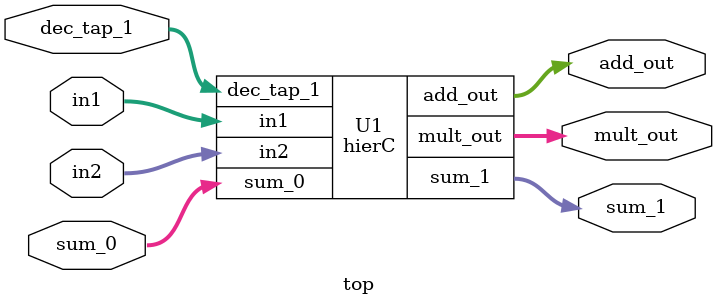
<source format=v>

module rx_DW01_add_10_1 ( A, B, CI, SUM, CO );
  input [9:0] A;
  input [9:0] B;
  output [9:0] SUM;
  input CI;
  output CO;
  wire   \carry[9] , \carry[8] , \carry[7] , \carry[6] , \carry[5] ,
         \carry[4] , \carry[3] , \carry[2] , \carry[1] ;
  assign \carry[1]  = A[0];

  FA1A U1_2 ( .CI(\carry[2] ), .A(A[2]), .B(B[2]), .S(SUM[2]), .CO(\carry[3] )
         );
  FA1A U1_3 ( .CI(\carry[3] ), .A(A[3]), .B(B[3]), .S(SUM[3]), .CO(\carry[4] )
         );
  FA1A U1_4 ( .CI(\carry[4] ), .A(A[4]), .B(B[4]), .S(SUM[4]), .CO(\carry[5] )
         );
  FA1A U1_5 ( .CI(\carry[5] ), .A(A[5]), .B(B[5]), .S(SUM[5]), .CO(\carry[6] )
         );
  FA1A U1_6 ( .CI(\carry[6] ), .A(A[6]), .B(B[6]), .S(SUM[6]), .CO(\carry[7] )
         );
  FA1A U1_7 ( .CI(\carry[7] ), .A(A[7]), .B(B[7]), .S(SUM[7]), .CO(\carry[8] )
         );
  FA1A U1_8 ( .CI(\carry[8] ), .A(A[8]), .B(B[8]), .S(SUM[8]), .CO(\carry[9] )
         );
  FA1A U1_1 ( .CI(\carry[1] ), .A(A[1]), .B(B[1]), .S(SUM[1]), .CO(\carry[2] )
         );
  EO3P U1_9 ( .A(A[9]), .B(B[9]), .C(\carry[9] ), .Z(SUM[9]) );
endmodule


module rx_DW01_add_10_0 ( A, B, CI, SUM, CO );
  input [9:0] A;
  input [9:0] B;
  output [9:0] SUM;
  input CI;
  output CO;
  wire   \carry[9] , \carry[8] , \carry[7] , \carry[6] , \carry[5] ,
         \carry[4] , \carry[3] , \carry[2] , \carry[1] ;

  FA1A U1_1 ( .CI(\carry[1] ), .A(A[1]), .B(B[1]), .S(SUM[1]), .CO(\carry[2] )
         );
  FA1A U1_2 ( .CI(\carry[2] ), .A(A[2]), .B(B[2]), .S(SUM[2]), .CO(\carry[3] )
         );
  FA1A U1_3 ( .CI(\carry[3] ), .A(A[3]), .B(B[3]), .S(SUM[3]), .CO(\carry[4] )
         );
  FA1A U1_4 ( .CI(\carry[4] ), .A(A[4]), .B(B[4]), .S(SUM[4]), .CO(\carry[5] )
         );
  FA1A U1_5 ( .CI(\carry[5] ), .A(A[5]), .B(B[5]), .S(SUM[5]), .CO(\carry[6] )
         );
  FA1A U1_6 ( .CI(\carry[6] ), .A(A[6]), .B(B[6]), .S(SUM[6]), .CO(\carry[7] )
         );
  FA1A U1_7 ( .CI(\carry[7] ), .A(A[7]), .B(B[7]), .S(SUM[7]), .CO(\carry[8] )
         );
  FA1A U1_8 ( .CI(\carry[8] ), .A(A[8]), .B(B[8]), .S(SUM[8]), .CO(\carry[9] )
         );
  EO3P U1_9 ( .A(A[9]), .B(B[9]), .C(\carry[9] ), .Z(SUM[9]) );
  AN2 U4 ( .A(B[0]), .B(A[0]), .Z(\carry[1] ) );
  EO U5 ( .A(A[0]), .B(B[0]), .Z(SUM[0]) );
endmodule


module rx ( sum_0, dec_tap_1, sum_1 );
  input [9:0] sum_0;
  input [9:0] dec_tap_1;
  output [9:0] sum_1;
  wire   N0, N1, N2, N3, N4, N5, N6, N7, N8, N9;
  wire   SYNOPSYS_UNCONNECTED__0;
  assign sum_1[0] = 1'b0;

  rx_DW01_add_10_1 add_0_root_add_10_3 ( .A({N9, N8, N7, N6, N5, N4, N3, N2, 
        N1, N0}), .B({N9, N8, N7, N6, N5, N4, N3, N2, N1, N0}), .CI(1'b0), 
        .SUM({sum_1[9:1], SYNOPSYS_UNCONNECTED__0}) );
  rx_DW01_add_10_0 r260 ( .A(sum_0), .B(dec_tap_1), .CI(1'b0), .SUM({N9, N8, 
        N7, N6, N5, N4, N3, N2, N1, N0}) );
endmodule


module tx_DW_mult_uns_1 ( a, b, product );
  input [63:0] a;
  input [63:0] b;
  output [127:0] product;
  wire   n1, n2, n3, n8, n9, n10, n11, n12, n13, n14, n15, n16, n17, n18, n19,
         n20, n21, n22, n23, n24, n25, n26, n27, n28, n29, n30, n31, n32, n33,
         n34, n35, n36, n37, n38, n39, n40, n50, n60, n70, n80, n81, n82, n83,
         n84, n85, n86, n87, n88, n89, n90, n91, n92, n93, n94, n95, n96, n97,
         n98, n99, n100, n101, n102, n103, n104, n105, n106, n107, n108, n109,
         n110, n111, n112, n113, n114, n115, n116, n117, n118, n119, n120,
         n121, n122, n123, n124, n125, n126, n127, n128, n129, n130, n131,
         n132, n133, n134, n135, n136, n137, n138, n139, n140, n141, n142,
         n143, n144, n145, n146, n147, n148, n149, n150, n151, n152, n153,
         n154, n155, n156, n157, n158, n159, n160, n161, n162, n163, n164,
         n165, n166, n167, n168, n169, n170, n171, n172, n173, n174, n175,
         n176, n177, n178, n179, n180, n181, n182, n183, n184, n185, n186,
         n187, n188, n189, n190, n191, n192, n193, n194, n195, n196, n197,
         n198, n199, n200, n201, n202, n203, n204, n205, n206, n207, n208,
         n209, n210, n211, n212, n213, n214, n215, n216, n217, n218, n219,
         n220, n221, n222, n223, n224, n225, n226, n227, n228, n229, n230,
         n231, n232, n233, n234, n235, n236, n237, n238, n239, n240, n241,
         n242, n243, n244, n245, n246, n247, n248, n249, n250, n251, n252,
         n253, n254, n255, n256, n257, n258, n259, n260, n261, n262, n263,
         n264, n265, n266, n267, n268, n269, n270, n271, n272, n273, n274,
         n275, n276, n277, n278, n279, n280, n281, n282, n283, n284, n285,
         n286, n287, n288, n289, n290, n291, n292, n293, n294, n295, n296,
         n297, n298, n299, n300, n301, n302, n303, n304, n305, n306, n307,
         n308, n309, n310, n311, n312, n313, n314, n315, n316, n317, n318,
         n319, n320, n321, n322, n323, n324, n325, n326, n327, n328, n329,
         n330, n331, n332, n333, n334, n335, n336, n337, n338, n339, n340,
         n341, n342, n343, n344, n345, n346, n347, n348, n349, n350, n351,
         n352, n353, n354, n355, n356, n357, n358, n359, n360, n361, n362,
         n363, n364, n365, n366, n367, n368, n369, n370, n371, n372, n373,
         n374, n375, n376, n377, n378, n379, n380, n381, n382, n383, n384,
         n385, n386, n387, n388, n389, n390, n391, n392, n393, n394, n395,
         n396, n397, n398, n399, n400, n401, n402, n403, n404, n405, n406,
         n407, n408, n409, n465, n466, n467, n468, n469, n470, n471, n472,
         n473, n474, n475, n476, n477, n478, n479, n480, n481, n482, n483,
         n484, n485, n486, n487, n488, n489, n490, n491, n492, n493, n494,
         n495, n496, n497, n498, n499, n500, n501, n502, n503, n504, n505,
         n506, n507, n508, n509, n565, n566, n567, n568, n569, n570, n571,
         n572, n573, n574, n575, n576, n577, n578, n579, n580, n581, n582,
         n583, n584, n585, n586, n587, n588, n589, n590, n591, n592, n593,
         n594, n595, n596, n597, n598, n599, n600, n601, n602, n603, n604,
         n605, n606, n607, n608, n609, n632, n633, n634, n635, n636, n637,
         n638, n639, n640, n641, n642, n643, n644, n645, n646, n647, n648,
         n649, n650, n651, n652, n653, n654, n655, n656, n657, n658, n659,
         n660, n661, n662, n663, n664, n665, n666, n667, n668, n669, n670,
         n671, n672, n673, n674, n675, n676, n677, n678, n679, n680, n681,
         n682, n683, n684, n685, n686, n687, n688, n689, n690, n691, n692,
         n693, n694, n695, n696, n697, n698, n699, n700, n701, n702, n703,
         n704, n705, n706, n707, n708, n709, n732, n733, n734, n735, n736,
         n737, n738, n739, n740, n741, n742, n743, n744, n745, n746, n747,
         n748, n749, n750, n751, n752, n753, n754, n755, n756, n757, n758,
         n759, n760, n761, n762, n763, n764, n765, n766, n767, n768, n769,
         n770, n771, n772, n773, n774, n775, n776, n777, n778, n779, n780,
         n781, n782, n783, n784, n785, n786, n787, n788, n789, n790, n791,
         n792, n793, n794, n795, n796, n797, n798, n799, n800, n801, n802,
         n803, n804, n805, n806, n807, n808, n809, n810, n811, n812, n813,
         n814, n815, n816, n817, n818, n819, n820, n821, n822, n823, n824,
         n825, n826, n827, n828, n829, n830, n831, n832, n833, n834, n835,
         n836, n837, n838, n839, n840, n841, n842, n843, n844, n845, n846,
         n847, n848, n849, n850, n851, n852, n853, n854, n855, n856, n857,
         n858, n859, n860, n861, n862, n863, n864, n865, n866, n867, n868,
         n869, n870, n871, n872, n873, n874, n875, n877, n878, n879, n880,
         n882, n883, n884, n885, n886, n888, n889, n890, n891, n892, n894,
         n895, n896, n897, n898, n900, n901, n902, n903, n904, n906, n907,
         n908, n909, n910, n912, n913, n914, n915, n916, n918, n919, n920,
         n921, n922, n924, n925, n926, n927, n928, n930, n931, n932, n933,
         n934, n936, n937, n938, n939, n940, n942, n943, n944, n945, n946,
         n948, n949, n950, n951, n952, n954, n955, n956, n957, n958, n960,
         n961, n962, n963, n964, n966, n967, n968, n969, n970, n972, n973,
         n974, n975, n976, n978, n979, n980, n981, n982, n984, n985, n986,
         n987, n988, n990, n991, n992, n993, n994, n996, n997, n998, n999,
         n1000, n1002, n1003, n1004, n1005, n1006, n1008, n1009, n1010, n1011,
         n1012, n1014, n1015, n1016, n1017, n1018, n1020, n1021, n1022, n1023,
         n1024, n1026, n1027, n1028, n1029, n1030, n1032, n1033, n1034, n1035,
         n1036, n1038, n1039, n1040, n1041, n1042, n1044, n1045, n1046, n1047,
         n1048, n1050, n1051, n1052, n1053, n1054, n1056, n1057, n1058, n1059,
         n1060, n1062, n1063, n1064, n1065, n1066, n1068, n1069, n1070, n1071,
         n1072, n1073, n1074, n1075, n1076, n1077, n1078, n1079, n1080, n1081,
         n1082, n1083, n1084, n1085, n1086, n1087, n1088, n1089, n1090, n1091,
         n1092, n1093, n1094, n1095, n1096, n1097, n1098, n1099, n1100, n1101,
         n1102, n1103, n1104, n1105, n1106, n1107, n1108, n1109, n1110, n1111,
         n1112, n1113, n1114, n1115, n1116, n1117, n1118, n1119, n1120, n1121,
         n1122, n1123, n1124, n1125, n1126, n1127, n1128, n1129, n1130, n1131,
         n1132, n1133, n1134, n1135, n1136, n1137, n1138, n1139, n1140, n1141,
         n1142, n1143, n1144, n1145, n1146, n1147, n1148, n1149, n1150, n1151,
         n1152, n1153, n1154, n1155, n1156, n1157, n1158, n1159, n1160, n1161,
         n1162, n1163, n1164, n1165, n1293, n1294, n1295, n1296, n1297, n1298,
         n1299, n1300, n1301, n1302, n1303, n1304, n1305, n1306, n1307, n1308,
         n1309, n1310, n1311, n1312, n1313, n1314, n1315, n1316, n1317, n1318,
         n1319, n1320, n1321, n1322, n1323, n1324, n1326, n1327, n1328, n1329,
         n1330, n1331, n1332, n1333, n1334, n1335, n1336, n1337, n1338, n1339,
         n1340, n1341, n1342, n1343, n1344, n1345, n1346, n1347, n1348, n1349,
         n1350, n1351, n1352, n1353, n1354, n1355, n1356, n1357, n1358, n1359,
         n1360, n1361, n1362, n1363, n1364, n1365, n1366, n1367, n1368, n1369,
         n1370, n1371, n1372, n1373, n1374, n1375, n1376, n1377, n1378, n1379,
         n1380, n1381, n1382, n1383, n1384, n1385, n1386, n1387, n1388, n1389,
         n1390, n1391, n1392, n1393, n1394, n1395, n1396, n1397, n1398, n1399,
         n1400, n1401, n1402, n1403, n1404, n1405, n1406, n1407, n1408, n1409,
         n1410, n1411, n1412, n1413, n1414, n1415, n1416, n1417, n1418, n1419,
         n1420, n1421, n1422, n1423, n1424, n1425, n1426, n1427, n1428, n1429,
         n1430, n1431, n1432, n1433, n1434, n1435, n1436, n1437, n1438, n1439,
         n1440, n1441, n1442, n1443, n1444, n1445, n1446, n1447, n1448, n1449,
         n1450, n1451, n1452, n1453, n1454, n1455, n1456, n1457, n1458, n1459,
         n1460, n1461, n1462, n1463, n1464, n1465, n1466, n1467, n1468, n1469,
         n1470, n1471, n1472, n1473, n1474, n1475, n1476, n1477, n1478, n1479,
         n1480, n1481, n1482, n1483, n1484, n1485, n1486, n1487, n1488, n1489,
         n1490, n1491, n1492, n1493, n1494, n1495, n1496, n1497, n1498, n1499,
         n1500, n1501, n1502, n1503, n1504, n1505, n1506, n1507, n1508, n1509,
         n1510, n1511, n1512, n1513, n1514, n1515, n1516, n1517, n1518, n1519,
         n1520, n1521, n1522, n1523, n1524, n1525, n1526, n1527, n1528, n1529,
         n1530, n1531, n1532, n1533, n1534, n1535, n1536, n1537, n1538, n1539,
         n1540, n1541, n1542, n1543, n1544, n1545, n1546, n1547, n1548, n1549,
         n1550, n1551, n1552, n1553, n1554, n1555, n1556, n1557, n1558, n1559,
         n1560, n1561, n1562, n1563, n1564, n1565, n1566, n1567, n1568, n1569,
         n1570, n1571, n1572, n1573, n1574, n1575, n1576, n1577, n1578, n1579,
         n1580, n1581, n1582, n1583, n1584, n1585, n1586, n1587, n1588, n1589,
         n1590, n1591, n1592, n1593, n1594, n1595, n1596, n1597, n1598, n1599,
         n1600, n1601, n1602, n1603, n1604, n1605, n1606, n1607, n1608, n1609,
         n1610, n1611, n1612, n1613, n1614, n1615, n1616, n1617, n1618, n1619,
         n1620, n1621, n1622, n1623, n1624, n1625, n1626, n1627, n1628, n1629,
         n1630, n1631, n1632, n1633, n1634, n1635, n1636, n1637, n1638, n1639,
         n1640, n1641, n1642, n1643, n1644, n1645, n1646, n1647, n1648, n1649,
         n1650, n1651, n1652, n1653, n1654, n1655, n1656, n1657, n1658, n1659,
         n1660, n1661, n1662, n1663, n1664, n1665, n1666, n1667, n1668, n1669,
         n1670, n1671, n1672, n1673, n1674, n1675, n1676, n1677, n1678, n1679,
         n1680, n1681, n1682, n1683, n1684, n1685, n1686, n1687, n1688, n1689,
         n1690, n1691, n1692, n1693, n1694, n1695, n1696, n1697, n1698, n1699,
         n1700, n1701, n1702, n1703, n1704, n1705, n1706, n1707, n1708, n1709,
         n1710, n1711, n1712, n1713, n1714, n1715, n1716, n1717, n1718, n1719,
         n1720, n1721, n1722, n1723, n1724, n1725, n1726, n1727, n1728, n1729,
         n1730, n1731, n1732, n1733, n1734, n1735, n1736, n1737, n1738, n1739,
         n1740, n1741, n1742, n1743, n1744, n1745, n1746, n1747, n1748, n1749,
         n1750, n1751, n1752, n1753, n1754, n1755, n1756, n1757, n1758, n1759,
         n1760, n1761, n1762, n1763, n1764, n1765, n1766, n1767, n1768, n1769,
         n1770, n1771, n1772, n1773, n1774, n1775, n1776, n1777, n1778, n1779,
         n1780, n1781, n1782, n1783, n1784, n1785, n1786, n1787, n1788, n1789,
         n1790, n1791, n1792, n1793, n1794, n1795, n1796, n1797, n1798, n1799,
         n1800, n1801, n1802, n1803, n1804, n1805, n1806, n1807, n1808, n1809,
         n1810, n1811, n1812, n1813, n1814, n1815, n1816, n1817, n1818, n1819,
         n1820, n1821, n1822, n1823, n1824, n1825, n1826, n1827, n1828, n1829,
         n1830, n1831, n1832, n1833, n1834, n1835, n1836, n1837, n1838, n1839,
         n1840, n1841, n1842, n1843, n1844, n1845, n1846, n1847, n1848, n1849,
         n1850, n1851, n1852, n1853, n1854, n1855, n1856, n1857, n1858, n1859,
         n1860, n1861, n1862, n1863, n1864, n1865, n1866, n1867, n1868, n1869,
         n1870, n1871, n1872, n1873, n1874, n1875, n1876, n1877, n1878, n1879,
         n1880, n1881, n1882, n1883, n1884, n1885, n1886, n1887, n1888, n1889,
         n1890, n1891, n1892, n1893, n1894, n1895, n1896, n1897, n1898, n1899,
         n1900, n1901, n1902, n1903, n1904, n1905, n1906, n1907, n1908, n1909,
         n1910, n1911, n1912, n1913, n1914, n1915, n1916, n1917, n1918, n1919,
         n1920, n1921, n1922, n1923, n1924, n1925, n1926, n1927, n1928, n1929,
         n1930, n1931, n1932, n1933, n1934, n1935, n1936, n1937, n1938, n1939,
         n1940, n1941, n1942, n1943, n1944, n1945, n1946, n1947, n1948, n1949,
         n1950, n1951, n1952, n1953, n1954, n1955, n1956, n1957, n1958, n1959,
         n1960, n1961, n1962, n1963, n1964, n1965, n1966, n1967, n1968, n1969,
         n1970, n1971, n1972, n1973, n1974, n1975, n1976, n1977, n1978, n1979,
         n1980, n1981, n1982, n1983, n1984, n1985, n1986, n1987, n1988, n1989,
         n1990, n1991, n1992, n1993, n1994, n1995, n1996, n1997, n1998, n1999,
         n2000, n2001, n2002, n2003, n2004, n2005, n2006, n2007, n2008, n2009,
         n2010, n2011, n2012, n2013, n2014, n2015, n2016, n2017, n2018, n2019,
         n2020, n2021, n2022, n2023, n2024, n2025, n2026, n2027, n2028, n2029,
         n2030, n2031, n2032, n2033, n2034, n2035, n2036, n2037, n2038, n2039,
         n2040, n2041, n2042, n2043, n2044, n2045, n2046, n2047, n2048, n2049,
         n2050, n2051, n2052, n2053, n2054, n2055, n2056, n2057, n2058, n2059,
         n2060, n2061, n2062, n2063, n2064, n2065, n2066, n2067, n2068, n2069,
         n2070, n2071, n2072, n2073, n2074, n2075, n2076, n2077, n2078, n2079,
         n2080, n2081, n2082, n2083, n2084, n2085, n2086, n2087, n2088, n2089,
         n2090, n2091, n2092, n2093, n2094, n2095, n2096, n2097, n2098, n2099,
         n2100, n2101, n2102, n2103, n2104, n2105, n2106, n2107, n2108, n2109,
         n2110, n2111, n2112, n2113, n2114, n2115, n2116, n2117, n2118, n2119,
         n2120, n2121, n2122, n2123, n2124, n2125, n2126, n2127, n2128, n2129,
         n2130, n2131, n2132, n2133, n2134, n2135, n2136, n2137, n2138, n2139,
         n2140, n2141, n2142, n2143, n2144, n2145, n2146, n2147, n2148, n2149,
         n2150, n2151, n2152, n2153, n2154, n2155, n2156, n2157, n2158, n2159,
         n2160, n2161, n2162, n2163, n2164, n2165, n2166, n2167, n2168, n2169,
         n2170, n2171, n2172, n2173, n2174, n2175, n2176, n2177, n2178, n2179,
         n2180, n2181, n2182, n2183, n2184, n2185, n2186, n2187, n2188, n2189,
         n2190, n2191, n2192, n2193, n2194, n2195, n2196, n2197, n2198, n2199,
         n2200, n2201, n2202, n2203, n2204, n2205, n2206, n2207, n2208, n2209,
         n2210, n2211, n2212, n2213, n2214, n2215, n2216, n2217, n2218, n2219,
         n2220, n2221, n2222, n2223, n2224, n2225, n2226, n2227, n2228, n2229,
         n2230, n2231, n2232, n2233, n2234, n2235, n2236, n2237, n2238, n2239,
         n2240, n2241, n2242, n2243, n2244, n2245, n2246, n2247, n2248, n2249,
         n2250, n2251, n2252, n2253, n2254, n2255, n2256, n2257, n2258, n2259,
         n2260, n2261, n2262, n2263, n2264, n2265, n2266, n2267, n2268, n2269,
         n2270, n2271, n2272, n2273, n2274, n2275, n2276, n2277, n2278, n2279,
         n2280, n2281, n2282, n2283, n2284, n2285, n2286, n2287, n2288, n2289,
         n2290, n2291, n2292, n2293, n2294, n2295, n2296, n2297, n2298, n2299,
         n2300, n2301, n2302, n2303, n2304, n2305, n2306, n2307, n2308, n2309,
         n2310, n2311, n2312, n2313, n2314, n2315, n2316, n2317, n2318, n2319,
         n2320, n2321, n2322, n2323, n2324, n2325, n2326, n2327, n2328, n2329,
         n2330, n2331, n2332, n2333, n2334, n2335, n2336, n2337, n2338, n2339,
         n2340, n2341, n2342, n2343, n2344, n2345, n2346, n2347, n2348, n2349,
         n2350, n2351, n2352, n2353, n2354, n2355, n2356, n2357, n2358, n2359,
         n2360, n2361, n2362, n2363, n2364, n2365, n2366, n2367, n2368, n2369,
         n2370, n2371, n2372, n2373, n2374, n2375, n2376, n2377, n2378, n2379,
         n2380, n2381, n2382, n2383, n2384, n2385, n2386, n2387, n2388, n2389,
         n2390, n2391, n2392, n2393, n2394, n2395, n2396, n2397, n2398, n2399,
         n2400, n2401, n2402, n2403, n2404, n2405, n2406, n2407, n2408, n2409,
         n2410, n2411, n2412, n2413, n2414, n2415, n2416, n2417, n2418, n2419,
         n2420, n2421, n2422, n2423, n2424, n2425, n2426, n2427, n2428, n2429,
         n2430, n2431, n2432, n2433, n2434, n2435, n2436, n2437, n2438, n2439,
         n2440, n2441, n2442, n2443, n2444, n2445, n2446, n2447, n2448, n2449,
         n2450, n2451, n2452, n2453, n2454, n2455, n2456, n2457, n2458, n2459,
         n2460, n2461, n2462, n2463, n2464, n2465, n2466, n2467, n2468, n2469,
         n2470, n2471, n2472, n2473, n2474, n2475, n2476, n2477, n2478, n2479,
         n2480, n2481, n2482, n2483, n2484, n2485, n2486, n2487, n2488, n2489,
         n2490, n2491, n2492, n2493, n2494, n2495, n2496, n2497, n2498, n2499,
         n2500, n2501, n2502, n2503, n2504, n2505, n2506, n2507, n2508, n2509,
         n2510, n2511, n2512, n2513, n2514, n2515, n2516, n2517, n2518, n2519,
         n2520, n2521, n2522, n2523, n2524, n2525, n2526, n2527, n2528, n2529,
         n2530, n2531, n2532, n2533, n2534, n2535, n2536, n2537, n2538, n2539,
         n2540, n2541, n2542, n2543, n2544, n2545, n2546, n2547, n2548, n2549,
         n2550, n2551, n2552, n2553, n2554, n2555, n2556, n2557, n2558, n2559,
         n2560, n2561, n2562, n2563, n2564, n2565, n2566, n2567, n2568, n2569,
         n2570, n2571, n2572, n2573, n2574, n2575, n2576, n2577, n2578, n2579,
         n2580, n2581, n2582, n2583, n2584, n2585, n2586, n2587, n2588, n2589,
         n2590, n2591, n2592, n2593, n2594, n2595, n2596, n2597, n2598, n2599,
         n2600, n2601, n2602, n2603, n2604, n2605, n2606, n2607, n2608, n2609,
         n2610, n2611, n2612, n2613, n2614, n2615, n2616, n2617, n2618, n2619,
         n2620, n2621, n2622, n2623, n2624, n2625, n2626, n2627, n2628, n2629,
         n2630, n2631, n2632, n2633, n2634, n2635, n2636, n2637, n2638, n2639,
         n2640, n2641, n2642, n2643, n2644, n2645, n2646, n2647, n2648, n2649,
         n2650, n2651, n2652, n2653, n2654, n2655, n2656, n2657, n2658, n2659,
         n2660, n2661, n2662, n2663, n2664, n2665, n2666, n2667, n2668, n2669,
         n2670, n2671, n2672, n2673, n2674, n2675, n2676, n2677, n2678, n2679,
         n2680, n2681, n2682, n2683, n2684, n2685, n2686, n2687, n2688, n2689,
         n2690, n2691, n2692, n2693, n2694, n2695, n2696, n2697, n2698, n2699,
         n2700, n2701, n2702, n2703, n2704, n2705, n2706, n2707, n2708, n2709,
         n2710, n2711, n2712, n2713, n2714, n2715, n2716, n2717, n2718, n2719,
         n2720, n2721, n2722, n2723, n2724, n2725, n2726, n2727, n2728, n2729,
         n2730, n2731, n2732, n2733, n2734, n2735, n2736, n2737, n2738, n2739,
         n2740, n2741, n2742, n2743, n2744, n2745, n2746, n2747, n2748, n2749,
         n2750, n2751, n2752, n2753, n2754, n2755, n2756, n2757, n2758, n2759,
         n2760, n2761, n2762, n2763, n2764, n2765, n2766, n2767, n2768, n2769,
         n2770, n2771, n2772, n2773, n2774, n2775, n2776, n2777, n2778, n2779,
         n2780, n2781, n2782, n2783, n2784, n2785, n2786, n2787, n2788, n2789,
         n2790, n2791, n2792, n2793, n2794, n2795, n2796, n2797, n2798, n2799,
         n2800, n2801, n2802, n2803, n2804, n2805, n2806, n2807, n2808, n2809,
         n2810, n2811, n2812, n2813, n2814, n2815, n2816, n2817, n2818, n2819,
         n2820, n2821, n2822, n2823, n2824, n2825, n2826, n2827, n2828, n2829,
         n2830, n2831, n2832, n2833, n2834, n2835, n2836, n2837, n2838, n2839,
         n2840, n2841, n2842, n2843, n2844, n2845, n2846, n2847, n2848, n2849,
         n2850, n2851, n2852, n2853, n2854, n2855, n2856, n2857, n2858, n2859,
         n2860, n2861, n2862, n2863, n2864, n2865, n2866, n2867, n2868, n2869,
         n2870, n2871, n2872, n2873, n2874, n2875, n2876, n2877, n2878, n2879,
         n2880, n2881, n2882, n2883, n2884, n2885, n2886, n2887, n2888, n2889,
         n2890, n2891, n2892, n2893, n2894, n2895, n2896, n2897, n2898, n2899,
         n2900, n2901, n2902, n2903, n2904, n2905, n2906, n2907, n2908, n2909,
         n2910, n2911, n2912, n2913, n2914, n2915, n2916, n2917, n2918, n2919,
         n2920, n2921, n2922, n2923, n2924, n2925, n2926, n2927, n2928, n2929,
         n2930, n2931, n2932, n2933, n2934, n2935, n2936, n2937, n2938, n2939,
         n2940, n2941, n2942, n2943, n2944, n2945, n2946, n2947, n2948, n2949,
         n2950, n2951, n2952, n2953, n2954, n2955, n2956, n2957, n2958, n2959,
         n2960, n2961, n2962, n2963, n2964, n2965, n2966, n2967, n2968, n2969,
         n2970, n2971, n2972, n2973, n2974, n2975, n2976, n2977, n2978, n2979,
         n2980, n2981, n2982, n2983, n2984, n2985, n2986, n2987, n2988, n2989,
         n2990, n2991, n2992, n2993, n2994, n2995, n2996, n2997, n2998, n2999,
         n3000, n3001, n3002, n3003, n3004, n3005, n3006, n3007, n3008, n3009,
         n3010, n3011, n3012, n3013, n3014, n3015, n3016, n3017, n3018, n3019,
         n3020, n3021, n3022, n3023, n3024, n3025, n3026, n3027, n3028, n3029,
         n3030, n3031, n3032, n3033, n3034, n3035, n3036, n3037, n3038, n3039,
         n3040, n3041, n3042, n3043, n3044, n3045, n3046, n3047, n3048, n3049,
         n3050, n3051, n3052, n3053, n3054, n3055, n3056, n3057, n3058, n3059,
         n3060, n3061, n3062, n3063, n3064, n3065, n3066, n3067, n3068, n3069,
         n3070, n3071, n3072, n3073, n3074, n3075, n3076, n3077, n3078, n3079,
         n3080, n3081, n3082, n3083, n3084, n3085, n3086, n3087, n3088, n3089,
         n3090, n3091, n3092, n3093, n3094, n3095, n3096, n3097, n3098, n3099,
         n3100, n3101, n3102, n3103, n3104, n3105, n3106, n3107, n3108, n3109,
         n3110, n3111, n3112, n3113, n3114, n3115, n3116, n3117, n3118, n3119,
         n3120, n3121, n3122, n3123, n3124, n3125, n3126, n3127, n3128, n3129,
         n3130, n3131, n3132, n3133, n3134, n3135, n3136, n3137, n3138, n3139,
         n3140, n3141, n3142, n3143, n3144, n3145, n3146, n3147, n3148, n3149,
         n3150, n3151, n3152, n3153, n3154, n3155, n3156, n3157, n3158, n3159,
         n3160, n3161, n3162, n3163, n3164, n3165, n3166, n3167, n3168, n3169,
         n3170, n3171, n3172, n3173, n3174, n3175, n3176, n3177, n3178, n3179,
         n3180, n3181, n3182, n3183, n3184, n3185, n3186, n3187, n3188, n3189,
         n3190, n3191, n3192, n3193, n3194, n3195, n3196, n3197, n3198, n3199,
         n3200, n3201, n3202, n3203, n3204, n3205, n3206, n3207, n3208, n3209,
         n3210, n3211, n3212, n3213, n3214, n3215, n3216, n3217, n3218, n3219,
         n3220, n3221, n3222, n3223, n3224, n3225, n3226, n3227, n3228, n3229,
         n3230, n3231, n3232, n3233, n3234, n3235, n3236, n3237, n3238, n3239,
         n3240, n3241, n3242, n3243, n3244, n3245, n3246, n3247, n3248, n3249,
         n3250, n3251, n3252, n3253, n3254, n3255, n3256, n3257, n3258, n3259,
         n3260, n3261, n3262, n3263, n3264, n3265, n3266, n3267, n3268, n3269,
         n3270, n3271, n3272, n3273, n3274, n3275, n3276, n3277, n3278, n3279,
         n3280, n3281, n3282, n3283, n3284, n3285, n3286, n3287, n3288, n3289,
         n3290, n3291, n3292, n3293, n3294, n3295, n3296, n3297, n3298, n3299,
         n3300, n3301, n3302, n3303, n3304, n3305, n3306, n3307, n3308, n3309,
         n3310, n3311, n3312, n3313, n3314, n3315, n3316, n3317, n3318, n3319,
         n3320, n3321, n3322, n3323, n3324, n3325, n3326, n3327, n3328, n3329,
         n3330, n3331, n3332, n3333, n3334, n3335, n3336, n3337, n3338, n3339,
         n3340, n3341, n3342, n3343, n3344, n3345, n3346, n3347, n3348, n3349,
         n3350, n3351, n3352, n3353, n3354, n3355, n3356, n3357, n3358, n3359,
         n3360, n3361, n3362, n3363, n3364, n3365, n3366, n3367, n3368, n3369,
         n3370, n3371, n3372, n3373, n3374, n3375, n3376, n3377, n3378, n3379,
         n3380, n3381, n3382, n3383, n3384, n3385, n3386, n3387, n3388, n3389,
         n3390, n3391, n3392, n3393, n3394, n3395, n3396, n3397, n3398, n3399,
         n3400, n3401, n3402, n3403, n3404, n3405, n3406, n3407, n3408, n3409,
         n3410, n3411, n3412, n3413, n3414, n3415, n3416, n3417, n3418, n3419,
         n3420, n3421, n3422, n3423, n3424, n3425, n3426, n3427, n3428, n3429,
         n3430, n3431, n3432, n3433, n3434, n3435, n3436, n3437, n3438, n3439,
         n3440, n3441, n3442, n3443, n3444, n3445, n3446, n3447, n3448, n3449,
         n3450, n3451, n3452, n3453, n3454, n3455, n3456, n3457, n3458, n3459,
         n3460, n3461, n3462, n3463, n3464, n3465, n3466, n3467, n3468, n3469,
         n3470, n3471, n3472, n3473, n3474, n3475, n3476, n3477, n3478, n3479,
         n3480, n3481, n3482, n3483, n3484, n3485, n3486, n3487, n3488, n3489,
         n3490, n3491, n3492, n3493, n3494, n3495, n3496, n3497, n3498, n3499,
         n3500, n3501, n3502, n3503, n3504, n3505, n3506, n3507, n3508, n3509,
         n3510, n3511, n3512, n3513, n3514, n3515, n3516, n3517, n3518, n3519,
         n3520, n3521, n3522, n3523, n3524, n3525, n3526, n3527, n3528, n3529,
         n3530, n3531, n3532, n3533, n3534, n3535, n3536, n3537, n3538, n3539,
         n3540, n3541, n3542, n3543, n3544, n3545, n3546, n3547, n3548, n3549,
         n3550, n3551, n3552, n3553, n3554, n3555, n3556, n3557, n3558, n3559,
         n3560, n3561, n3562, n3563, n3564, n3565, n3566, n3567, n3568, n3569,
         n3570, n3571, n3572, n3573, n3574, n3575, n3576, n3577, n3578, n3579,
         n3580, n3581, n3582, n3583, n3584, n3585, n3586, n3587, n3588, n3589,
         n3590, n3591, n3592, n3593, n3594, n3595, n3596, n3597, n3598, n3599,
         n3600, n3601, n3602, n3603, n3604, n3605, n3606, n3607, n3608, n3609,
         n3610, n3611, n3612, n3613, n3614, n3615, n3616, n3617, n3618, n3619,
         n3620, n3621, n3622, n3623, n3624, n3625, n3626, n3627, n3628, n3629,
         n3630, n3631, n3632, n3633, n3634, n3635, n3636, n3637, n3638, n3639,
         n3640, n3641, n3642, n3643, n3644, n3645, n3646, n3647, n3648, n3649,
         n3650, n3651, n3652, n3653, n3654, n3655, n3656, n3657, n3658, n3659,
         n3660, n3661, n3663, n3664, n3665, n3666, n3667, n3668, n3669, n3670,
         n3671, n3672, n3673, n3674, n3675, n3676, n3677, n3678, n3679, n3680,
         n3681, n3682, n3683, n3684, n3685, n3686, n3687, n3688, n3689, n3690,
         n3691, n3692, n3693, n3694, n3695, n3696, n3697, n3698, n3699, n3700,
         n3701, n3702, n3703, n3704, n3705, n3706, n3707, n3708, n3709, n3710,
         n3711, n3712, n3713, n3714, n3715, n3716, n3717, n3718, n3719, n3720,
         n3721, n3722, n3723, n3724, n3725, n3726, n3727, n3729, n3730, n3731,
         n3732, n3733, n3734, n3735, n3736, n3737, n3738, n3739, n3740, n3741,
         n3742, n3743, n3744, n3745, n3746, n3747, n3748, n3749, n3750, n3751,
         n3752, n3753, n3754, n3755, n3756, n3757, n3758, n3759, n3760, n3761,
         n3762, n3763, n3764, n3765, n3766, n3767, n3768, n3769, n3770, n3771,
         n3772, n3773, n3774, n3775, n3776, n3777, n3778, n3779, n3780, n3781,
         n3782, n3783, n3784, n3785, n3786, n3787, n3788, n3789, n3790, n3791,
         n3792, n3793, n3795, n3796, n3797, n3798, n3799, n3800, n3801, n3802,
         n3803, n3804, n3805, n3806, n3807, n3808, n3809, n3810, n3811, n3812,
         n3813, n3814, n3815, n3816, n3817, n3818, n3819, n3820, n3821, n3822,
         n3823, n3824, n3825, n3826, n3827, n3828, n3829, n3830, n3831, n3832,
         n3833, n3834, n3835, n3836, n3837, n3838, n3839, n3840, n3841, n3842,
         n3843, n3844, n3845, n3846, n3847, n3848, n3849, n3850, n3851, n3852,
         n3853, n3854, n3855, n3856, n3857, n3858, n3859, n3861, n3862, n3863,
         n3864, n3865, n3866, n3867, n3868, n3869, n3870, n3871, n3872, n3873,
         n3874, n3875, n3876, n3877, n3878, n3879, n3880, n3881, n3882, n3883,
         n3884, n3885, n3886, n3887, n3888, n3889, n3890, n3891, n3892, n3893,
         n3894, n3895, n3896, n3897, n3898, n3899, n3900, n3901, n3902, n3903,
         n3904, n3905, n3906, n3907, n3908, n3909, n3910, n3911, n3912, n3913,
         n3914, n3915, n3916, n3917, n3918, n3919, n3920, n3921, n3922, n3923,
         n3924, n3925, n3927, n3928, n3929, n3930, n3931, n3932, n3933, n3934,
         n3935, n3936, n3937, n3938, n3939, n3940, n3941, n3942, n3943, n3944,
         n3945, n3946, n3947, n3948, n3949, n3950, n3951, n3952, n3953, n3954,
         n3955, n3956, n3957, n3958, n3959, n3960, n3961, n3962, n3963, n3964,
         n3965, n3966, n3967, n3968, n3969, n3970, n3971, n3972, n3973, n3974,
         n3975, n3976, n3977, n3978, n3979, n3980, n3981, n3982, n3983, n3984,
         n3985, n3986, n3987, n3988, n3989, n3990, n3991, n3993, n3994, n3995,
         n3996, n3997, n3998, n3999, n4000, n4001, n4002, n4003, n4004, n4005,
         n4006, n4007, n4008, n4009, n4010, n4011, n4012, n4013, n4014, n4015,
         n4016, n4017, n4018, n4019, n4020, n4021, n4022, n4023, n4024, n4025,
         n4026, n4027, n4028, n4029, n4030, n4031, n4032, n4033, n4034, n4035,
         n4036, n4037, n4038, n4039, n4040, n4041, n4042, n4043, n4044, n4045,
         n4046, n4047, n4048, n4049, n4050, n4051, n4052, n4053, n4054, n4055,
         n4056, n4057, n4059, n4060, n4061, n4062, n4063, n4064, n4065, n4066,
         n4067, n4068, n4069, n4070, n4071, n4072, n4073, n4074, n4075, n4076,
         n4077, n4078, n4079, n4080, n4081, n4082, n4083, n4084, n4085, n4086,
         n4087, n4088, n4089, n4090, n4091, n4092, n4093, n4094, n4095, n4096,
         n4097, n4098, n4099, n4100, n4101, n4102, n4103, n4104, n4105, n4106,
         n4107, n4108, n4109, n4110, n4111, n4112, n4113, n4114, n4115, n4116,
         n4117, n4118, n4119, n4120, n4121, n4122, n4123, n4125, n4126, n4127,
         n4128, n4129, n4130, n4131, n4132, n4133, n4134, n4135, n4136, n4137,
         n4138, n4139, n4140, n4141, n4142, n4143, n4144, n4145, n4146, n4147,
         n4148, n4149, n4150, n4151, n4152, n4153, n4154, n4155, n4156, n4157,
         n4158, n4159, n4160, n4161, n4162, n4163, n4164, n4165, n4166, n4167,
         n4168, n4169, n4170, n4171, n4172, n4173, n4174, n4175, n4176, n4177,
         n4178, n4179, n4180, n4181, n4182, n4183, n4184, n4185, n4186, n4187,
         n4188, n4189, n4191, n4192, n4193, n4194, n4195, n4196, n4197, n4198,
         n4199, n4200, n4201, n4202, n4203, n4204, n4205, n4206, n4207, n4208,
         n4209, n4210, n4211, n4212, n4213, n4214, n4215, n4216, n4217, n4218,
         n4219, n4220, n4221, n4222, n4223, n4224, n4225, n4226, n4227, n4228,
         n4229, n4230, n4231, n4232, n4233, n4234, n4235, n4236, n4237, n4238,
         n4239, n4240, n4241, n4242, n4243, n4244, n4245, n4246, n4247, n4248,
         n4249, n4250, n4251, n4252, n4253, n4254, n4255, n4257, n4258, n4259,
         n4260, n4261, n4262, n4263, n4264, n4265, n4266, n4267, n4268, n4269,
         n4270, n4271, n4272, n4273, n4274, n4275, n4276, n4277, n4278, n4279,
         n4280, n4281, n4282, n4283, n4284, n4285, n4286, n4287, n4288, n4289,
         n4290, n4291, n4292, n4293, n4294, n4295, n4296, n4297, n4298, n4299,
         n4300, n4301, n4302, n4303, n4304, n4305, n4306, n4307, n4308, n4309,
         n4310, n4311, n4312, n4313, n4314, n4315, n4316, n4317, n4318, n4319,
         n4320, n4321, n4323, n4324, n4325, n4326, n4327, n4328, n4329, n4330,
         n4331, n4332, n4333, n4334, n4335, n4336, n4337, n4338, n4339, n4340,
         n4341, n4342, n4343, n4344, n4345, n4346, n4347, n4348, n4349, n4350,
         n4351, n4352, n4353, n4354, n4355, n4356, n4357, n4358, n4359, n4360,
         n4361, n4362, n4363, n4364, n4365, n4366, n4367, n4368, n4369, n4370,
         n4371, n4372, n4373, n4374, n4375, n4376, n4377, n4378, n4379, n4380,
         n4381, n4382, n4383, n4384, n4385, n4386, n4387, n4389, n4390, n4391,
         n4392, n4393, n4394, n4395, n4396, n4397, n4398, n4399, n4400, n4401,
         n4402, n4403, n4404, n4405, n4406, n4407, n4408, n4409, n4410, n4411,
         n4412, n4413, n4414, n4415, n4416, n4417, n4418, n4419, n4420, n4421,
         n4422, n4423, n4424, n4425, n4426, n4427, n4428, n4429, n4430, n4431,
         n4432, n4433, n4434, n4435, n4436, n4437, n4438, n4439, n4440, n4441,
         n4442, n4443, n4444, n4445, n4446, n4447, n4448, n4449, n4450, n4451,
         n4452, n4453, n4455, n4456, n4457, n4458, n4459, n4460, n4461, n4462,
         n4463, n4464, n4465, n4466, n4467, n4468, n4469, n4470, n4471, n4472,
         n4473, n4474, n4475, n4476, n4477, n4478, n4479, n4480, n4481, n4482,
         n4483, n4484, n4485, n4486, n4487, n4488, n4489, n4490, n4491, n4492,
         n4493, n4494, n4495, n4496, n4497, n4498, n4499, n4500, n4501, n4502,
         n4503, n4504, n4505, n4506, n4507, n4508, n4509, n4510, n4511, n4512,
         n4513, n4514, n4515, n4516, n4517, n4518, n4519, n4521, n4522, n4523,
         n4524, n4525, n4526, n4527, n4528, n4529, n4530, n4531, n4532, n4533,
         n4534, n4535, n4536, n4537, n4538, n4539, n4540, n4541, n4542, n4543,
         n4544, n4545, n4546, n4547, n4548, n4549, n4550, n4551, n4552, n4553,
         n4554, n4555, n4556, n4557, n4558, n4559, n4560, n4561, n4562, n4563,
         n4564, n4565, n4566, n4567, n4568, n4569, n4570, n4571, n4572, n4573,
         n4574, n4575, n4576, n4577, n4578, n4579, n4580, n4581, n4582, n4583,
         n4584, n4585, n4587, n4588, n4589, n4590, n4591, n4592, n4593, n4594,
         n4595, n4596, n4597, n4598, n4599, n4600, n4601, n4602, n4603, n4604,
         n4605, n4606, n4607, n4608, n4609, n4610, n4611, n4612, n4613, n4614,
         n4615, n4616, n4617, n4618, n4619, n4620, n4621, n4622, n4623, n4624,
         n4625, n4626, n4627, n4628, n4629, n4630, n4631, n4632, n4633, n4634,
         n4635, n4636, n4637, n4638, n4639, n4640, n4641, n4642, n4643, n4644,
         n4645, n4646, n4647, n4648, n4649, n4650, n4651, n4653, n4654, n4655,
         n4656, n4657, n4658, n4659, n4660, n4661, n4662, n4663, n4664, n4665,
         n4666, n4667, n4668, n4669, n4670, n4671, n4672, n4673, n4674, n4675,
         n4676, n4677, n4678, n4679, n4680, n4681, n4682, n4683, n4684, n4685,
         n4686, n4687, n4688, n4689, n4690, n4691, n4692, n4693, n4694, n4695,
         n4696, n4697, n4698, n4699, n4700, n4701, n4702, n4703, n4704, n4705,
         n4706, n4707, n4708, n4709, n4710, n4711, n4712, n4713, n4714, n4715,
         n4716, n4717, n4719, n4720, n4721, n4722, n4723, n4724, n4725, n4726,
         n4727, n4728, n4729, n4730, n4731, n4732, n4733, n4734, n4735, n4736,
         n4737, n4738, n4739, n4740, n4741, n4742, n4743, n4744, n4745, n4746,
         n4747, n4748, n4749, n4750, n4751, n4752, n4753, n4754, n4755, n4756,
         n4757, n4758, n4759, n4760, n4761, n4762, n4763, n4764, n4765, n4766,
         n4767, n4768, n4769, n4770, n4771, n4772, n4773, n4774, n4775, n4776,
         n4777, n4778, n4779, n4780, n4781, n4782, n4783, n4785, n4786, n4787,
         n4788, n4789, n4790, n4791, n4792, n4793, n4794, n4795, n4796, n4797,
         n4798, n4799, n4800, n4801, n4802, n4803, n4804, n4805, n4806, n4807,
         n4808, n4809, n4810, n4811, n4812, n4813, n4814, n4815, n4816, n4817,
         n4818, n4819, n4820, n4821, n4822, n4823, n4824, n4825, n4826, n4827,
         n4828, n4829, n4830, n4831, n4832, n4833, n4834, n4835, n4836, n4837,
         n4838, n4839, n4840, n4841, n4842, n4843, n4844, n4845, n4846, n4847,
         n4848, n4849, n4851, n4852, n4853, n4854, n4855, n4856, n4857, n4858,
         n4859, n4860, n4861, n4862, n4863, n4864, n4865, n4866, n4867, n4868,
         n4869, n4870, n4871, n4872, n4873, n4874, n4875, n4876, n4877, n4878,
         n4879, n4880, n4881, n4882, n4883, n4884, n4885, n4886, n4887, n4888,
         n4889, n4890, n4891, n4892, n4893, n4894, n4895, n4896, n4897, n4898,
         n4899, n4900, n4901, n4902, n4903, n4904, n4905, n4906, n4907, n4908,
         n4909, n4910, n4911, n4912, n4913, n4914, n4915, n4917, n4918, n4919,
         n4920, n4921, n4922, n4923, n4924, n4925, n4926, n4927, n4928, n4929,
         n4930, n4931, n4932, n4933, n4934, n4935, n4936, n4937, n4938, n4939,
         n4940, n4941, n4942, n4943, n4944, n4945, n4946, n4947, n4948, n4949,
         n4950, n4951, n4952, n4953, n4954, n4955, n4956, n4957, n4958, n4959,
         n4960, n4961, n4962, n4963, n4964, n4965, n4966, n4967, n4968, n4969,
         n4970, n4971, n4972, n4973, n4974, n4975, n4976, n4977, n4978, n4979,
         n4980, n4981, n4983, n4984, n4985, n4986, n4987, n4988, n4989, n4990,
         n4991, n4992, n4993, n4994, n4995, n4996, n4997, n4998, n4999, n5000,
         n5001, n5002, n5003, n5004, n5005, n5006, n5007, n5008, n5009, n5010,
         n5011, n5012, n5013, n5014, n5015, n5016, n5017, n5018, n5019, n5020,
         n5021, n5022, n5023, n5024, n5025, n5026, n5027, n5028, n5029, n5030,
         n5031, n5032, n5033, n5034, n5035, n5036, n5037, n5038, n5039, n5040,
         n5041, n5042, n5043, n5044, n5045, n5046, n5047, n5049, n5050, n5051,
         n5052, n5053, n5054, n5055, n5056, n5057, n5058, n5059, n5060, n5061,
         n5062, n5063, n5064, n5065, n5066, n5067, n5068, n5069, n5070, n5071,
         n5072, n5073, n5074, n5075, n5076, n5077, n5078, n5079, n5080, n5081,
         n5082, n5083, n5084, n5085, n5086, n5087, n5088, n5089, n5090, n5091,
         n5092, n5093, n5094, n5095, n5096, n5097, n5098, n5099, n5100, n5101,
         n5102, n5103, n5104, n5105, n5106, n5107, n5108, n5109, n5110, n5111,
         n5112, n5113, n5115, n5116, n5117, n5118, n5119, n5120, n5121, n5122,
         n5123, n5124, n5125, n5126, n5127, n5128, n5129, n5130, n5131, n5132,
         n5133, n5134, n5135, n5136, n5137, n5138, n5139, n5140, n5141, n5142,
         n5143, n5144, n5145, n5146, n5147, n5148, n5149, n5150, n5151, n5152,
         n5153, n5154, n5155, n5156, n5157, n5158, n5159, n5160, n5161, n5162,
         n5163, n5164, n5165, n5166, n5167, n5168, n5169, n5170, n5171, n5172,
         n5173, n5174, n5175, n5176, n5177, n5178, n5179, n5181, n5182, n5183,
         n5184, n5185, n5186, n5187, n5188, n5189, n5190, n5191, n5192, n5193,
         n5194, n5195, n5196, n5197, n5198, n5199, n5200, n5201, n5202, n5203,
         n5204, n5205, n5206, n5207, n5208, n5209, n5210, n5211, n5212, n5213,
         n5214, n5215, n5216, n5217, n5218, n5219, n5220, n5221, n5222, n5223,
         n5224, n5225, n5226, n5227, n5228, n5229, n5230, n5231, n5232, n5233,
         n5234, n5235, n5236, n5237, n5238, n5239, n5240, n5241, n5242, n5243,
         n5244, n5245, n5247, n5248, n5249, n5250, n5251, n5252, n5253, n5254,
         n5255, n5256, n5257, n5258, n5259, n5260, n5261, n5262, n5263, n5264,
         n5265, n5266, n5267, n5268, n5269, n5270, n5271, n5272, n5273, n5274,
         n5275, n5276, n5277, n5278, n5279, n5280, n5281, n5282, n5283, n5284,
         n5285, n5286, n5287, n5288, n5289, n5290, n5291, n5292, n5293, n5294,
         n5295, n5296, n5297, n5298, n5299, n5300, n5301, n5302, n5303, n5304,
         n5305, n5306, n5307, n5308, n5309, n5310, n5311, n5313, n5314, n5315,
         n5316, n5317, n5318, n5319, n5320, n5321, n5322, n5323, n5324, n5325,
         n5326, n5327, n5328, n5329, n5330, n5331, n5332, n5333, n5334, n5335,
         n5336, n5337, n5338, n5339, n5340, n5341, n5342, n5343, n5344, n5345,
         n5346, n5347, n5348, n5349, n5350, n5351, n5352, n5353, n5354, n5355,
         n5356, n5357, n5358, n5359, n5360, n5361, n5362, n5363, n5364, n5365,
         n5366, n5367, n5368, n5369, n5370, n5371, n5372, n5373, n5374, n5375,
         n5376, n5377, n5379, n5380, n5381, n5382, n5383, n5384, n5385, n5386,
         n5387, n5388, n5389, n5390, n5391, n5392, n5393, n5394, n5395, n5396,
         n5397, n5398, n5399, n5400, n5401, n5402, n5403, n5404, n5405, n5406,
         n5407, n5408, n5409, n5410, n5411, n5412, n5413, n5414, n5415, n5416,
         n5417, n5418, n5419, n5420, n5421, n5422, n5423, n5424, n5425, n5426,
         n5427, n5428, n5429, n5430, n5431, n5432, n5433, n5434, n5435, n5436,
         n5437, n5438, n5439, n5440, n5441, n5442, n5443, n5445, n5446, n5447,
         n5448, n5449, n5450, n5451, n5452, n5453, n5454, n5455, n5456, n5457,
         n5458, n5459, n5460, n5461, n5462, n5463, n5464, n5465, n5466, n5467,
         n5468, n5469, n5470, n5471, n5472, n5473, n5474, n5475, n5476, n5477,
         n5478, n5479, n5480, n5481, n5482, n5483, n5484, n5485, n5486, n5487,
         n5488, n5489, n5490, n5491, n5492, n5493, n5494, n5495, n5496, n5497,
         n5498, n5499, n5500, n5501, n5502, n5503, n5504, n5505, n5506, n5507,
         n5508, n5509, n5511, n5512, n5513, n5514, n5515, n5516, n5517, n5518,
         n5519, n5520, n5521, n5522, n5523, n5524, n5525, n5526, n5527, n5528,
         n5529, n5530, n5531, n5532, n5533, n5534, n5535, n5536, n5537, n5538,
         n5539, n5540, n5541, n5542, n5543, n5544, n5545, n5546, n5547, n5548,
         n5549, n5550, n5551, n5552, n5553, n5554, n5555, n5556, n5557, n5558,
         n5559, n5560, n5561, n5562, n5563, n5564, n5565, n5566, n5567, n5568,
         n5569, n5570, n5571, n5572, n5573, n5574, n5575, n5577, n5578, n5579,
         n5580, n5581, n5582, n5583, n5584, n5585, n5586, n5587, n5588, n5589,
         n5590, n5591, n5592, n5593, n5594, n5595, n5596, n5597, n5598, n5599,
         n5600, n5601, n5602, n5603, n5604, n5605, n5606, n5607, n5608, n5609,
         n5610, n5611, n5612, n5613, n5614, n5615, n5616, n5617, n5618, n5619,
         n5620, n5621, n5622, n5623, n5624, n5625, n5626, n5627, n5628, n5629,
         n5630, n5631, n5632, n5633, n5634, n5635, n5636, n5637, n5638, n5639,
         n5640, n5641, n5643, n5644, n5645, n5646, n5647, n5648, n5649, n5650,
         n5651, n5652, n5653, n5654, n5655, n5656, n5657, n5658, n5659, n5660,
         n5661, n5662, n5663, n5664, n5665, n5666, n5667, n5668, n5669, n5670,
         n5671, n5672, n5673, n5674, n5675, n5676, n5677, n5678, n5679, n5680,
         n5681, n5682, n5683, n5684, n5685, n5686, n5687, n5688, n5689, n5690,
         n5691, n5692, n5693, n5694, n5695, n5696, n5697, n5698, n5699, n5700,
         n5701, n5702, n5703, n5704, n5705, n5706, n5707, n5709, n5710, n5711,
         n5712, n5713, n5714, n5715, n5716, n5717, n5718, n5719, n5720, n5721,
         n5722, n5723, n5724, n5725, n5726, n5727, n5728, n5729, n5730, n5731,
         n5732, n5733, n5734, n5735, n5736, n5737, n5738, n5739, n5740, n5741,
         n5742, n5743, n5744, n5745, n5746, n5747, n5748, n5749, n5750, n5751,
         n5752, n5753, n5754, n5755, n5756, n5757, n5758, n5759, n5760, n5761,
         n5762, n5763, n5764, n5765, n5766, n5767, n5768, n5769, n5770, n5771,
         n5772, n5773, n5775, n5776, n5777, n5778, n5779, n5780, n5781, n5782,
         n5783, n5784, n5785, n5786, n5787, n5788, n5789, n5790, n5791, n5792,
         n5793, n5794, n5795, n5796, n5797, n5798, n5799, n5800, n5801, n5802,
         n5803, n5804, n5805, n5806, n5807, n5808, n5809, n5810, n5811, n5812,
         n5813, n5814, n5815, n5816, n5817, n5818, n5819, n5820, n5821, n5822,
         n5823, n5824, n5825, n5826, n5827, n5828, n5829, n5830, n5831, n5832,
         n5833, n5834, n5835, n5836, n5837, n5838, n5839, n5840, n5841, n5842,
         n5843, n5844, n5845, n5846, n5847, n5848, n5849, n5850, n5851, n5852,
         n5853, n5854, n5855, n5856, n5857, n5858, n5859, n5860, n5861, n5862,
         n5863, n5864, n5865, n5866, n5867, n5868, n5869, n5870, n5871, n5872,
         n5873, n5874, n5875, n5876, n5877, n5878, n5879, n5880, n5881, n5882,
         n5883, n5884, n5885, n5886, n5887, n5888, n5889, n5890, n5891, n5892,
         n5893, n5894, n5895, n5896, n5897, n5898, n5899, n5900, n5901, n5902,
         n5903, n5904, n5905, n5906, n5907, n5908, n5909, n5910, n5911, n5912,
         n5913, n5914, n5915, n5916, n5917, n5918, n5919, n5920, n5921, n5922,
         n5923, n5924, n5925, n5926, n5927, n5928, n5929, n5930, n5931, n5932,
         n5933, n5934, n5935, n5936, n5937, n5938, n5939, n5940, n5941, n5942,
         n5943, n5944, n5945, n5946, n5947, n5948, n5949, n5950, n5951, n5952,
         n5953, n5954, n5955, n5956, n5957, n5958, n5959, n5960, n5961, n5962,
         n5963, n5964, n5965, n5966, n5967, n5968, n5969, n5970, n5971, n5972,
         n5973, n5974, n5975, n5976, n5977, n5978, n5979, n5980, n5981, n5982,
         n5983, n5984, n5985, n5986, n5987, n5988, n5989, n5990, n5991, n5992,
         n5993, n5994, n5995, n5996, n5997, n5998, n5999, n6000, n6001, n6002,
         n6003, n6004, n6005, n6006, n6007, n6008, n6009, n6010, n6011, n6012,
         n6013, n6014, n6015, n6016, n6017, n6018, n6019, n6020, n6021, n6022,
         n6023, n6024, n6025, n6026, n6027, n6028, n6029, n6030, n6031, n6032,
         n6033, n6034, n6035, n6036, n6037, n6038, n6039, n6040, n6041, n6042,
         n6043, n6044, n6045, n6046, n6047, n6048, n6049, n6050, n6051, n6052,
         n6053, n6054, n6055, n6056, n6057, n6058, n6059, n6060, n6061, n6062,
         n6063, n6064, n6065, n6066, n6067, n6068, n6069, n6070, n6071, n6072,
         n6073, n6074, n6075, n6076, n6077, n6078, n6079, n6080, n6081, n6082,
         n6083, n6084, n6085, n6086, n6087, n6088, n6089, n6090, n6091, n6092,
         n6093, n6094, n6095, n6096, n6097, n6098, n6099, n6100, n6101, n6102,
         n6103, n6104, n6105, n6106, n6107, n6108, n6109, n6110, n6111, n6112,
         n6113, n6114, n6115, n6116, n6117, n6118, n6119, n6120, n6121, n6122,
         n6123, n6124, n6125, n6126, n6127, n6128, n6129, n6130, n6131, n6132,
         n6133, n6134, n6135, n6136, n6137, n6138, n6139, n6140, n6141, n6142,
         n6143, n6144, n6145, n6146, n6147, n6148, n6149, n6150, n6151, n6152,
         n6153, n6154, n6155, n6156, n6157, n6158, n6159, n6160, n6161, n6162,
         n6163, n6164, n6165, n6166, n6167, n6168, n6169, n6170, n6171, n6172,
         n6173, n6174, n6175, n6176, n6177, n6178, n6179, n6180, n6181, n6182,
         n6183, n6184, n6185, n6186, n6187, n6188, n6189, n6190, n6191, n6192,
         n6193, n6194, n6195, n6196, n6197, n6198, n6199, n6200, n6201, n6202,
         n6203, n6204, n6205, n6206, n6207, n6208, n6209, n6210, n6211, n6212,
         n6213, n6214, n6215, n6216, n6217, n6218, n6219, n6220, n6221, n6222,
         n6223, n6224, n6225, n6226, n6227, n6228, n6229, n6230, n6231, n6232,
         n6233, n6234, n6235, n6236, n6237, n6238, n6239, n6240, n6241, n6242,
         n6243, n6244, n6245, n6246, n6247, n6248, n6249, n6250, n6251, n6252,
         n6253, n6254, n6255, n6256, n6257, n6258, n6259, n6260, n6261, n6262,
         n6263, n6264, n6265, n6266, n6267, n6268, n6269, n6270, n6271, n6272,
         n6273, n6274, n6275, n6276, n6277, n6278, n6279, n6280, n6281, n6282,
         n6283, n6284, n6285, n6286, n6287, n6288, n6289, n6290, n6291, n6292,
         n6293, n6294, n6295, n6296, n6297, n6298, n6299, n6300, n6301, n6302,
         n6303, n6304, n6305, n6306, n6307, n6308, n6309, n6310, n6311, n6312,
         n6313, n6314, n6315, n6316, n6317, n6318, n6319, n6320, n6321, n6322,
         n6323, n6324, n6325, n6326, n6327, n6328, n6329, n6330, n6331, n6332,
         n6333, n6334, n6335, n6336, n6337, n6338, n6339, n6340, n6341, n6342,
         n6343, n6344, n6345, n6346, n6347, n6348, n6349, n6350, n6351, n6352,
         n6353, n6354, n6355, n6356, n6357, n6358, n6359, n6360, n6361, n6362,
         n6363, n6364, n6365, n6366, n6367, n6368, n6369, n6370, n6371, n6372,
         n6373, n6374, n6375, n6376, n6377, n6378, n6379, n6380, n6381, n6382,
         n6383, n6384, n6385, n6386, n6387, n6388, n6389, n6390, n6391, n6392,
         n6393, n6394, n6395, n6396, n6397, n6398, n6399, n6400, n6401, n6402,
         n6403, n6404, n6405, n6406, n6407, n6408, n6409, n6410, n6411, n6412,
         n6413, n6414, n6415, n6416, n6417, n6418, n6419, n6420, n6421, n6422,
         n6423, n6424, n6425, n6426, n6427, n6428, n6429, n6430, n6431, n6432,
         n6433, n6434, n6435, n6436, n6437, n6438, n6439, n6440, n6441, n6442,
         n6443, n6444, n6445, n6446, n6447, n6448, n6449, n6450, n6451, n6452,
         n6453, n6454, n6455, n6456, n6457, n6458, n6459, n6460, n6461, n6462,
         n6463, n6464, n6465, n6466, n6467, n6468, n6469, n6470, n6471, n6472,
         n6473, n6474, n6475, n6476, n6477, n6478, n6479, n6480, n6481, n6482,
         n6483, n6484, n6485, n6486, n6487, n6488, n6489, n6490, n6491, n6492,
         n6493, n6494, n6495, n6496, n6497, n6498, n6499, n6500, n6501, n6502,
         n6503, n6504, n6505, n6506, n6507, n6508, n6509, n6510, n6511, n6512,
         n6513, n6514, n6515, n6516, n6517, n6518, n6519, n6520, n6521, n6522,
         n6523, n6524, n6525, n6526, n6527, n6528, n6529, n6530, n6531, n6532,
         n6533, n6534, n6535, n6536, n6537, n6538, n6539, n6540, n6541, n6542,
         n6543, n6544, n6545, n6546, n6547, n6548, n6549, n6550, n6551, n6552,
         n6553, n6554, n6555, n6556, n6557, n6558, n6559, n6560, n6561, n6562,
         n6563, n6564, n6565, n6566, n6567, n6568, n6569, n6570, n6571, n6572,
         n6573, n6574, n6575, n6576, n6577, n6578, n6579, n6580, n6581, n6582,
         n6583, n6584, n6585, n6586, n6587, n6588, n6589, n6590, n6591, n6592,
         n6593, n6594, n6595, n6596, n6597, n6598, n6599, n6600, n6601, n6602,
         n6603, n6604, n6605, n6606, n6607, n6608, n6609, n6610, n6611, n6612,
         n6613, n6614, n6615, n6616, n6617, n6618, n6619, n6620, n6621, n6622,
         n6623, n6624, n6625, n6626, n6627, n6628, n6629, n6630, n6631, n6632,
         n6633, n6634, n6635, n6636, n6637, n6638, n6639, n6640, n6641, n6642,
         n6643, n6644, n6645, n6646, n6647, n6648, n6649, n6650, n6651, n6652,
         n6653, n6654, n6655, n6656, n6657, n6658, n6659, n6660, n6661, n6662,
         n6663, n6664, n6665, n6666, n6667, n6668, n6669, n6670, n6671, n6672,
         n6673, n6674, n6675, n6676, n6677, n6678, n6679, n6680, n6681, n6682,
         n6683, n6684, n6685, n6686, n6687, n6688, n6689, n6690, n6691, n6692,
         n6693, n6694, n6695, n6696, n6697, n6698, n6699, n6700, n6701, n6702,
         n6703, n6704, n6705, n6706, n6707, n6708, n6709, n6710, n6711, n6712,
         n6713, n6714, n6715, n6716, n6717, n6718, n6719, n6720, n6721, n6722,
         n6723, n6724, n6725, n6726, n6727, n6728, n6729, n6730, n6731, n6732,
         n6733, n6734, n6735, n6736, n6737, n6738, n6739, n6740, n6741, n6742,
         n6743, n6744, n6745, n6746, n6747, n6748, n6749, n6750, n6751, n6752,
         n6753, n6754, n6755, n6756, n6757, n6758, n6759, n6760, n6761, n6762,
         n6763, n6764, n6765, n6766, n6767, n6768, n6769, n6770, n6771, n6772,
         n6773, n6774, n6775, n6776, n6777, n6778, n6779, n6780, n6781, n6782,
         n6783, n6784, n6785, n6786, n6787, n6788, n6789, n6790, n6791, n6792,
         n6793, n6794, n6795, n6796, n6797, n6798, n6799, n6800, n6801, n6802,
         n6803, n6804, n6805, n6806, n6807, n6808, n6809, n6810, n6811, n6812,
         n6813, n6814, n6815, n6816, n6817, n6818, n6819, n6820, n6821, n6822,
         n6823, n6824, n6825, n6826, n6827, n6828, n6829, n6830, n6831, n6832,
         n6833, n6834, n6835, n6836, n6837, n6838, n6839, n6840, n6841, n6842,
         n6843, n6844, n6845, n6846, n6847, n6848, n6849, n6850, n6851, n6852,
         n6853, n6854, n6855, n6856, n6857, n6858, n6859, n6860, n6861, n6862,
         n6863, n6864, n6865, n6866, n6867, n6868, n6869, n6870, n6871, n6872,
         n6873, n6874, n6875, n6876, n6877, n6878, n6879, n6880, n6881, n6882,
         n6883, n6884, n6885, n6886, n6887, n6888, n6889, n6890, n6891, n6892,
         n6893, n6894, n6895, n6896, n6897, n6898, n6899, n6900, n6901, n6902,
         n6903, n6904, n6905, n6906, n6907, n6908, n6909, n6910, n6911, n6912,
         n6913, n6914, n6915, n6916, n6917, n6918, n6919, n6920, n6921, n6922,
         n6923, n6924, n6925, n6926, n6927, n6928, n6929, n6930, n6931, n6932,
         n6933, n6934, n6935, n6936, n6937, n6938, n6939, n6940, n6941, n6942,
         n6943, n6944, n6945, n6946, n6947, n6948, n6949, n6950, n6951, n6952,
         n6953, n6954, n6955, n6956, n6957, n6958, n6959, n6960, n6961, n6962,
         n6963, n6964, n6965, n6966, n6967, n6968, n6969, n6970, n6971, n6972,
         n6973, n6974, n6975, n6976, n6977, n6978, n6979, n6980, n6981, n6982,
         n6983, n6984, n6985, n6986, n6987, n6988, n6989, n6990, n6991, n6992,
         n6993, n6994, n6995, n6996, n6997, n6998, n6999, n7000, n7001, n7002,
         n7003, n7004, n7005, n7006, n7007, n7008, n7009, n7010, n7011, n7012,
         n7013, n7014, n7015, n7016, n7017, n7018, n7019, n7020, n7021, n7022,
         n7023, n7024, n7025, n7026, n7027, n7028, n7029, n7030, n7031, n7032,
         n7033, n7034, n7035, n7036, n7037, n7038, n7039, n7040, n7041, n7042,
         n7043, n7044, n7045, n7046, n7047, n7048, n7049, n7050, n7051, n7052,
         n7053, n7054, n7055, n7056, n7057, n7058, n7059, n7060, n7061, n7062,
         n7063, n7064, n7065, n7066, n7067, n7068, n7069, n7070, n7071, n7072,
         n7073, n7074, n7075, n7076, n7077, n7078, n7079, n7080, n7081, n7082,
         n7083, n7084, n7085, n7086, n7087, n7088, n7089, n7090, n7091, n7092,
         n7093, n7094, n7095, n7096, n7097, n7098, n7099, n7100, n7101, n7102,
         n7103, n7104, n7105, n7106, n7107, n7108, n7109, n7110, n7111, n7112,
         n7113, n7114, n7115, n7116, n7117, n7118, n7119, n7120, n7121, n7122,
         n7123, n7124, n7125, n7126, n7127, n7128, n7129, n7130, n7131, n7132,
         n7133, n7134, n7135, n7136, n7137, n7138, n7139, n7140, n7141, n7142,
         n7143, n7144, n7145, n7146, n7147, n7148, n7149, n7150, n7151, n7152,
         n7153, n7154, n7155, n7156, n7157, n7158, n7159, n7160, n7161, n7162,
         n7163, n7164, n7165, n7166, n7167, n7168, n7169, n7170, n7171, n7172,
         n7173, n7174, n7175, n7176, n7177, n7178, n7179, n7180, n7181, n7182,
         n7183, n7184, n7185, n7186, n7187, n7188, n7189, n7190, n7191, n7192,
         n7193, n7194, n7195, n7196, n7197, n7198, n7199, n7200, n7201, n7202,
         n7203, n7204, n7205, n7206, n7207, n7208, n7209, n7210, n7211, n7212,
         n7213, n7214, n7215, n7216, n7217, n7218, n7219, n7220, n7221, n7222,
         n7223, n7224, n7225, n7226, n7227, n7228, n7229, n7230, n7231, n7232,
         n7233, n7234, n7235, n7236, n7237, n7238, n7239, n7240, n7241, n7242,
         n7243, n7244, n7245, n7246, n7247, n7248, n7249, n7250, n7251, n7252,
         n7253, n7254, n7255, n7256, n7257, n7258, n7259, n7260, n7261, n7262,
         n7263, n7264, n7265, n7266, n7267, n7268, n7269, n7270, n7271, n7272,
         n7273, n7274, n7275, n7276, n7277, n7278, n7279, n7280, n7281, n7282,
         n7283, n7284, n7285, n7286, n7287, n7288, n7289, n7290, n7291, n7292,
         n7293, n7294, n7295, n7296, n7297, n7298, n7299, n7300, n7301, n7302,
         n7303, n7304, n7305, n7306, n7307, n7308, n7309, n7310, n7311, n7312,
         n7313, n7314, n7315, n7316, n7317, n7318, n7319, n7320, n7321, n7322,
         n7323, n7324, n7325, n7326, n7327, n7328, n7329, n7330, n7331, n7332,
         n7333, n7334, n7335, n7336, n7337, n7338, n7339, n7340, n7341, n7342,
         n7343, n7344, n7345, n7346, n7347, n7348, n7349, n7350, n7351, n7352,
         n7353, n7354, n7355, n7356, n7357, n7358, n7359, n7360, n7361, n7362,
         n7363, n7364, n7365, n7366, n7367, n7368, n7369, n7370, n7371, n7372,
         n7373, n7374, n7375, n7376, n7377, n7378, n7379, n7380, n7381, n7382,
         n7383, n7384, n7385, n7386, n7387, n7388, n7389, n7390, n7391, n7392,
         n7393, n7394, n7395, n7396, n7397, n7398, n7399, n7400, n7401, n7402,
         n7403, n7404, n7405, n7406, n7407, n7408, n7409, n7410, n7411, n7412,
         n7413, n7414, n7415, n7416, n7417, n7418, n7419, n7420, n7421, n7422,
         n7423, n7424, n7425, n7426, n7427, n7428, n7429, n7430, n7431, n7432,
         n7433, n7434, n7435, n7436, n7437, n7438, n7439, n7440, n7441, n7442,
         n7443, n7444, n7445, n7446, n7447, n7448, n7449, n7450, n7451, n7452,
         n7453, n7454, n7455, n7456, n7457, n7458, n7459, n7460, n7461, n7462,
         n7463, n7464, n7465, n7466, n7467, n7468, n7469, n7470, n7471, n7472,
         n7473, n7474, n7475, n7476, n7477, n7478, n7479, n7480, n7481, n7482,
         n7483, n7484, n7485, n7486, n7487, n7488, n7489, n7490, n7491, n7492,
         n7493, n7494, n7495, n7496, n7497, n7498, n7499, n7500, n7501, n7502,
         n7503, n7504, n7505, n7506, n7507, n7508, n7509, n7510, n7511, n7512,
         n7513, n7514, n7515, n7516, n7517, n7518, n7519, n7520, n7521, n7522,
         n7523, n7524, n7525, n7526, n7527, n7528, n7529, n7530, n7531, n7532,
         n7533, n7534, n7535, n7536, n7537, n7538, n7539, n7540, n7541, n7542,
         n7543, n7544, n7545, n7546, n7547, n7548, n7549, n7550, n7551, n7552,
         n7553, n7554, n7555, n7556, n7557, n7558, n7559, n7560, n7561, n7562,
         n7563, n7564, n7565, n7566, n7567, n7568, n7569, n7570, n7571, n7572,
         n7573, n7574, n7575, n7576, n7577, n7578, n7579, n7580, n7581, n7582,
         n7583, n7584, n7585, n7586, n7587, n7588, n7589, n7590, n7591, n7592,
         n7593, n7594, n7595, n7596, n7597, n7598, n7599, n7600, n7601, n7602,
         n7603, n7604, n7605, n7606, n7607, n7608, n7609, n7610, n7611, n7612,
         n7613, n7614, n7615, n7616, n7617, n7618, n7619, n7620, n7621, n7622,
         n7623, n7624, n7625, n7626, n7627, n7628, n7629, n7630, n7631, n7632,
         n7633, n7634, n7635, n7636, n7637, n7638, n7639, n7640, n7641, n7642,
         n7643, n7644, n7645, n7646, n7647, n7648, n7649, n7650, n7651, n7652,
         n7653, n7654, n7655, n7656, n7657, n7658, n7659, n7660, n7661, n7662,
         n7663, n7664, n7665, n7666, n7667, n7668, n7669, n7670, n7671, n7672,
         n7673, n7674, n7675, n7676, n7677, n7678, n7679, n7680, n7681, n7682,
         n7683, n7684, n7685, n7686, n7687, n7688, n7689, n7690, n7691, n7692,
         n7693, n7694, n7695, n7696, n7697, n7698, n7699, n7700, n7701, n7702,
         n7703, n7704, n7705, n7706, n7707, n7708, n7709, n7710, n7711, n7712,
         n7713, n7714, n7715, n7716, n7717, n7718, n7719, n7720, n7721, n7722,
         n7723, n7724, n7725, n7726, n7727, n7728, n7729, n7730, n7731, n7732,
         n7733, n7734, n7735, n7736, n7737, n7738, n7739, n7740, n7741, n7742,
         n7743, n7744, n7745, n7746, n7747, n7748, n7749, n7750, n7751, n7752,
         n7753, n7754, n7755, n7756, n7757, n7758, n7759, n7760, n7761, n7762,
         n7763, n7764, n7765, n7766, n7767, n7768, n7769, n7770, n7771, n7772,
         n7773, n7774, n7775, n7776, n7777, n7778, n7779, n7780, n7781, n7782,
         n7783, n7784, n7785, n7786, n7787, n7788, n7789, n7790, n7791, n7792,
         n7793, n7794, n7795, n7796, n7797, n7798, n7799, n7800, n7801, n7802,
         n7803, n7804, n7805, n7806, n7807, n7808, n7809, n7810, n7811, n7812,
         n7813, n7814, n7815, n7816, n7817, n7818, n7819, n7820, n7821, n7822,
         n7823, n7824, n7825, n7826, n7827, n7828, n7829, n7830, n7831, n7832,
         n7833, n7834, n7835, n7836, n7837, n7838, n7839, n7840, n7841, n7842,
         n7843, n7844, n7845, n7846, n7847, n7848, n7849, n7850, n7851, n7852,
         n7853, n7854, n7855, n7856, n7857, n7858, n7859, n7860, n7861, n7862,
         n7863, n7864, n7865, n7866, n7867, n7868, n7869, n7870, n7871, n7872,
         n7873, n7874, n7875, n7876, n7877, n7878, n7879, n7880, n7881, n7882,
         n7883, n7884, n7885, n7886, n7887, n7888, n7889, n7890, n7891, n7892,
         n7893, n7894, n7895, n7896, n7897, n7898, n7899, n7900, n7901, n7902,
         n7903, n7904, n7905, n7906, n7907, n7908, n7909, n7910, n7911, n7912,
         n7913, n7914, n7915, n7916, n7918, n7919, n7920, n7921, n7922, n7923,
         n7924, n7925, n7926, n7927, n7928, n7929, n7930, n7931, n7932, n7933,
         n7934, n7935, n7936, n7937, n7938, n7939, n7940, n7941, n7942, n7943,
         n7944, n7945, n7946, n7947, n7948, n7949, n7950, n7951, n7952, n7953,
         n7954, n7955, n7956, n7957, n7958, n7959, n7960, n7961, n7962, n7963,
         n7964, n7965, n7966, n7967, n7968, n7969, n7970, n7971, n7972, n7973,
         n7974, n7975, n7976, n7977, n7978, n7979, n7980, n7981, n7982, n7983,
         n7984, n7985, n7986, n7987, n7988, n7989, n7990, n7991, n7992, n7993,
         n7994, n7995, n7996, n7997, n7998, n7999, n8000, n8001, n8002, n8003,
         n8004, n8005, n8006, n8007, n8008, n8009, n8010, n8011, n8012, n8013,
         n8014, n8015, n8016, n8017, n8018, n8019, n8020, n8021, n8022, n8023,
         n8024, n8025, n8026, n8027, n8028, n8029, n8030, n8031, n8032, n8033,
         n8034, n8035, n8036, n8037, n8038, n8039, n8040, n8041, n8042, n8043,
         n8044, n8045, n8046, n8047, n8048, n8049, n8050, n8051, n8052, n8053,
         n8054, n8055, n8056, n8057, n8058, n8059, n8060, n8061, n8062, n8063,
         n8064, n8065, n8066, n8067, n8068, n8069, n8070, n8071, n8072, n8073,
         n8074, n8075, n8076, n8077, n8078, n8079, n8080, n8081, n8082, n8083,
         n8084, n8085, n8086, n8087, n8088, n8089, n8090, n8091, n8092, n8093,
         n8094, n8095, n8096, n8097, n8098, n8099, n8100, n8101, n8102, n8103,
         n8104, n8105, n8106, n8107, n8108, n8109, n8110, n8111, n8112, n8113,
         n8114, n8115, n8116, n8117, n8118, n8119, n8120, n8121, n8122, n8123,
         n8124, n8125, n8126, n8127, n8128, n8129, n8130, n8131, n8132, n8133,
         n8134, n8135, n8136, n8137, n8138, n8139, n8140, n8141, n8142, n8143,
         n8144, n8145, n8146, n8147, n8148, n8149, n8150, n8151, n8152, n8153,
         n8154, n8155, n8156, n8157, n8158, n8159, n8160, n8161, n8162, n8163,
         n8164, n8165, n8166, n8167, n8168, n8169, n8170, n8171, n8172, n8173,
         n8174, n8175, n8176, n8177, n8178, n8179, n8180, n8181, n8182, n8183,
         n8184, n8185, n8186, n8187, n8188, n8189, n8190, n8191, n8192, n8193,
         n8194, n8195, n8196, n8197, n8198, n8199, n8200, n8201, n8202, n8203,
         n8204, n8205, n8206, n8207, n8208, n8209, n8210, n8211, n8212, n8213,
         n8214, n8215, n8216, n8217, n8218, n8219, n8220, n8221, n8222, n8223,
         n8224, n8225, n8226, n8227, n8228, n8229, n8230, n8231, n8232, n8233,
         n8234, n8235, n8236, n8237, n8238, n8239, n8240, n8241, n8242, n8243,
         n8244, n8245, n8246, n8247, n8248, n8249, n8250, n8251, n8252, n8253,
         n8254, n8255, n8256, n8257, n8258, n8259, n8260, n8261, n8262, n8263,
         n8264, n8265, n8266, n8267, n8268, n8269, n8270, n8271, n8272, n8273,
         n8274, n8275, n8276, n8277, n8278, n8279, n8280, n8281, n8282, n8283,
         n8284, n8285, n8286, n8287, n8288, n8289, n8290, n8291, n8292, n8293,
         n8294, n8295, n8296, n8297, n8298, n8299, n8300, n8301, n8302, n8303,
         n8304, n8305, n8306, n8307, n8308, n8309, n8310, n8311, n8312, n8313,
         n8314, n8315, n8316, n8317, n8318, n8319, n8320, n8321, n8322, n8323,
         n8324, n8325, n8326, n8327, n8328, n8329, n8330, n8331, n8332, n8333,
         n8334, n8335, n8336, n8337, n8338, n8339, n8340, n8341, n8342, n8343,
         n8344, n8345, n8346, n8347, n8348, n8349, n8350, n8351, n8352, n8353,
         n8354, n8355, n8356, n8357, n8358, n8359, n8360, n8361, n8362, n8363,
         n8364, n8365, n8366, n8367, n8368, n8369, n8370, n8371, n8372, n8373,
         n8374, n8375, n8376, n8377, n8378, n8379, n8380, n8381, n8382, n8383,
         n8384, n8385, n8386, n8387, n8388, n8389, n8390, n8391, n8392, n8393,
         n8394, n8395, n8396, n8397, n8398, n8399, n8400, n8401, n8402, n8403,
         n8404, n8405, n8406, n8407, n8408, n8409, n8410, n8411, n8412, n8413,
         n8414, n8415, n8416, n8417, n8418, n8419, n8420, n8421, n8422, n8423,
         n8424, n8425, n8426, n8427, n8428, n8429, n8430, n8431, n8432, n8433,
         n8434, n8435, n8436, n8437, n8438, n8439, n8440, n8441, n8442, n8443,
         n8444, n8445, n8446, n8447, n8448, n8449, n8450, n8451, n8452, n8453,
         n8454, n8455, n8456, n8457, n8458, n8459, n8460, n8461, n8462, n8463,
         n8464, n8465, n8466, n8467, n8468, n8469, n8470, n8471, n8472, n8473,
         n8474, n8475, n8476, n8477, n8478, n8479, n8480, n8481, n8482, n8483,
         n8484, n8485, n8486, n8487, n8488, n8489, n8490, n8491, n8492, n8493,
         n8494, n8495, n8496, n8497, n8498, n8499, n8500, n8501, n8502, n8503,
         n8504, n8505, n8506, n8507, n8508, n8509, n8510, n8511, n8512, n8513,
         n8514, n8515, n8516, n8517, n8518, n8519, n8520, n8521, n8522, n8523,
         n8524, n8525, n8526, n8527, n8528, n8529, n8530, n8531, n8532, n8533,
         n8534, n8535, n8536, n8537, n8538, n8539, n8540, n8541, n8542, n8543,
         n8544, n8545, n8546, n8547, n8548, n8549, n8550, n8551, n8552, n8553,
         n8554, n8555, n8556, n8557, n8558, n8559, n8560, n8561, n8562, n8563,
         n8564, n8565, n8566, n8567, n8568, n8569, n8570, n8571, n8572, n8573,
         n8574, n8575, n8576, n8577, n8578, n8579, n8580, n8581, n8582, n8583,
         n8584, n8585, n8586, n8587, n8588, n8589, n8590, n8591, n8592, n8593,
         n8594, n8595, n8596, n8597, n8598, n8599, n8600, n8601, n8602, n8603,
         n8604, n8605, n8606, n8607, n8608, n8609, n8610, n8611, n8612, n8613,
         n8614, n8615, n8616, n8617, n8618, n8619, n8620, n8621, n8622, n8623,
         n8624, n8625, n8626, n8627, n8628, n8629, n8630, n8631, n8632, n8633,
         n8634, n8635, n8636, n8637, n8638, n8639, n8640, n8641, n8642, n8643,
         n8644, n8645, n8646, n8647, n8648, n8649, n8650, n8651, n8652, n8653,
         n8654, n8655, n8656, n8657, n8658, n8659, n8660, n8661, n8662, n8663,
         n8664, n8665, n8666, n8667, n8668, n8669, n8670, n8671, n8672, n8673,
         n8674, n8675, n8676, n8677, n8678, n8679, n8680, n8681, n8682, n8683,
         n8684, n8685, n8686, n8687, n8688, n8689, n8690, n8691, n8692, n8693,
         n8694, n8695, n8696, n8697, n8698, n8699, n8700, n8701, n8702, n8703,
         n8704, n8705, n8706, n8707, n8708, n8709, n8710, n8711, n8712, n8713,
         n8714, n8715, n8716, n8717, n8718, n8719, n8720, n8721, n8722, n8723,
         n8724, n8725, n8726, n8727, n8728, n8729, n8730, n8731, n8732, n8733,
         n8734, n8735, n8736, n8737, n8738, n8739, n8740, n8741, n8742, n8743,
         n8744, n8745, n8746, n8747, n8748, n8749, n8750, n8751, n8752, n8753,
         n8754, n8755, n8756, n8757, n8758, n8759, n8760, n8761, n8762, n8763,
         n8764, n8765, n8766, n8767, n8768, n8769, n8770, n8771, n8772, n8773,
         n8774, n8775, n8776, n8777, n8778, n8779, n8780, n8781, n8782, n8783,
         n8784, n8785, n8786, n8787, n8788, n8789, n8790, n8791, n8792, n8793,
         n8794, n8795, n8796, n8797, n8798, n8799, n8800, n8801, n8802, n8803,
         n8804, n8805, n8806, n8807, n8808, n8809, n8810, n8811, n8812, n8813,
         n8814, n8815, n8816, n8817, n8818, n8819, n8820, n8821, n8822, n8823,
         n8824, n8825, n8826, n8827, n8828, n8829, n8830, n8831, n8832, n8833,
         n8834, n8835, n8836, n8837, n8838, n8839, n8840, n8841, n8842, n8843,
         n8844, n8845, n8846, n8847, n8848, n8849, n8850, n8851, n8852, n8853,
         n8854, n8855, n8856, n8857, n8858, n8859, n8860, n8861, n8862, n8863,
         n8864, n8865, n8866, n8867, n8868, n8869, n8870, n8871, n8872, n8873,
         n8874, n8875, n8876, n8877, n8878, n8879, n8880, n8881, n8882, n8883,
         n8884, n8885, n8886, n8887, n8888, n8889, n8890, n8891, n8892, n8893,
         n8894, n8895, n8896, n8897, n8898, n8899, n8900, n8901, n8902, n8903,
         n8904, n8905, n8906, n8907, n8908, n8909, n8910, n8911, n8912, n8913,
         n8914, n8915, n8916, n8917, n8918, n8919, n8920, n8921, n8922, n8923,
         n8924, n8925, n8926, n8927, n8928, n8929, n8930, n8931, n8932, n8933,
         n8934, n8935, n8936, n8937, n8938, n8939, n8940, n8941, n8942, n8943,
         n8944, n8945, n8946, n8947, n8948, n8949, n8950, n8951, n8952, n8953,
         n8954, n8955, n8956, n8957, n8958, n8959, n8960, n8961, n8962, n8963,
         n8964, n8965, n8966, n8967, n8968, n8969, n8970, n8971, n8972, n8973,
         n8974, n8975, n8976, n8977, n8978, n8979, n8980, n8981, n8982, n8983,
         n8984, n8985, n8986, n8987, n8988, n8989, n8990, n8991, n8992, n8993,
         n8994, n8995, n8996, n8997, n8998, n8999, n9000, n9001, n9002, n9003,
         n9004, n9005, n9006, n9007, n9008, n9009, n9010, n9011, n9012, n9013,
         n9014, n9015, n9016, n9017, n9018, n9019, n9020, n9021, n9022, n9023,
         n9024, n9025, n9026, n9027, n9028, n9029, n9030, n9031, n9032, n9033,
         n9034, n9035, n9036, n9037, n9038, n9039, n9040, n9041, n9042, n9043,
         n9044, n9045, n9046, n9047, n9048, n9049, n9050, n9051, n9052, n9053,
         n9054, n9055, n9056, n9057, n9058, n9059, n9060, n9061, n9062, n9063,
         n9064, n9065, n9066, n9067, n9068, n9069, n9070, n9071, n9072, n9073,
         n9074, n9075, n9076, n9077, n9078, n9079, n9080, n9081, n9082, n9083,
         n9084, n9085, n9086, n9087, n9088, n9089, n9090, n9091, n9092, n9093,
         n9094, n9095, n9096, n9097, n9098, n9099, n9100, n9101, n9102, n9103,
         n9104, n9105, n9106, n9107, n9108, n9109, n9110, n9111, n9112, n9113,
         n9114, n9115, n9116, n9117, n9118, n9119, n9120, n9121, n9122, n9123,
         n9124, n9125, n9126, n9127, n9128, n9129, n9130, n9131, n9132, n9133,
         n9134, n9135, n9136, n9137, n9138, n9139, n9140, n9141, n9142, n9143,
         n9144, n9145, n9146, n9147, n9148, n9149, n9150, n9151, n9152, n9153,
         n9154, n9155, n9156, n9157, n9158, n9159, n9160, n9161, n9162, n9163,
         n9164, n9165, n9166, n9167, n9168, n9169, n9170, n9171, n9172, n9173,
         n9174, n9175, n9176, n9177, n9178, n9179, n9180, n9181, n9182, n9183,
         n9184, n9185, n9186, n9187, n9188, n9189, n9190, n9191, n9192, n9193,
         n9194, n9195, n9196, n9197, n9198, n9199, n9200, n9201, n9202, n9203,
         n9204, n9205, n9206, n9207, n9208, n9209, n9210, n9211, n9212, n9213,
         n9214, n9215, n9216, n9217, n9218, n9219, n9220, n9221, n9222, n9223,
         n9224, n9225, n9226, n9227, n9228, n9229, n9230, n9231, n9232, n9233,
         n9234, n9235, n9236, n9237, n9238, n9239, n9240, n9241, n9242, n9243,
         n9244, n9245, n9246, n9247, n9248, n9249, n9250, n9251, n9252, n9253,
         n9254, n9255, n9256, n9257, n9258, n9259, n9260, n9261, n9262, n9263,
         n9264, n9265, n9266, n9267, n9268, n9269, n9270, n9271, n9272, n9273,
         n9274, n9275, n9276, n9277, n9278, n9279, n9280, n9281, n9282, n9283,
         n9284, n9285, n9286, n9287, n9288, n9289, n9290, n9291, n9292, n9293,
         n9294, n9295, n9296, n9297, n9298, n9299, n9300, n9301, n9302, n9303,
         n9304, n9305, n9306, n9307, n9308, n9309, n9310, n9311, n9312, n9313,
         n9314, n9315, n9316, n9317, n9318, n9319, n9320, n9321, n9322, n9323,
         n9324, n9325, n9326, n9327, n9328, n9329, n9330, n9331, n9332, n9333,
         n9334, n9335, n9336, n9337, n9338, n9339, n9340, n9341, n9342, n9343,
         n9344, n9345, n9346, n9347, n9348, n9349, n9350, n9351, n9352, n9353,
         n9354, n9355, n9356, n9357, n9358, n9359, n9360, n9361, n9362, n9363,
         n9364, n9365, n9366, n9367, n9368, n9369, n9370, n9371, n9372, n9373,
         n9374, n9375, n9376, n9377, n9378, n9379, n9380, n9381, n9382, n9383,
         n9384, n9385, n9386, n9387, n9388, n9389, n9390, n9391, n9392, n9393,
         n9394, n9395, n9396, n9397, n9398, n9399, n9400, n9401, n9402, n9403,
         n9404, n9405, n9406, n9407, n9408, n9409, n9410, n9411, n9412, n9413,
         n9414, n9415, n9416, n9417, n9418, n9419, n9420, n9421, n9422, n9423,
         n9424, n9425, n9426, n9427, n9428, n9429, n9430, n9431, n9432, n9433,
         n9434, n9435, n9436, n9437, n9438, n9439, n9440, n9441, n9442, n9443,
         n9444, n9445, n9446, n9447, n9448, n9449, n9450, n9451, n9452, n9453,
         n9454, n9455, n9456, n9457, n9458, n9459, n9460, n9461, n9462, n9463,
         n9464, n9465, n9466, n9467, n9468, n9469, n9470, n9471, n9472, n9473,
         n9474, n9475, n9476, n9477, n9478, n9479, n9480, n9481, n9482, n9483,
         n9484, n9485, n9486, n9487, n9488, n9489, n9490, n9491, n9492, n9493,
         n9494, n9495, n9496, n9497, n9498, n9499, n9500, n9501, n9502, n9503,
         n9504, n9505, n9506, n9507, n9508, n9509, n9510, n9511, n9512, n9513,
         n9514, n9515, n9516, n9517, n9518, n9519, n9520, n9521, n9522, n9523,
         n9524, n9525, n9526, n9527, n9528, n9529, n9530, n9531, n9532, n9533,
         n9534, n9535, n9536, n9537, n9538, n9539, n9540, n9541, n9542, n9543,
         n9544, n9545, n9546, n9547, n9548, n9549, n9550, n9551, n9552, n9553,
         n9554, n9555, n9556, n9557, n9558, n9559, n9560, n9561, n9562, n9563,
         n9564, n9565, n9566, n9567, n9568, n9569, n9570, n9571, n9572, n9573,
         n9574, n9575, n9576, n9577, n9578, n9579, n9580, n9581, n9582, n9583,
         n9584, n9585, n9586, n9587, n9588, n9589, n9590, n9591, n9592, n9593,
         n9594, n9595, n9596, n9597, n9598, n9599, n9600, n9601, n9602, n9603,
         n9604, n9605, n9606, n9607, n9608, n9609, n9610, n9611, n9612, n9613,
         n9614, n9615, n9616, n9617, n9618, n9619, n9620, n9621, n9622, n9623,
         n9624, n9625, n9626, n9627, n9628, n9629, n9630, n9631, n9632, n9633,
         n9634, n9635, n9636, n9637, n9638, n9639, n9640, n9641, n9642, n9643,
         n9644, n9645, n9646, n9647, n9648, n9649, n9650, n9651, n9652, n9653,
         n9654, n9655, n9656, n9657, n9658, n9659, n9660, n9661, n9662, n9663,
         n9664, n9665, n9666, n9667, n9668, n9669, n9670, n9671, n9672, n9673,
         n9674, n9675, n9676, n9677, n9678, n9679, n9680, n9681, n9682, n9683,
         n9684, n9685, n9686, n9687, n9688, n9689, n9690, n9691, n9692, n9693,
         n9694, n9695, n9696, n9697, n9698, n9699, n9700, n9701, n9702, n9703,
         n9704, n9705, n9706, n9707, n9708, n9709, n9710, n9711, n9712, n9713,
         n9714, n9715, n9716, n9717, n9718, n9719, n9720, n9721, n9722, n9723,
         n9724, n9725, n9726, n9727, n9728, n9729, n9730, n9731, n9732, n9733,
         n9734, n9735, n9736, n9737, n9738, n9739, n9740, n9741, n9742, n9743,
         n9744, n9745, n9746, n9747, n9748, n9749, n9750, n9751, n9752, n9753,
         n9754, n9755, n9756, n9757, n9758, n9759, n9760, n9761, n9762, n9763,
         n9764, n9765, n9766, n9767, n9768, n9769, n9770, n9771, n9772, n9773,
         n9774, n9775, n9776, n9777, n9778, n9779, n9780, n9781, n9782, n9783,
         n9784, n9785, n9786, n9787, n9788, n9789, n9790, n9791, n9792, n9793,
         n9794, n9795, n9796, n9797, n9798, n9799, n9800, n9801, n9802, n9803,
         n9804, n9805, n9806, n9807, n9808, n9809, n9810, n9811, n9812, n9813,
         n9814, n9815, n9816, n9817, n9818, n9819, n9820, n9821, n9822, n9823,
         n9824, n9825, n9826, n9827, n9828, n9829, n9830, n9831, n9832, n9833,
         n9834, n9835, n9836, n9837, n9838, n9839, n9840, n9841, n9842, n9843,
         n9844, n9845, n9846, n9847, n9848, n9849, n9850, n9851, n9852, n9853,
         n9854, n9855, n9856, n9857, n9858, n9859, n9860, n9861, n9862, n9863,
         n9864, n9865, n9866, n9867, n9868, n9869, n9870, n9871, n9872, n9873,
         n9874, n9875, n9876, n9877, n9878, n9879, n9880, n9881, n9882, n9883,
         n9884, n9885, n9886, n9887, n9888, n9889, n9890, n9891, n9892, n9893,
         n9894, n9895, n9896, n9897, n9898, n9899, n9900, n9901, n9902, n9903,
         n9904, n9905, n9906, n9907, n9908, n9909, n9910, n9911, n9912, n9913,
         n9914, n9915, n9916, n9917, n9918, n9919, n9920, n9921, n9922, n9923,
         n9924, n9925, n9926, n9927, n9928, n9929, n9930, n9931, n9932, n9933,
         n9934, n9935, n9936, n9937, n9938, n9939, n9940, n9941, n9942, n9943,
         n9944, n9945, n9946, n9947, n9948, n9949, n9950, n9951, n9952, n9953,
         n9954, n9955, n9956, n9957, n9958, n9959, n9960, n9961, n9962, n9963,
         n9964, n9965, n9966, n9967, n9968, n9969, n9970, n9971, n9972, n9973,
         n9974, n9975, n9976, n9977, n9978, n9979, n9980, n9981, n9982, n9983,
         n9984, n9985, n9986, n9987, n9988, n9989, n9990, n9991, n9992, n9993,
         n9994, n9995, n9996, n9997, n9998, n9999, n10000, n10001, n10002,
         n10003, n10004, n10005, n10006, n10007, n10008, n10009, n10010,
         n10011, n10012, n10013, n10014, n10015, n10016, n10017, n10018,
         n10019, n10020, n10021, n10022, n10023, n10024, n10025, n10026,
         n10027, n10028, n10029, n10030, n10031, n10032, n10033, n10034,
         n10035, n10036, n10037, n10038, n10039, n10040, n10041, n10042,
         n10043, n10044, n10045, n10046, n10047, n10048, n10049, n10050,
         n10051, n10052, n10053, n10054, n10055, n10056, n10057, n10058,
         n10059, n10060, n10061, n10062, n10063, n10064, n10065, n10066,
         n10067, n10068, n10069, n10070, n10071, n10072, n10073, n10074,
         n10075, n10076, n10077, n10078, n10079, n10080, n10081, n10082,
         n10083, n10084, n10085, n10086, n10087, n10088, n10089, n10090,
         n10091, n10092, n10093, n10094, n10095, n10096, n10097, n10098,
         n10099, n10100, n10101, n10102, n10103, n10104, n10105, n10106,
         n10107, n10108, n10109, n10110, n10111, n10112, n10113, n10114,
         n10115, n10116, n10117, n10118, n10119, n10120, n10121, n10122,
         n10123, n10124, n10125, n10126, n10127, n10128, n10129, n10130,
         n10131, n10132, n10133, n10134, n10135, n10136, n10137, n10138,
         n10139, n10140, n10141, n10142, n10143, n10144, n10145, n10146,
         n10147, n10148, n10149, n10150, n10151, n10152, n10153, n10154,
         n10155, n10156, n10157, n10158, n10159, n10160, n10161, n10162,
         n10163, n10164, n10165, n10166, n10167, n10168, n10169, n10170,
         n10171, n10172, n10173, n10174, n10175, n10176, n10177, n10178,
         n10179, n10180, n10181, n10182, n10183, n10184, n10185, n10186,
         n10187, n10188, n10189, n10190, n10191, n10192, n10193, n10194,
         n10195, n10196, n10197, n10198, n10199, n10200, n10201, n10202,
         n10203, n10204, n10205, n10206, n10207, n10208, n10209, n10210,
         n10211, n10212, n10213, n10214, n10215, n10216, n10217, n10218,
         n10219, n10220, n10221, n10222, n10223, n10224, n10225, n10226,
         n10227, n10228, n10229, n10230, n10231, n10232, n10233, n10234,
         n10235, n10236, n10237, n10238, n10239, n10240, n10241, n10242,
         n10243, n10244, n10245, n10246, n10247, n10248, n10249, n10250,
         n10251, n10252, n10253, n10254, n10255, n10256, n10257, n10258,
         n10259, n10260, n10261, n10262, n10263, n10264, n10265, n10266,
         n10267, n10268, n10269, n10270, n10271, n10272, n10273, n10274,
         n10275, n10276, n10277, n10278, n10279, n10280, n10281, n10282,
         n10283, n10284, n10285, n10286, n10287, n10288, n10289, n10290,
         n10291, n10292, n10293, n10294, n10295, n10296, n10297, n10298,
         n10299, n10300, n10301, n10302, n10303, n10304, n10305, n10306,
         n10307, n10308, n10309, n10310, n10311, n10312, n10313, n10314,
         n10315, n10316, n10317, n10318, n10319, n10320, n10321, n10322,
         n10323, n10324, n10325, n10326, n10327, n10328, n10329, n10330,
         n10331, n10332, n10333, n10334, n10335, n10336, n10337, n10338,
         n10339, n10340, n10341, n10342, n10343, n10344, n10345, n10346,
         n10347, n10348, n10349, n10350, n10351, n10352, n10353, n10354,
         n10355, n10356, n10357, n10358, n10359, n10360, n10361, n10362,
         n10363, n10364, n10365, n10366, n10367, n10368, n10369, n10370,
         n10371, n10372, n10373, n10374, n10375, n10376, n10377, n10378,
         n10379, n10380, n10381, n10382, n10383, n10384, n10385, n10386,
         n10387, n10388, n10389, n10390, n10391, n10392, n10393, n10394,
         n10395, n10396, n10397, n10398, n10399, n10400, n10401, n10402,
         n10403, n10404, n10405, n10406, n10407, n10408, n10409, n10410,
         n10411, n10412, n10413, n10414, n10415, n10416, n10417, n10418,
         n10419, n10420, n10421, n10422, n10423, n10424, n10425, n10426,
         n10427, n10428, n10429, n10430, n10431, n10432, n10433, n10434,
         n10435, n10436, n10437, n10438, n10439, n10440, n10441, n10442,
         n10443, n10444, n10445, n10446, n10447, n10448, n10449, n10450,
         n10451, n10452, n10453, n10454, n10455, n10456, n10457, n10458,
         n10459, n10460, n10461, n10462, n10463, n10464, n10465, n10466,
         n10467, n10468, n10469, n10470, n10471, n10472, n10473, n10474,
         n10475, n10476, n10477, n10478, n10479, n10480, n10481, n10482,
         n10483, n10484, n10485, n10486, n10487, n10488, n10489, n10490,
         n10491, n10492, n10493, n10494, n10495, n10496, n10497, n10498,
         n10499, n10500, n10501, n10502, n10503, n10504, n10505, n10506,
         n10507, n10508, n10509, n10510, n10511, n10512, n10513, n10514,
         n10515, n10516, n10517, n10518, n10519, n10520, n10521, n10522,
         n10523, n10524, n10525, n10526, n10527, n10528, n10529, n10530,
         n10531, n10532, n10533, n10534, n10535, n10536, n10537, n10538,
         n10539, n10540, n10541, n10542, n10543, n10544, n10545, n10546,
         n10547, n10548, n10549, n10550, n10551, n10552, n10553, n10554,
         n10555, n10556, n10557, n10558, n10559, n10560, n10561, n10562,
         n10563, n10564, n10565, n10566, n10567, n10568, n10569, n10570,
         n10571, n10572, n10573, n10574, n10575, n10576, n10577, n10578,
         n10579, n10580, n10581, n10582, n10583, n10584, n10585, n10586,
         n10587, n10588, n10589, n10590, n10591, n10592, n10593, n10594,
         n10595, n10596, n10597, n10598, n10599, n10600, n10601, n10602,
         n10603, n10604, n10605, n10606, n10607, n10608, n10609, n10610,
         n10611, n10612, n10613, n10614, n10615, n10616, n10617, n10618,
         n10619, n10620, n10621, n10622, n10623, n10624, n10625, n10626,
         n10627, n10628, n10629, n10630, n10631, n10632, n10633, n10634,
         n10635, n10636, n10637, n10638, n10639, n10640, n10641, n10642,
         n10643, n10644, n10645, n10646, n10647, n10648, n10649, n10650,
         n10651, n10652, n10653, n10654, n10655, n10656, n10657, n10658,
         n10659, n10660, n10661, n10662, n10663, n10664, n10665, n10666,
         n10667, n10668, n10669, n10670, n10671, n10672, n10673, n10674,
         n10675, n10676, n10677, n10678, n10679, n10680, n10681, n10682,
         n10683, n10684, n10685, n10686, n10687, n10688, n10689, n10690,
         n10691, n10692, n10693, n10694, n10695, n10696, n10697, n10698,
         n10699, n10700, n10701, n10702, n10703, n10704, n10705, n10706,
         n10707, n10708, n10709, n10710, n10711, n10712, n10713, n10714,
         n10715, n10716, n10717, n10718, n10719, n10720, n10721, n10722,
         n10723, n10724, n10725, n10726, n10727, n10728, n10729, n10730,
         n10731, n10732, n10733, n10734, n10735, n10736, n10737, n10866,
         n10867, n10868, n10869, n10870, n10871, n10872, n10873, n10874,
         n10875, n10876, n10877, n10878, n10879, n10880, n10881, n10882,
         n10883, n10884, n10885, n10886, n10887, n10888, n10889, n10890,
         n10891, n10892, n10893, n10894, n10895, n10896, n10897;

  IV U1 ( .A(n10251), .Z(n1068) );
  ND2 OR_NOTi ( .A(n1068), .B(n10733), .Z(n1519) );
  IV U11 ( .A(n10573), .Z(n1066) );
  IV U3 ( .A(n1390), .Z(n1065) );
  IV U21 ( .A(n10573), .Z(n1064) );
  IV U12 ( .A(n10409), .Z(n1063) );
  AO7 AO21i ( .A(n1063), .B(n1064), .C(n1065), .Z(n3727) );
  IV U13 ( .A(n10251), .Z(n1062) );
  ND2 OR_NOTi1 ( .A(n1062), .B(n10728), .Z(n1584) );
  IV U14 ( .A(n10568), .Z(n1060) );
  IV U31 ( .A(n1391), .Z(n1059) );
  IV U23 ( .A(n10568), .Z(n1058) );
  IV U15 ( .A(n10404), .Z(n1057) );
  AO7 AO21i1 ( .A(n1057), .B(n1058), .C(n1059), .Z(n3793) );
  IV U16 ( .A(n10251), .Z(n1056) );
  ND2 OR_NOTi2 ( .A(n1056), .B(n10723), .Z(n1649) );
  IV U17 ( .A(n10563), .Z(n1054) );
  IV U32 ( .A(n1392), .Z(n1053) );
  IV U25 ( .A(n10563), .Z(n1052) );
  IV U18 ( .A(n10399), .Z(n1051) );
  AO7 AO21i2 ( .A(n1051), .B(n1052), .C(n1053), .Z(n3859) );
  IV U19 ( .A(n10251), .Z(n1050) );
  ND2 OR_NOTi3 ( .A(n1050), .B(n10718), .Z(n1714) );
  IV U110 ( .A(n10558), .Z(n1048) );
  IV U33 ( .A(n1393), .Z(n1047) );
  IV U27 ( .A(n10558), .Z(n1046) );
  IV U111 ( .A(n10394), .Z(n1045) );
  AO7 AO21i3 ( .A(n1045), .B(n1046), .C(n1047), .Z(n3925) );
  IV U112 ( .A(n10251), .Z(n1044) );
  ND2 OR_NOTi4 ( .A(n1044), .B(n10713), .Z(n1779) );
  IV U113 ( .A(n10553), .Z(n1042) );
  IV U34 ( .A(n1394), .Z(n1041) );
  IV U29 ( .A(n10553), .Z(n1040) );
  IV U114 ( .A(n10389), .Z(n1039) );
  AO7 AO21i4 ( .A(n1039), .B(n1040), .C(n1041), .Z(n3991) );
  IV U115 ( .A(n10250), .Z(n1038) );
  ND2 OR_NOTi5 ( .A(n1038), .B(n10708), .Z(n1844) );
  IV U116 ( .A(n10548), .Z(n1036) );
  IV U35 ( .A(n1395), .Z(n1035) );
  IV U211 ( .A(n10548), .Z(n1034) );
  IV U117 ( .A(n10384), .Z(n1033) );
  AO7 AO21i5 ( .A(n1033), .B(n1034), .C(n1035), .Z(n4057) );
  IV U118 ( .A(n10250), .Z(n1032) );
  ND2 OR_NOTi6 ( .A(n1032), .B(n10703), .Z(n1909) );
  IV U119 ( .A(n10543), .Z(n1030) );
  IV U36 ( .A(n1396), .Z(n1029) );
  IV U213 ( .A(n10543), .Z(n1028) );
  IV U120 ( .A(n10379), .Z(n1027) );
  AO7 AO21i6 ( .A(n1027), .B(n1028), .C(n1029), .Z(n4123) );
  IV U121 ( .A(n10250), .Z(n1026) );
  ND2 OR_NOTi7 ( .A(n1026), .B(n10698), .Z(n1974) );
  IV U122 ( .A(n10538), .Z(n1024) );
  IV U37 ( .A(n1397), .Z(n1023) );
  IV U215 ( .A(n10538), .Z(n1022) );
  IV U123 ( .A(n10374), .Z(n1021) );
  AO7 AO21i7 ( .A(n1021), .B(n1022), .C(n1023), .Z(n4189) );
  IV U124 ( .A(n10250), .Z(n1020) );
  ND2 OR_NOTi8 ( .A(n1020), .B(n10693), .Z(n2039) );
  IV U125 ( .A(n10533), .Z(n1018) );
  IV U38 ( .A(n1398), .Z(n1017) );
  IV U217 ( .A(n10533), .Z(n1016) );
  IV U126 ( .A(n10369), .Z(n1015) );
  AO7 AO21i8 ( .A(n1015), .B(n1016), .C(n1017), .Z(n4255) );
  IV U127 ( .A(n10250), .Z(n1014) );
  ND2 OR_NOTi9 ( .A(n1014), .B(n10688), .Z(n2104) );
  IV U128 ( .A(n10528), .Z(n1012) );
  IV U39 ( .A(n1399), .Z(n1011) );
  IV U219 ( .A(n10528), .Z(n1010) );
  IV U129 ( .A(n10364), .Z(n1009) );
  AO7 AO21i9 ( .A(n1009), .B(n1010), .C(n1011), .Z(n4321) );
  IV U130 ( .A(n10250), .Z(n1008) );
  ND2 OR_NOTi10 ( .A(n1008), .B(n10683), .Z(n2169) );
  IV U131 ( .A(n10523), .Z(n1006) );
  IV U310 ( .A(n1400), .Z(n1005) );
  IV U221 ( .A(n10523), .Z(n1004) );
  IV U132 ( .A(n10359), .Z(n1003) );
  AO7 AO21i10 ( .A(n1003), .B(n1004), .C(n1005), .Z(n4387) );
  IV U133 ( .A(n10250), .Z(n1002) );
  ND2 OR_NOTi11 ( .A(n1002), .B(n10678), .Z(n2234) );
  IV U134 ( .A(n10518), .Z(n1000) );
  IV U311 ( .A(n1401), .Z(n999) );
  IV U223 ( .A(n10518), .Z(n998) );
  IV U135 ( .A(n10354), .Z(n997) );
  AO7 AO21i11 ( .A(n997), .B(n998), .C(n999), .Z(n4453) );
  IV U136 ( .A(n10249), .Z(n996) );
  ND2 OR_NOTi12 ( .A(n996), .B(n10673), .Z(n2299) );
  IV U137 ( .A(n10513), .Z(n994) );
  IV U312 ( .A(n1402), .Z(n993) );
  IV U225 ( .A(n10513), .Z(n992) );
  IV U138 ( .A(n10349), .Z(n991) );
  AO7 AO21i12 ( .A(n991), .B(n992), .C(n993), .Z(n4519) );
  IV U139 ( .A(n10249), .Z(n990) );
  ND2 OR_NOTi13 ( .A(n990), .B(n10668), .Z(n2364) );
  IV U140 ( .A(n10508), .Z(n988) );
  IV U313 ( .A(n1403), .Z(n987) );
  IV U227 ( .A(n10508), .Z(n986) );
  IV U141 ( .A(n10344), .Z(n985) );
  AO7 AO21i13 ( .A(n985), .B(n986), .C(n987), .Z(n4585) );
  IV U142 ( .A(n10249), .Z(n984) );
  ND2 OR_NOTi14 ( .A(n984), .B(n10663), .Z(n2429) );
  IV U143 ( .A(n10503), .Z(n982) );
  IV U314 ( .A(n1404), .Z(n981) );
  IV U229 ( .A(n10503), .Z(n980) );
  IV U144 ( .A(n10339), .Z(n979) );
  AO7 AO21i14 ( .A(n979), .B(n980), .C(n981), .Z(n4651) );
  IV U145 ( .A(n10249), .Z(n978) );
  ND2 OR_NOTi15 ( .A(n978), .B(n10658), .Z(n2494) );
  IV U146 ( .A(n10498), .Z(n976) );
  IV U315 ( .A(n1405), .Z(n975) );
  IV U231 ( .A(n10498), .Z(n974) );
  IV U147 ( .A(n10334), .Z(n973) );
  AO7 AO21i15 ( .A(n973), .B(n974), .C(n975), .Z(n4717) );
  IV U148 ( .A(n10249), .Z(n972) );
  ND2 OR_NOTi16 ( .A(n972), .B(n10653), .Z(n2559) );
  IV U149 ( .A(n10493), .Z(n970) );
  IV U316 ( .A(n1406), .Z(n969) );
  IV U233 ( .A(n10493), .Z(n968) );
  IV U150 ( .A(n10329), .Z(n967) );
  AO7 AO21i16 ( .A(n967), .B(n968), .C(n969), .Z(n4783) );
  IV U151 ( .A(n10249), .Z(n966) );
  ND2 OR_NOTi17 ( .A(n966), .B(n10648), .Z(n2624) );
  IV U152 ( .A(n10488), .Z(n964) );
  IV U317 ( .A(n1407), .Z(n963) );
  IV U235 ( .A(n10488), .Z(n962) );
  IV U153 ( .A(n10324), .Z(n961) );
  AO7 AO21i17 ( .A(n961), .B(n962), .C(n963), .Z(n4849) );
  IV U154 ( .A(n10249), .Z(n960) );
  ND2 OR_NOTi18 ( .A(n960), .B(n10643), .Z(n2689) );
  IV U155 ( .A(n10483), .Z(n958) );
  IV U318 ( .A(n1408), .Z(n957) );
  IV U237 ( .A(n10483), .Z(n956) );
  IV U156 ( .A(n10319), .Z(n955) );
  AO7 AO21i18 ( .A(n955), .B(n956), .C(n957), .Z(n4915) );
  IV U157 ( .A(n10248), .Z(n954) );
  ND2 OR_NOTi19 ( .A(n954), .B(n10638), .Z(n2754) );
  IV U158 ( .A(n10478), .Z(n952) );
  IV U319 ( .A(n1409), .Z(n951) );
  IV U239 ( .A(n10478), .Z(n950) );
  IV U159 ( .A(n10314), .Z(n949) );
  AO7 AO21i19 ( .A(n949), .B(n950), .C(n951), .Z(n4981) );
  IV U160 ( .A(n10248), .Z(n948) );
  ND2 OR_NOTi20 ( .A(n948), .B(n10633), .Z(n2819) );
  IV U161 ( .A(n10473), .Z(n946) );
  IV U320 ( .A(n1410), .Z(n945) );
  IV U241 ( .A(n10473), .Z(n944) );
  IV U162 ( .A(n10309), .Z(n943) );
  AO7 AO21i20 ( .A(n943), .B(n944), .C(n945), .Z(n5047) );
  IV U163 ( .A(n10248), .Z(n942) );
  ND2 OR_NOTi21 ( .A(n942), .B(n10628), .Z(n2884) );
  IV U164 ( .A(n10468), .Z(n940) );
  IV U321 ( .A(n1411), .Z(n939) );
  IV U243 ( .A(n10468), .Z(n938) );
  IV U165 ( .A(n10304), .Z(n937) );
  AO7 AO21i21 ( .A(n937), .B(n938), .C(n939), .Z(n5113) );
  IV U166 ( .A(n10248), .Z(n936) );
  ND2 OR_NOTi22 ( .A(n936), .B(n10623), .Z(n2949) );
  IV U167 ( .A(n10463), .Z(n934) );
  IV U322 ( .A(n1412), .Z(n933) );
  IV U245 ( .A(n10463), .Z(n932) );
  IV U168 ( .A(n10299), .Z(n931) );
  AO7 AO21i22 ( .A(n931), .B(n932), .C(n933), .Z(n5179) );
  IV U169 ( .A(n10248), .Z(n930) );
  ND2 OR_NOTi23 ( .A(n930), .B(n10618), .Z(n3014) );
  IV U170 ( .A(n10458), .Z(n928) );
  IV U323 ( .A(n1413), .Z(n927) );
  IV U247 ( .A(n10458), .Z(n926) );
  IV U171 ( .A(n10294), .Z(n925) );
  AO7 AO21i23 ( .A(n925), .B(n926), .C(n927), .Z(n5245) );
  IV U172 ( .A(n10248), .Z(n924) );
  ND2 OR_NOTi24 ( .A(n924), .B(n10613), .Z(n3079) );
  IV U173 ( .A(n10453), .Z(n922) );
  IV U324 ( .A(n1414), .Z(n921) );
  IV U249 ( .A(n10453), .Z(n920) );
  IV U174 ( .A(n10289), .Z(n919) );
  AO7 AO21i24 ( .A(n919), .B(n920), .C(n921), .Z(n5311) );
  IV U175 ( .A(n10248), .Z(n918) );
  ND2 OR_NOTi25 ( .A(n918), .B(n10608), .Z(n3144) );
  IV U176 ( .A(n10448), .Z(n916) );
  IV U325 ( .A(n1415), .Z(n915) );
  IV U251 ( .A(n10448), .Z(n914) );
  IV U177 ( .A(n10284), .Z(n913) );
  AO7 AO21i25 ( .A(n913), .B(n914), .C(n915), .Z(n5377) );
  IV U178 ( .A(n10247), .Z(n912) );
  ND2 OR_NOTi26 ( .A(n912), .B(n10603), .Z(n3209) );
  IV U179 ( .A(n10443), .Z(n910) );
  IV U326 ( .A(n1416), .Z(n909) );
  IV U253 ( .A(n10443), .Z(n908) );
  IV U180 ( .A(n10279), .Z(n907) );
  AO7 AO21i26 ( .A(n907), .B(n908), .C(n909), .Z(n5443) );
  IV U181 ( .A(n10247), .Z(n906) );
  ND2 OR_NOTi27 ( .A(n906), .B(n10598), .Z(n3274) );
  IV U182 ( .A(n10438), .Z(n904) );
  IV U327 ( .A(n1417), .Z(n903) );
  IV U255 ( .A(n10438), .Z(n902) );
  IV U183 ( .A(n10274), .Z(n901) );
  AO7 AO21i27 ( .A(n901), .B(n902), .C(n903), .Z(n5509) );
  IV U184 ( .A(n10247), .Z(n900) );
  ND2 OR_NOTi28 ( .A(n900), .B(n10593), .Z(n3339) );
  IV U185 ( .A(n10433), .Z(n898) );
  IV U328 ( .A(n1418), .Z(n897) );
  IV U257 ( .A(n10433), .Z(n896) );
  IV U186 ( .A(n10269), .Z(n895) );
  AO7 AO21i28 ( .A(n895), .B(n896), .C(n897), .Z(n5575) );
  IV U187 ( .A(n10247), .Z(n894) );
  ND2 OR_NOTi29 ( .A(n894), .B(n10588), .Z(n3404) );
  IV U188 ( .A(n10428), .Z(n892) );
  IV U329 ( .A(n1419), .Z(n891) );
  IV U259 ( .A(n10428), .Z(n890) );
  IV U189 ( .A(n10264), .Z(n889) );
  AO7 AO21i29 ( .A(n889), .B(n890), .C(n891), .Z(n5641) );
  IV U190 ( .A(n10247), .Z(n888) );
  ND2 OR_NOTi30 ( .A(n888), .B(n10583), .Z(n3469) );
  IV U191 ( .A(n10423), .Z(n886) );
  IV U330 ( .A(n1420), .Z(n885) );
  IV U261 ( .A(n10423), .Z(n884) );
  IV U192 ( .A(n10259), .Z(n883) );
  AO7 AO21i30 ( .A(n883), .B(n884), .C(n885), .Z(n5707) );
  IV U193 ( .A(n10247), .Z(n882) );
  ND2 OR_NOTi31 ( .A(n882), .B(n10578), .Z(n3534) );
  IV U194 ( .A(n10418), .Z(n880) );
  IV U331 ( .A(n1421), .Z(n879) );
  IV U263 ( .A(n10418), .Z(n878) );
  IV U195 ( .A(n10254), .Z(n877) );
  AO7 AO21i31 ( .A(n877), .B(n878), .C(n879), .Z(n5773) );
  IV U196 ( .A(n10414), .Z(n875) );
  IVP U4 ( .A(n1358), .Z(n1) );
  IVP U6 ( .A(n1358), .Z(n2) );
  IVP U8 ( .A(n1358), .Z(n3) );
  IVP U10 ( .A(n1358), .Z(n8) );
  IVP U30 ( .A(n1358), .Z(n9) );
  IVP U41 ( .A(n1359), .Z(n10) );
  IVP U43 ( .A(n1359), .Z(n11) );
  IVP U45 ( .A(n1359), .Z(n12) );
  IVP U47 ( .A(n1359), .Z(n13) );
  IVP U49 ( .A(n1359), .Z(n14) );
  IVP U51 ( .A(n1360), .Z(n15) );
  IVP U53 ( .A(n1360), .Z(n16) );
  IVP U55 ( .A(n1360), .Z(n17) );
  IVP U57 ( .A(n1360), .Z(n18) );
  IVP U59 ( .A(n1360), .Z(n19) );
  IVP U61 ( .A(n1361), .Z(n20) );
  IVP U63 ( .A(n1361), .Z(n21) );
  IVP U65 ( .A(n1361), .Z(n22) );
  IVP U67 ( .A(n1361), .Z(n23) );
  IVP U69 ( .A(n1361), .Z(n24) );
  IVP U71 ( .A(n1362), .Z(n25) );
  IVP U73 ( .A(n1362), .Z(n26) );
  IVP U75 ( .A(n1362), .Z(n27) );
  IVP U77 ( .A(n1362), .Z(n28) );
  IVP U79 ( .A(n1362), .Z(n29) );
  IVP U81 ( .A(n1363), .Z(n30) );
  IVP U83 ( .A(n1363), .Z(n31) );
  IVP U85 ( .A(n1363), .Z(n32) );
  IVP U87 ( .A(n1363), .Z(n33) );
  IVP U89 ( .A(n1363), .Z(n34) );
  IVP U91 ( .A(n1364), .Z(n35) );
  IVP U93 ( .A(n1364), .Z(n36) );
  IVP U95 ( .A(n1364), .Z(n37) );
  IVP U97 ( .A(n1364), .Z(n38) );
  IVP U99 ( .A(n1364), .Z(n39) );
  IVP U101 ( .A(n1365), .Z(n40) );
  IVP U103 ( .A(n1365), .Z(n50) );
  IVP U105 ( .A(n1365), .Z(n60) );
  IVP U107 ( .A(n1365), .Z(n70) );
  IVP U109 ( .A(n1365), .Z(n80) );
  IVP U198 ( .A(n1366), .Z(n81) );
  IVP U200 ( .A(n1366), .Z(n82) );
  IVP U202 ( .A(n1366), .Z(n83) );
  IVP U204 ( .A(n1366), .Z(n84) );
  IVP U206 ( .A(n1366), .Z(n85) );
  IVP U208 ( .A(n1367), .Z(n86) );
  IVP U265 ( .A(n1367), .Z(n87) );
  IVP U267 ( .A(n1367), .Z(n88) );
  IVP U269 ( .A(n1367), .Z(n89) );
  IVP U271 ( .A(n1367), .Z(n90) );
  IVP U273 ( .A(n1368), .Z(n91) );
  IVP U275 ( .A(n1368), .Z(n92) );
  IVP U277 ( .A(n1368), .Z(n93) );
  IVP U279 ( .A(n1368), .Z(n94) );
  IVP U281 ( .A(n1368), .Z(n95) );
  IVP U283 ( .A(n1369), .Z(n96) );
  IVP U285 ( .A(n1369), .Z(n97) );
  IVP U287 ( .A(n1369), .Z(n98) );
  IVP U289 ( .A(n1369), .Z(n99) );
  IVP U291 ( .A(n1369), .Z(n100) );
  IVP U293 ( .A(n1370), .Z(n101) );
  IVP U295 ( .A(n1370), .Z(n102) );
  IVP U297 ( .A(n1370), .Z(n103) );
  IVP U299 ( .A(n1370), .Z(n104) );
  IVP U301 ( .A(n1370), .Z(n105) );
  IVP U303 ( .A(n1371), .Z(n106) );
  IVP U305 ( .A(n1371), .Z(n107) );
  IVP U307 ( .A(n1371), .Z(n108) );
  IVP U309 ( .A(n1371), .Z(n109) );
  IVP U333 ( .A(n1371), .Z(n110) );
  IVP U335 ( .A(n1372), .Z(n111) );
  IVP U337 ( .A(n1372), .Z(n112) );
  IVP U339 ( .A(n1372), .Z(n113) );
  IVP U341 ( .A(n1372), .Z(n114) );
  IVP U343 ( .A(n1372), .Z(n115) );
  IVP U345 ( .A(n1373), .Z(n116) );
  IVP U347 ( .A(n1373), .Z(n117) );
  IVP U349 ( .A(n1373), .Z(n118) );
  IVP U351 ( .A(n1373), .Z(n119) );
  IVP U353 ( .A(n1373), .Z(n120) );
  IVP U355 ( .A(n1374), .Z(n121) );
  IVP U357 ( .A(n1374), .Z(n122) );
  IVP U359 ( .A(n1374), .Z(n123) );
  IVP U361 ( .A(n1374), .Z(n124) );
  IVP U363 ( .A(n1374), .Z(n125) );
  IVP U365 ( .A(n1375), .Z(n126) );
  IVP U367 ( .A(n1375), .Z(n127) );
  IVP U369 ( .A(n1375), .Z(n128) );
  IVP U371 ( .A(n1375), .Z(n129) );
  IVP U373 ( .A(n1375), .Z(n130) );
  IVP U375 ( .A(n1376), .Z(n131) );
  IVP U377 ( .A(n1376), .Z(n132) );
  IVP U379 ( .A(n1376), .Z(n133) );
  IVP U381 ( .A(n1376), .Z(n134) );
  IVP U383 ( .A(n1376), .Z(n135) );
  IVP U385 ( .A(n1377), .Z(n136) );
  IVP U387 ( .A(n1377), .Z(n137) );
  IVP U389 ( .A(n1377), .Z(n138) );
  IVP U391 ( .A(n1377), .Z(n139) );
  IVP U393 ( .A(n1377), .Z(n140) );
  IVP U395 ( .A(n1378), .Z(n141) );
  IVP U397 ( .A(n1378), .Z(n142) );
  IVP U399 ( .A(n1378), .Z(n143) );
  IVP U401 ( .A(n1378), .Z(n144) );
  IVP U403 ( .A(n1378), .Z(n145) );
  IVP U405 ( .A(n1379), .Z(n146) );
  IVP U407 ( .A(n1379), .Z(n147) );
  IVP U409 ( .A(n1379), .Z(n148) );
  IVP U411 ( .A(n1379), .Z(n149) );
  IVP U413 ( .A(n1379), .Z(n150) );
  IVP U415 ( .A(n1380), .Z(n151) );
  IVP U417 ( .A(n1380), .Z(n152) );
  IVP U419 ( .A(n1380), .Z(n153) );
  IVP U421 ( .A(n1380), .Z(n154) );
  IVP U423 ( .A(n1380), .Z(n155) );
  IVP U425 ( .A(n1381), .Z(n156) );
  IVP U427 ( .A(n1381), .Z(n157) );
  IVP U429 ( .A(n1381), .Z(n158) );
  IVP U431 ( .A(n1381), .Z(n159) );
  IVP U433 ( .A(n1381), .Z(n160) );
  IVP U435 ( .A(n1382), .Z(n161) );
  IVP U437 ( .A(n1382), .Z(n162) );
  IVP U439 ( .A(n1382), .Z(n163) );
  IVP U441 ( .A(n1382), .Z(n164) );
  IVP U443 ( .A(n1382), .Z(n165) );
  IVP U445 ( .A(n1383), .Z(n166) );
  IVP U447 ( .A(n1383), .Z(n167) );
  IVP U449 ( .A(n1383), .Z(n168) );
  IVP U451 ( .A(n1383), .Z(n169) );
  IVP U453 ( .A(n1383), .Z(n170) );
  IVP U455 ( .A(n1384), .Z(n171) );
  IVP U457 ( .A(n1384), .Z(n172) );
  IVP U459 ( .A(n1384), .Z(n173) );
  IVP U461 ( .A(n1384), .Z(n174) );
  IVP U463 ( .A(n1384), .Z(n175) );
  IVP U465 ( .A(n1385), .Z(n176) );
  IVP U467 ( .A(n1385), .Z(n177) );
  IVP U469 ( .A(n1385), .Z(n178) );
  IVP U471 ( .A(n1385), .Z(n179) );
  IVP U473 ( .A(n1385), .Z(n180) );
  IVP U475 ( .A(n1386), .Z(n181) );
  IVP U477 ( .A(n1386), .Z(n182) );
  IVP U479 ( .A(n1386), .Z(n183) );
  IVP U481 ( .A(n1386), .Z(n184) );
  IVP U483 ( .A(n1386), .Z(n185) );
  IVP U485 ( .A(n1387), .Z(n186) );
  IVP U487 ( .A(n1387), .Z(n187) );
  IVP U489 ( .A(n1387), .Z(n188) );
  IVP U491 ( .A(n1387), .Z(n189) );
  IVP U493 ( .A(n1387), .Z(n190) );
  IVP U495 ( .A(n1388), .Z(n191) );
  IVP U497 ( .A(n1388), .Z(n192) );
  IVP U499 ( .A(n1388), .Z(n193) );
  IVP U501 ( .A(n1388), .Z(n194) );
  IVP U503 ( .A(n1388), .Z(n195) );
  IVP U505 ( .A(n1389), .Z(n196) );
  IVP U507 ( .A(n1389), .Z(n197) );
  IVP U509 ( .A(n1389), .Z(n198) );
  IVP U511 ( .A(n1389), .Z(n199) );
  IVP U513 ( .A(n1389), .Z(n200) );
  IVP U515 ( .A(n1422), .Z(n201) );
  IVP U517 ( .A(n1422), .Z(n202) );
  IVP U519 ( .A(n1422), .Z(n203) );
  IVP U521 ( .A(n1422), .Z(n204) );
  IVP U523 ( .A(n1422), .Z(n205) );
  IVP U525 ( .A(n1423), .Z(n206) );
  IVP U527 ( .A(n1423), .Z(n207) );
  IVP U529 ( .A(n1423), .Z(n208) );
  IVP U531 ( .A(n1423), .Z(n209) );
  IVP U533 ( .A(n1423), .Z(n210) );
  IVP U535 ( .A(n1424), .Z(n211) );
  IVP U537 ( .A(n1424), .Z(n212) );
  IVP U539 ( .A(n1424), .Z(n213) );
  IVP U541 ( .A(n1424), .Z(n214) );
  IVP U543 ( .A(n1424), .Z(n215) );
  IVP U545 ( .A(n1425), .Z(n216) );
  IVP U547 ( .A(n1425), .Z(n217) );
  IVP U549 ( .A(n1425), .Z(n218) );
  IVP U551 ( .A(n1425), .Z(n219) );
  IVP U553 ( .A(n1425), .Z(n220) );
  IVP U555 ( .A(n1426), .Z(n221) );
  IVP U557 ( .A(n1426), .Z(n222) );
  IVP U559 ( .A(n1426), .Z(n223) );
  IVP U561 ( .A(n1426), .Z(n224) );
  IVP U563 ( .A(n1426), .Z(n225) );
  IVP U565 ( .A(n1427), .Z(n226) );
  IVP U567 ( .A(n1427), .Z(n227) );
  IVP U569 ( .A(n1427), .Z(n228) );
  IVP U571 ( .A(n1427), .Z(n229) );
  IVP U573 ( .A(n1427), .Z(n230) );
  IVP U575 ( .A(n1428), .Z(n231) );
  IVP U577 ( .A(n1428), .Z(n232) );
  IVP U579 ( .A(n1428), .Z(n233) );
  IVP U581 ( .A(n1428), .Z(n234) );
  IVP U583 ( .A(n1428), .Z(n235) );
  IVP U585 ( .A(n1429), .Z(n236) );
  IVP U587 ( .A(n1429), .Z(n237) );
  IVP U589 ( .A(n1429), .Z(n238) );
  IVP U591 ( .A(n1429), .Z(n239) );
  IVP U593 ( .A(n1429), .Z(n240) );
  IVP U595 ( .A(n1430), .Z(n241) );
  IVP U597 ( .A(n1430), .Z(n242) );
  IVP U599 ( .A(n1430), .Z(n243) );
  IVP U601 ( .A(n1430), .Z(n244) );
  IVP U603 ( .A(n1430), .Z(n245) );
  IVP U605 ( .A(n1431), .Z(n246) );
  IVP U607 ( .A(n1431), .Z(n247) );
  IVP U609 ( .A(n1431), .Z(n248) );
  IVP U611 ( .A(n1431), .Z(n249) );
  IVP U613 ( .A(n1431), .Z(n250) );
  IVP U615 ( .A(n1432), .Z(n251) );
  IVP U617 ( .A(n1432), .Z(n252) );
  IVP U619 ( .A(n1432), .Z(n253) );
  IVP U621 ( .A(n1432), .Z(n254) );
  IVP U623 ( .A(n1432), .Z(n255) );
  IVP U625 ( .A(n1433), .Z(n256) );
  IVP U627 ( .A(n1433), .Z(n257) );
  IVP U629 ( .A(n1433), .Z(n258) );
  IVP U631 ( .A(n1433), .Z(n259) );
  IVP U633 ( .A(n1433), .Z(n260) );
  IVP U635 ( .A(n1434), .Z(n261) );
  IVP U637 ( .A(n1434), .Z(n262) );
  IVP U639 ( .A(n1434), .Z(n263) );
  IVP U641 ( .A(n1434), .Z(n264) );
  IVP U643 ( .A(n1434), .Z(n265) );
  IVP U645 ( .A(n1435), .Z(n266) );
  IVP U647 ( .A(n1435), .Z(n267) );
  IVP U649 ( .A(n1435), .Z(n268) );
  IVP U651 ( .A(n1435), .Z(n269) );
  IVP U653 ( .A(n1435), .Z(n270) );
  IVP U655 ( .A(n1436), .Z(n271) );
  IVP U657 ( .A(n1436), .Z(n272) );
  IVP U659 ( .A(n1436), .Z(n273) );
  IVP U661 ( .A(n1436), .Z(n274) );
  IVP U663 ( .A(n1436), .Z(n275) );
  IVP U665 ( .A(n1437), .Z(n276) );
  IVP U667 ( .A(n1437), .Z(n277) );
  IVP U669 ( .A(n1437), .Z(n278) );
  IVP U671 ( .A(n1437), .Z(n279) );
  IVP U673 ( .A(n1437), .Z(n280) );
  IVP U675 ( .A(n1438), .Z(n281) );
  IVP U677 ( .A(n1438), .Z(n282) );
  IVP U679 ( .A(n1438), .Z(n283) );
  IVP U681 ( .A(n1438), .Z(n284) );
  IVP U683 ( .A(n1438), .Z(n285) );
  IVP U685 ( .A(n1439), .Z(n286) );
  IVP U687 ( .A(n1439), .Z(n287) );
  IVP U689 ( .A(n1439), .Z(n288) );
  IVP U691 ( .A(n1439), .Z(n289) );
  IVP U693 ( .A(n1439), .Z(n290) );
  IVP U695 ( .A(n1440), .Z(n291) );
  IVP U697 ( .A(n1440), .Z(n292) );
  IVP U699 ( .A(n1440), .Z(n293) );
  IVP U701 ( .A(n1440), .Z(n294) );
  IVP U703 ( .A(n1440), .Z(n295) );
  IVP U705 ( .A(n1441), .Z(n296) );
  IVP U707 ( .A(n1441), .Z(n297) );
  IVP U709 ( .A(n1441), .Z(n298) );
  IVP U711 ( .A(n1441), .Z(n299) );
  IVP U713 ( .A(n1441), .Z(n300) );
  IVP U715 ( .A(n1442), .Z(n301) );
  IVP U717 ( .A(n1442), .Z(n302) );
  IVP U719 ( .A(n1442), .Z(n303) );
  IVP U721 ( .A(n1442), .Z(n304) );
  IVP U723 ( .A(n1442), .Z(n305) );
  IVP U725 ( .A(n1443), .Z(n306) );
  IVP U727 ( .A(n1443), .Z(n307) );
  IVP U729 ( .A(n1443), .Z(n308) );
  IVP U731 ( .A(n1443), .Z(n309) );
  IVP U733 ( .A(n1443), .Z(n310) );
  IVP U735 ( .A(n1444), .Z(n311) );
  IVP U737 ( .A(n1444), .Z(n312) );
  IVP U739 ( .A(n1444), .Z(n313) );
  IVP U741 ( .A(n1444), .Z(n314) );
  IVP U743 ( .A(n1444), .Z(n315) );
  IVP U745 ( .A(n1445), .Z(n316) );
  IVP U747 ( .A(n1445), .Z(n317) );
  IVP U749 ( .A(n1445), .Z(n318) );
  IVP U751 ( .A(n1445), .Z(n319) );
  IVP U753 ( .A(n1445), .Z(n320) );
  IVP U755 ( .A(n1446), .Z(n321) );
  IVP U757 ( .A(n1446), .Z(n322) );
  IVP U759 ( .A(n1446), .Z(n323) );
  IVP U761 ( .A(n1446), .Z(n324) );
  IVP U763 ( .A(n1446), .Z(n325) );
  IVP U765 ( .A(n1447), .Z(n326) );
  IVP U767 ( .A(n1447), .Z(n327) );
  IVP U769 ( .A(n1447), .Z(n328) );
  IVP U771 ( .A(n1447), .Z(n329) );
  IVP U773 ( .A(n1447), .Z(n330) );
  IVP U775 ( .A(n1448), .Z(n331) );
  IVP U777 ( .A(n1448), .Z(n332) );
  IVP U779 ( .A(n1448), .Z(n333) );
  IVP U781 ( .A(n1448), .Z(n334) );
  IVP U783 ( .A(n1448), .Z(n335) );
  IVP U785 ( .A(n1449), .Z(n336) );
  IVP U787 ( .A(n1449), .Z(n337) );
  IVP U789 ( .A(n1449), .Z(n338) );
  IVP U791 ( .A(n1449), .Z(n339) );
  IVP U793 ( .A(n1449), .Z(n340) );
  IVP U795 ( .A(n1450), .Z(n341) );
  IVP U797 ( .A(n1450), .Z(n342) );
  IVP U799 ( .A(n1450), .Z(n343) );
  IVP U801 ( .A(n1450), .Z(n344) );
  IVP U803 ( .A(n1450), .Z(n345) );
  IVP U805 ( .A(n1451), .Z(n346) );
  IVP U807 ( .A(n1451), .Z(n347) );
  IVP U809 ( .A(n1451), .Z(n348) );
  IVP U811 ( .A(n1451), .Z(n349) );
  IVP U813 ( .A(n1451), .Z(n350) );
  IVP U815 ( .A(n1452), .Z(n351) );
  IVP U817 ( .A(n1452), .Z(n352) );
  IVP U819 ( .A(n1452), .Z(n353) );
  IVP U821 ( .A(n1452), .Z(n354) );
  IVP U823 ( .A(n1452), .Z(n355) );
  IVP U825 ( .A(n1453), .Z(n356) );
  IVP U827 ( .A(n1453), .Z(n357) );
  IVP U829 ( .A(n1453), .Z(n358) );
  IVP U831 ( .A(n1453), .Z(n359) );
  IVP U833 ( .A(n1453), .Z(n360) );
  IVP U835 ( .A(n199), .Z(n361) );
  IVP U837 ( .A(n196), .Z(n362) );
  IVP U839 ( .A(n197), .Z(n363) );
  IVP U841 ( .A(n198), .Z(n364) );
  IVP U843 ( .A(n1454), .Z(n365) );
  IVP U845 ( .A(n1454), .Z(n366) );
  IVP U847 ( .A(n1454), .Z(n367) );
  IVP U849 ( .A(n1454), .Z(n368) );
  IVP U851 ( .A(n1454), .Z(n369) );
  IVP U853 ( .A(n1455), .Z(n370) );
  IVP U855 ( .A(n1455), .Z(n371) );
  IVP U857 ( .A(n1455), .Z(n372) );
  IVP U859 ( .A(n1455), .Z(n373) );
  IVP U861 ( .A(n1455), .Z(n374) );
  IVP U863 ( .A(n1456), .Z(n375) );
  IVP U865 ( .A(n1456), .Z(n376) );
  IVP U867 ( .A(n1456), .Z(n377) );
  IVP U869 ( .A(n1456), .Z(n378) );
  IVP U871 ( .A(n1456), .Z(n379) );
  IVP U873 ( .A(n1457), .Z(n380) );
  IVP U875 ( .A(n1457), .Z(n381) );
  IVP U877 ( .A(n1457), .Z(n382) );
  IVP U879 ( .A(n1457), .Z(n383) );
  IVP U881 ( .A(n1457), .Z(n384) );
  IVP U883 ( .A(n1458), .Z(n385) );
  IVP U885 ( .A(n1458), .Z(n386) );
  IVP U887 ( .A(n1458), .Z(n387) );
  IVP U889 ( .A(n1458), .Z(n388) );
  IVP U891 ( .A(n1458), .Z(n389) );
  IVP U893 ( .A(n1459), .Z(n390) );
  IVP U895 ( .A(n1459), .Z(n391) );
  IVP U897 ( .A(n1459), .Z(n392) );
  IVP U899 ( .A(n1459), .Z(n393) );
  IVP U901 ( .A(n1459), .Z(n394) );
  IVP U903 ( .A(n1460), .Z(n395) );
  IVP U905 ( .A(n1460), .Z(n396) );
  IVP U907 ( .A(n1460), .Z(n397) );
  IVP U909 ( .A(n1460), .Z(n398) );
  IVP U911 ( .A(n1460), .Z(n399) );
  IVP U913 ( .A(n1461), .Z(n400) );
  IVP U915 ( .A(n1461), .Z(n401) );
  IVP U917 ( .A(n1461), .Z(n402) );
  IVP U919 ( .A(n1461), .Z(n403) );
  IVP U921 ( .A(n1461), .Z(n404) );
  IVP U923 ( .A(n1462), .Z(n405) );
  IVP U925 ( .A(n1462), .Z(n406) );
  IVP U927 ( .A(n1462), .Z(n407) );
  IVP U929 ( .A(n1462), .Z(n408) );
  IVP U931 ( .A(n1462), .Z(n409) );
  IVP U933 ( .A(n1463), .Z(n465) );
  IVP U935 ( .A(n1463), .Z(n466) );
  IVP U937 ( .A(n1463), .Z(n467) );
  IVP U939 ( .A(n1463), .Z(n468) );
  IVP U941 ( .A(n1463), .Z(n469) );
  IVP U943 ( .A(n1464), .Z(n470) );
  IVP U945 ( .A(n1464), .Z(n471) );
  IVP U947 ( .A(n1464), .Z(n472) );
  IVP U949 ( .A(n1464), .Z(n473) );
  IVP U951 ( .A(n1464), .Z(n474) );
  IVP U953 ( .A(n1465), .Z(n475) );
  IVP U955 ( .A(n1465), .Z(n476) );
  IVP U957 ( .A(n1465), .Z(n477) );
  IVP U959 ( .A(n1465), .Z(n478) );
  IVP U961 ( .A(n1465), .Z(n479) );
  IVP U963 ( .A(n1466), .Z(n480) );
  IVP U965 ( .A(n1466), .Z(n481) );
  IVP U967 ( .A(n1466), .Z(n482) );
  IVP U969 ( .A(n1466), .Z(n483) );
  IVP U971 ( .A(n1466), .Z(n484) );
  IVP U973 ( .A(n1467), .Z(n485) );
  IVP U975 ( .A(n1467), .Z(n486) );
  IVP U977 ( .A(n1467), .Z(n487) );
  IVP U979 ( .A(n1467), .Z(n488) );
  IVP U981 ( .A(n1467), .Z(n489) );
  IVP U983 ( .A(n1468), .Z(n490) );
  IVP U985 ( .A(n1468), .Z(n491) );
  IVP U987 ( .A(n1468), .Z(n492) );
  IVP U989 ( .A(n1468), .Z(n493) );
  IVP U991 ( .A(n1468), .Z(n494) );
  IVP U993 ( .A(n1469), .Z(n495) );
  IVP U995 ( .A(n1469), .Z(n496) );
  IVP U997 ( .A(n1469), .Z(n497) );
  IVP U999 ( .A(n1469), .Z(n498) );
  IVP U1001 ( .A(n1469), .Z(n499) );
  IVP U1003 ( .A(n1470), .Z(n500) );
  IVP U1005 ( .A(n1470), .Z(n501) );
  IVP U1007 ( .A(n1470), .Z(n502) );
  IVP U1009 ( .A(n1470), .Z(n503) );
  IVP U1011 ( .A(n1470), .Z(n504) );
  IVP U1013 ( .A(n1471), .Z(n505) );
  IVP U1015 ( .A(n1471), .Z(n506) );
  IVP U1017 ( .A(n1471), .Z(n507) );
  IVP U1019 ( .A(n1471), .Z(n508) );
  IVP U1021 ( .A(n1471), .Z(n509) );
  IVP U1023 ( .A(n1472), .Z(n565) );
  IVP U1025 ( .A(n1472), .Z(n566) );
  IVP U1027 ( .A(n1472), .Z(n567) );
  IVP U1029 ( .A(n1472), .Z(n568) );
  IVP U1031 ( .A(n1472), .Z(n569) );
  IVP U1033 ( .A(n1473), .Z(n570) );
  IVP U1035 ( .A(n1473), .Z(n571) );
  IVP U1037 ( .A(n1473), .Z(n572) );
  IVP U1039 ( .A(n1473), .Z(n573) );
  IVP U1041 ( .A(n1473), .Z(n574) );
  IVP U1043 ( .A(n1474), .Z(n575) );
  IVP U1045 ( .A(n1474), .Z(n576) );
  IVP U1047 ( .A(n1474), .Z(n577) );
  IVP U1049 ( .A(n1474), .Z(n578) );
  IVP U1051 ( .A(n1474), .Z(n579) );
  IVP U1053 ( .A(n1475), .Z(n580) );
  IVP U1055 ( .A(n1475), .Z(n581) );
  IVP U1057 ( .A(n1475), .Z(n582) );
  IVP U1059 ( .A(n1475), .Z(n583) );
  IVP U1061 ( .A(n1475), .Z(n584) );
  IVP U1063 ( .A(n1476), .Z(n585) );
  IVP U1065 ( .A(n1476), .Z(n586) );
  IVP U1067 ( .A(n1476), .Z(n587) );
  IVP U1069 ( .A(n1476), .Z(n588) );
  IVP U1071 ( .A(n1476), .Z(n589) );
  IVP U1073 ( .A(n1477), .Z(n590) );
  IVP U1075 ( .A(n1477), .Z(n591) );
  IVP U1077 ( .A(n1477), .Z(n592) );
  IVP U1079 ( .A(n1477), .Z(n593) );
  IVP U1081 ( .A(n1477), .Z(n594) );
  IVP U1083 ( .A(n1478), .Z(n595) );
  IVP U1085 ( .A(n1478), .Z(n596) );
  IVP U1087 ( .A(n1478), .Z(n597) );
  IVP U1089 ( .A(n1478), .Z(n598) );
  IVP U1091 ( .A(n1478), .Z(n599) );
  IVP U1093 ( .A(n1479), .Z(n600) );
  IVP U1095 ( .A(n1479), .Z(n601) );
  IVP U1097 ( .A(n1479), .Z(n602) );
  IVP U1099 ( .A(n1479), .Z(n603) );
  IVP U1101 ( .A(n1479), .Z(n604) );
  IVP U1103 ( .A(n1480), .Z(n605) );
  IVP U1105 ( .A(n1480), .Z(n606) );
  IVP U1107 ( .A(n1480), .Z(n607) );
  IVP U1109 ( .A(n1480), .Z(n608) );
  IVP U1111 ( .A(n1480), .Z(n609) );
  IVP U1113 ( .A(n1481), .Z(n632) );
  IVP U1115 ( .A(n1481), .Z(n633) );
  IVP U1117 ( .A(n1481), .Z(n634) );
  IVP U1119 ( .A(n1481), .Z(n635) );
  IVP U1121 ( .A(n1481), .Z(n636) );
  IVP U1123 ( .A(n1482), .Z(n637) );
  IVP U1125 ( .A(n1482), .Z(n638) );
  IVP U1127 ( .A(n1482), .Z(n639) );
  IVP U1129 ( .A(n1482), .Z(n640) );
  IVP U1131 ( .A(n1482), .Z(n641) );
  IVP U1133 ( .A(n1483), .Z(n642) );
  IVP U1135 ( .A(n1483), .Z(n643) );
  IVP U1137 ( .A(n1483), .Z(n644) );
  IVP U1139 ( .A(n1483), .Z(n645) );
  IVP U1141 ( .A(n1483), .Z(n646) );
  IVP U1143 ( .A(n1484), .Z(n647) );
  IVP U1145 ( .A(n1484), .Z(n648) );
  IVP U1147 ( .A(n1484), .Z(n649) );
  IVP U1149 ( .A(n1484), .Z(n650) );
  IVP U1151 ( .A(n1484), .Z(n651) );
  IVP U1153 ( .A(n1485), .Z(n652) );
  IVP U1155 ( .A(n1485), .Z(n653) );
  IVP U1157 ( .A(n1485), .Z(n654) );
  IVP U1159 ( .A(n1485), .Z(n655) );
  IVP U1161 ( .A(n1485), .Z(n656) );
  IVP U1163 ( .A(n1518), .Z(n657) );
  IVP U1165 ( .A(n1518), .Z(n658) );
  IVP U1167 ( .A(n1518), .Z(n659) );
  IVP U1169 ( .A(n1518), .Z(n660) );
  IVP U1171 ( .A(n1518), .Z(n661) );
  IVP U1173 ( .A(n1518), .Z(n662) );
  IVP U1175 ( .A(n1518), .Z(n663) );
  IVP U1177 ( .A(b[1]), .Z(n664) );
  IVP U1179 ( .A(b[1]), .Z(n665) );
  IVP U1181 ( .A(b[1]), .Z(n666) );
  IVP U1183 ( .A(b[2]), .Z(n667) );
  IVP U1185 ( .A(b[2]), .Z(n668) );
  IVP U1187 ( .A(b[2]), .Z(n669) );
  IVP U1189 ( .A(b[3]), .Z(n670) );
  IVP U1191 ( .A(b[3]), .Z(n671) );
  IVP U1193 ( .A(b[3]), .Z(n672) );
  IVP U1195 ( .A(b[4]), .Z(n673) );
  IVP U1197 ( .A(b[4]), .Z(n674) );
  IVP U1199 ( .A(b[4]), .Z(n675) );
  IVP U1201 ( .A(b[5]), .Z(n676) );
  IVP U1203 ( .A(b[5]), .Z(n677) );
  IVP U1205 ( .A(b[5]), .Z(n678) );
  IVP U1207 ( .A(b[6]), .Z(n679) );
  IVP U1209 ( .A(b[6]), .Z(n680) );
  IVP U1211 ( .A(b[6]), .Z(n681) );
  IVP U1213 ( .A(b[7]), .Z(n682) );
  IVP U1215 ( .A(b[7]), .Z(n683) );
  IVP U1217 ( .A(b[7]), .Z(n684) );
  IVP U1219 ( .A(b[8]), .Z(n685) );
  IVP U1221 ( .A(b[8]), .Z(n686) );
  IVP U1223 ( .A(b[8]), .Z(n687) );
  IVP U1225 ( .A(b[9]), .Z(n688) );
  IVP U1227 ( .A(b[9]), .Z(n689) );
  IVP U1229 ( .A(b[9]), .Z(n690) );
  IVP U1231 ( .A(b[10]), .Z(n691) );
  IVP U1233 ( .A(b[10]), .Z(n692) );
  IVP U1235 ( .A(b[10]), .Z(n693) );
  IVP U1237 ( .A(b[11]), .Z(n694) );
  IVP U1239 ( .A(b[11]), .Z(n695) );
  IVP U1241 ( .A(b[11]), .Z(n696) );
  IVP U1243 ( .A(b[12]), .Z(n697) );
  IVP U1245 ( .A(b[12]), .Z(n698) );
  IVP U1247 ( .A(b[12]), .Z(n699) );
  IVP U1249 ( .A(b[13]), .Z(n700) );
  IVP U1251 ( .A(b[13]), .Z(n701) );
  IVP U1253 ( .A(b[13]), .Z(n702) );
  IVP U1255 ( .A(b[14]), .Z(n703) );
  IVP U1257 ( .A(b[14]), .Z(n704) );
  IVP U1259 ( .A(b[14]), .Z(n705) );
  IVP U1261 ( .A(b[15]), .Z(n706) );
  IVP U1263 ( .A(b[15]), .Z(n707) );
  IVP U1265 ( .A(b[15]), .Z(n708) );
  IVP U1267 ( .A(b[16]), .Z(n709) );
  IVP U1269 ( .A(b[16]), .Z(n732) );
  IVP U1271 ( .A(b[16]), .Z(n733) );
  IVP U1273 ( .A(b[17]), .Z(n734) );
  IVP U1275 ( .A(b[17]), .Z(n735) );
  IVP U1277 ( .A(b[17]), .Z(n736) );
  IVP U1279 ( .A(b[18]), .Z(n737) );
  IVP U1281 ( .A(b[18]), .Z(n738) );
  IVP U1283 ( .A(b[18]), .Z(n739) );
  IVP U1285 ( .A(b[19]), .Z(n740) );
  IVP U1287 ( .A(b[19]), .Z(n741) );
  IVP U1289 ( .A(b[19]), .Z(n742) );
  IVP U1291 ( .A(b[20]), .Z(n743) );
  IVP U1293 ( .A(b[20]), .Z(n744) );
  IVP U1295 ( .A(b[20]), .Z(n745) );
  IVP U1297 ( .A(b[21]), .Z(n746) );
  IVP U1299 ( .A(b[21]), .Z(n747) );
  IVP U1301 ( .A(b[21]), .Z(n748) );
  IVP U1303 ( .A(b[22]), .Z(n749) );
  IVP U1305 ( .A(b[22]), .Z(n750) );
  IVP U1307 ( .A(b[22]), .Z(n751) );
  IVP U1309 ( .A(b[23]), .Z(n752) );
  IVP U1311 ( .A(b[23]), .Z(n753) );
  IVP U1313 ( .A(b[23]), .Z(n754) );
  IVP U1315 ( .A(b[24]), .Z(n755) );
  IVP U1317 ( .A(b[24]), .Z(n756) );
  IVP U1319 ( .A(b[24]), .Z(n757) );
  IVP U1321 ( .A(b[25]), .Z(n758) );
  IVP U1323 ( .A(b[25]), .Z(n759) );
  IVP U1325 ( .A(b[25]), .Z(n760) );
  IVP U1327 ( .A(b[26]), .Z(n761) );
  IVP U1329 ( .A(b[26]), .Z(n762) );
  IVP U1331 ( .A(b[26]), .Z(n763) );
  IVP U1333 ( .A(b[27]), .Z(n764) );
  IVP U1335 ( .A(b[27]), .Z(n765) );
  IVP U1337 ( .A(b[27]), .Z(n766) );
  IVP U1339 ( .A(b[28]), .Z(n767) );
  IVP U1341 ( .A(b[28]), .Z(n768) );
  IVP U1343 ( .A(b[28]), .Z(n769) );
  IVP U1345 ( .A(b[29]), .Z(n770) );
  IVP U1347 ( .A(b[29]), .Z(n771) );
  IVP U1349 ( .A(b[29]), .Z(n772) );
  IVP U1351 ( .A(b[30]), .Z(n773) );
  IVP U1353 ( .A(b[30]), .Z(n774) );
  IVP U1355 ( .A(b[30]), .Z(n775) );
  IVP U1357 ( .A(b[31]), .Z(n776) );
  IVP U1359 ( .A(b[31]), .Z(n777) );
  IVP U1361 ( .A(b[31]), .Z(n778) );
  IVP U1363 ( .A(b[32]), .Z(n779) );
  IVP U1365 ( .A(b[32]), .Z(n780) );
  IVP U1367 ( .A(b[32]), .Z(n781) );
  IVP U1369 ( .A(b[33]), .Z(n782) );
  IVP U1371 ( .A(b[33]), .Z(n783) );
  IVP U1373 ( .A(b[33]), .Z(n784) );
  IVP U1375 ( .A(b[34]), .Z(n785) );
  IVP U1377 ( .A(b[34]), .Z(n786) );
  IVP U1379 ( .A(b[34]), .Z(n787) );
  IVP U1381 ( .A(b[35]), .Z(n788) );
  IVP U1383 ( .A(b[35]), .Z(n789) );
  IVP U1385 ( .A(b[35]), .Z(n790) );
  IVP U1387 ( .A(b[36]), .Z(n791) );
  IVP U1389 ( .A(b[36]), .Z(n792) );
  IVP U1391 ( .A(b[36]), .Z(n793) );
  IVP U1393 ( .A(b[37]), .Z(n794) );
  IVP U1395 ( .A(b[37]), .Z(n795) );
  IVP U1397 ( .A(b[37]), .Z(n796) );
  IVP U1399 ( .A(b[38]), .Z(n797) );
  IVP U1401 ( .A(b[38]), .Z(n798) );
  IVP U1403 ( .A(b[38]), .Z(n799) );
  IVP U1405 ( .A(b[39]), .Z(n800) );
  IVP U1407 ( .A(b[39]), .Z(n801) );
  IVP U1409 ( .A(b[39]), .Z(n802) );
  IVP U1411 ( .A(b[40]), .Z(n803) );
  IVP U1413 ( .A(b[40]), .Z(n804) );
  IVP U1415 ( .A(b[40]), .Z(n805) );
  IVP U1417 ( .A(b[41]), .Z(n806) );
  IVP U1419 ( .A(b[41]), .Z(n807) );
  IVP U1421 ( .A(b[41]), .Z(n808) );
  IVP U1423 ( .A(b[42]), .Z(n809) );
  IVP U1425 ( .A(b[42]), .Z(n810) );
  IVP U1427 ( .A(b[42]), .Z(n811) );
  IVP U1429 ( .A(b[43]), .Z(n812) );
  IVP U1431 ( .A(b[43]), .Z(n813) );
  IVP U1433 ( .A(b[43]), .Z(n814) );
  IVP U1435 ( .A(b[44]), .Z(n815) );
  IVP U1437 ( .A(b[44]), .Z(n816) );
  IVP U1439 ( .A(b[44]), .Z(n817) );
  IVP U1441 ( .A(b[45]), .Z(n818) );
  IVP U1443 ( .A(b[45]), .Z(n819) );
  IVP U1445 ( .A(b[45]), .Z(n820) );
  IVP U1447 ( .A(b[46]), .Z(n821) );
  IVP U1449 ( .A(b[46]), .Z(n822) );
  IVP U1451 ( .A(b[46]), .Z(n823) );
  IVP U1453 ( .A(b[47]), .Z(n824) );
  IVP U1455 ( .A(b[47]), .Z(n825) );
  IVP U1457 ( .A(b[47]), .Z(n826) );
  IVP U1459 ( .A(b[48]), .Z(n827) );
  IVP U1461 ( .A(b[48]), .Z(n828) );
  IVP U1463 ( .A(b[48]), .Z(n829) );
  IVP U1465 ( .A(b[49]), .Z(n830) );
  IVP U1467 ( .A(b[49]), .Z(n831) );
  IVP U1469 ( .A(b[49]), .Z(n832) );
  IVP U1471 ( .A(b[50]), .Z(n833) );
  IVP U1473 ( .A(b[50]), .Z(n834) );
  IVP U1475 ( .A(b[50]), .Z(n835) );
  IVP U1477 ( .A(b[51]), .Z(n836) );
  IVP U1479 ( .A(b[51]), .Z(n837) );
  IVP U1481 ( .A(b[51]), .Z(n838) );
  IVP U1483 ( .A(b[52]), .Z(n839) );
  IVP U1485 ( .A(b[52]), .Z(n840) );
  IVP U1487 ( .A(b[52]), .Z(n841) );
  IVP U1489 ( .A(b[53]), .Z(n842) );
  IVP U1491 ( .A(b[53]), .Z(n843) );
  IVP U1493 ( .A(b[53]), .Z(n844) );
  IVP U1495 ( .A(b[54]), .Z(n845) );
  IVP U1497 ( .A(b[54]), .Z(n846) );
  IVP U1499 ( .A(b[54]), .Z(n847) );
  IVP U1501 ( .A(b[55]), .Z(n848) );
  IVP U1503 ( .A(b[55]), .Z(n849) );
  IVP U1505 ( .A(b[55]), .Z(n850) );
  IVP U1507 ( .A(b[56]), .Z(n851) );
  IVP U1509 ( .A(b[56]), .Z(n852) );
  IVP U1511 ( .A(b[56]), .Z(n853) );
  IVP U1513 ( .A(b[57]), .Z(n854) );
  IVP U1515 ( .A(b[57]), .Z(n855) );
  IVP U1517 ( .A(b[57]), .Z(n856) );
  IVP U1519 ( .A(b[58]), .Z(n857) );
  IVP U1521 ( .A(b[58]), .Z(n858) );
  IVP U1523 ( .A(b[58]), .Z(n859) );
  IVP U1525 ( .A(b[59]), .Z(n860) );
  IVP U1527 ( .A(b[59]), .Z(n861) );
  IVP U1529 ( .A(b[59]), .Z(n862) );
  IVP U1531 ( .A(b[60]), .Z(n863) );
  IVP U1533 ( .A(b[60]), .Z(n864) );
  IVP U1535 ( .A(b[60]), .Z(n865) );
  IVP U1537 ( .A(b[61]), .Z(n866) );
  IVP U1539 ( .A(b[61]), .Z(n867) );
  IVP U1541 ( .A(b[61]), .Z(n868) );
  IVP U1543 ( .A(b[62]), .Z(n869) );
  IVP U1545 ( .A(b[62]), .Z(n870) );
  IVP U1547 ( .A(b[62]), .Z(n871) );
  IVP U1549 ( .A(b[63]), .Z(n872) );
  IVP U1551 ( .A(b[63]), .Z(n873) );
  IVP U1553 ( .A(b[63]), .Z(n874) );
  IVP U1555 ( .A(b[0]), .Z(n1069) );
  IVP U1557 ( .A(n1357), .Z(n1070) );
  IVP U1559 ( .A(n1324), .Z(n1071) );
  IVP U1561 ( .A(a[63]), .Z(n1072) );
  IVP U1563 ( .A(n1356), .Z(n1073) );
  IVP U1565 ( .A(n1323), .Z(n1074) );
  IVP U1567 ( .A(a[61]), .Z(n1075) );
  IVP U1569 ( .A(n1355), .Z(n1076) );
  IVP U1571 ( .A(n1322), .Z(n1077) );
  IVP U1573 ( .A(a[59]), .Z(n1078) );
  IVP U1575 ( .A(n1354), .Z(n1079) );
  IVP U1577 ( .A(n1321), .Z(n1080) );
  IVP U1579 ( .A(a[57]), .Z(n1081) );
  IVP U1581 ( .A(n1353), .Z(n1082) );
  IVP U1583 ( .A(n1320), .Z(n1083) );
  IVP U1585 ( .A(a[55]), .Z(n1084) );
  IVP U1587 ( .A(n1352), .Z(n1085) );
  IVP U1589 ( .A(n1319), .Z(n1086) );
  IVP U1591 ( .A(a[53]), .Z(n1087) );
  IVP U1593 ( .A(n1351), .Z(n1088) );
  IVP U1595 ( .A(n1318), .Z(n1089) );
  IVP U1597 ( .A(a[51]), .Z(n1090) );
  IVP U1599 ( .A(n1350), .Z(n1091) );
  IVP U1601 ( .A(n1317), .Z(n1092) );
  IVP U1603 ( .A(a[49]), .Z(n1093) );
  IVP U1605 ( .A(n1349), .Z(n1094) );
  IVP U1607 ( .A(n1316), .Z(n1095) );
  IVP U1609 ( .A(a[47]), .Z(n1096) );
  IVP U1611 ( .A(n1348), .Z(n1097) );
  IVP U1613 ( .A(n1315), .Z(n1098) );
  IVP U1615 ( .A(a[45]), .Z(n1099) );
  IVP U1617 ( .A(n1347), .Z(n1100) );
  IVP U1619 ( .A(n1314), .Z(n1101) );
  IVP U1621 ( .A(a[43]), .Z(n1102) );
  IVP U1623 ( .A(n1346), .Z(n1103) );
  IVP U1625 ( .A(n1313), .Z(n1104) );
  IVP U1627 ( .A(a[41]), .Z(n1105) );
  IVP U1629 ( .A(n1345), .Z(n1106) );
  IVP U1631 ( .A(n1312), .Z(n1107) );
  IVP U1633 ( .A(a[39]), .Z(n1108) );
  IVP U1635 ( .A(n1344), .Z(n1109) );
  IVP U1637 ( .A(n1311), .Z(n1110) );
  IVP U1639 ( .A(a[37]), .Z(n1111) );
  IVP U1641 ( .A(n1343), .Z(n1112) );
  IVP U1643 ( .A(n1310), .Z(n1113) );
  IVP U1645 ( .A(a[35]), .Z(n1114) );
  IVP U1647 ( .A(n1342), .Z(n1115) );
  IVP U1649 ( .A(n1309), .Z(n1116) );
  IVP U1651 ( .A(a[33]), .Z(n1117) );
  IVP U1653 ( .A(n1341), .Z(n1118) );
  IVP U1655 ( .A(n1308), .Z(n1119) );
  IVP U1657 ( .A(a[31]), .Z(n1120) );
  IVP U1659 ( .A(n1340), .Z(n1121) );
  IVP U1661 ( .A(n1307), .Z(n1122) );
  IVP U1663 ( .A(a[29]), .Z(n1123) );
  IVP U1665 ( .A(n1339), .Z(n1124) );
  IVP U1667 ( .A(n1306), .Z(n1125) );
  IVP U1669 ( .A(a[27]), .Z(n1126) );
  IVP U1671 ( .A(n1338), .Z(n1127) );
  IVP U1673 ( .A(n1305), .Z(n1128) );
  IVP U1675 ( .A(a[25]), .Z(n1129) );
  IVP U1677 ( .A(n1337), .Z(n1130) );
  IVP U1679 ( .A(n1304), .Z(n1131) );
  IVP U1681 ( .A(a[23]), .Z(n1132) );
  IVP U1683 ( .A(n1336), .Z(n1133) );
  IVP U1685 ( .A(n1303), .Z(n1134) );
  IVP U1687 ( .A(a[21]), .Z(n1135) );
  IVP U1689 ( .A(n1335), .Z(n1136) );
  IVP U1691 ( .A(n1302), .Z(n1137) );
  IVP U1693 ( .A(a[19]), .Z(n1138) );
  IVP U1695 ( .A(n1334), .Z(n1139) );
  IVP U1697 ( .A(n1301), .Z(n1140) );
  IVP U1699 ( .A(a[17]), .Z(n1141) );
  IVP U1701 ( .A(n1333), .Z(n1142) );
  IVP U1703 ( .A(n1300), .Z(n1143) );
  IVP U1705 ( .A(a[15]), .Z(n1144) );
  IVP U1707 ( .A(n1332), .Z(n1145) );
  IVP U1709 ( .A(n1299), .Z(n1146) );
  IVP U1711 ( .A(a[13]), .Z(n1147) );
  IVP U1713 ( .A(n1331), .Z(n1148) );
  IVP U1715 ( .A(n1298), .Z(n1149) );
  IVP U1717 ( .A(a[11]), .Z(n1150) );
  IVP U1719 ( .A(n1330), .Z(n1151) );
  IVP U1721 ( .A(n1297), .Z(n1152) );
  IVP U1723 ( .A(a[9]), .Z(n1153) );
  IVP U1725 ( .A(n1329), .Z(n1154) );
  IVP U1727 ( .A(n1296), .Z(n1155) );
  IVP U1729 ( .A(a[7]), .Z(n1156) );
  IVP U1731 ( .A(n1328), .Z(n1157) );
  IVP U1733 ( .A(n1295), .Z(n1158) );
  IVP U1735 ( .A(a[5]), .Z(n1159) );
  IVP U1737 ( .A(n1327), .Z(n1160) );
  IVP U1739 ( .A(n1294), .Z(n1161) );
  IVP U1741 ( .A(a[3]), .Z(n1162) );
  IVP U1743 ( .A(n1326), .Z(n1163) );
  IVP U1745 ( .A(n1293), .Z(n1164) );
  IVP U1747 ( .A(a[1]), .Z(n1165) );
  IVP U1749 ( .A(a[0]), .Z(n1293) );
  EO U1750 ( .A(a[0]), .B(a[1]), .Z(n1486) );
  ND2 U1751 ( .A(n1486), .B(n1293), .Z(n1326) );
  EN U1752 ( .A(a[2]), .B(a[1]), .Z(n1294) );
  EO U1753 ( .A(a[2]), .B(a[3]), .Z(n1487) );
  ND2 U1754 ( .A(n1294), .B(n1487), .Z(n1327) );
  EN U1755 ( .A(a[4]), .B(a[3]), .Z(n1295) );
  EO U1756 ( .A(a[4]), .B(a[5]), .Z(n1488) );
  ND2 U1757 ( .A(n1295), .B(n1488), .Z(n1328) );
  EN U1758 ( .A(a[6]), .B(a[5]), .Z(n1296) );
  EO U1759 ( .A(a[6]), .B(a[7]), .Z(n1489) );
  ND2 U1760 ( .A(n1296), .B(n1489), .Z(n1329) );
  EN U1761 ( .A(a[8]), .B(a[7]), .Z(n1297) );
  EO U1762 ( .A(a[8]), .B(a[9]), .Z(n1490) );
  ND2 U1763 ( .A(n1297), .B(n1490), .Z(n1330) );
  EN U1764 ( .A(a[10]), .B(a[9]), .Z(n1298) );
  EO U1765 ( .A(a[10]), .B(a[11]), .Z(n1491) );
  ND2 U1766 ( .A(n1298), .B(n1491), .Z(n1331) );
  EN U1767 ( .A(a[12]), .B(a[11]), .Z(n1299) );
  EO U1768 ( .A(a[12]), .B(a[13]), .Z(n1492) );
  ND2 U1769 ( .A(n1299), .B(n1492), .Z(n1332) );
  EN U1770 ( .A(a[14]), .B(a[13]), .Z(n1300) );
  EO U1771 ( .A(a[14]), .B(a[15]), .Z(n1493) );
  ND2 U1772 ( .A(n1300), .B(n1493), .Z(n1333) );
  EN U1773 ( .A(a[16]), .B(a[15]), .Z(n1301) );
  EO U1774 ( .A(a[16]), .B(a[17]), .Z(n1494) );
  ND2 U1775 ( .A(n1301), .B(n1494), .Z(n1334) );
  EN U1776 ( .A(a[18]), .B(a[17]), .Z(n1302) );
  EO U1777 ( .A(a[18]), .B(a[19]), .Z(n1495) );
  ND2 U1778 ( .A(n1302), .B(n1495), .Z(n1335) );
  EN U1779 ( .A(a[20]), .B(a[19]), .Z(n1303) );
  EO U1780 ( .A(a[20]), .B(a[21]), .Z(n1496) );
  ND2 U1781 ( .A(n1303), .B(n1496), .Z(n1336) );
  EN U1782 ( .A(a[22]), .B(a[21]), .Z(n1304) );
  EO U1783 ( .A(a[22]), .B(a[23]), .Z(n1497) );
  ND2 U1784 ( .A(n1304), .B(n1497), .Z(n1337) );
  EN U1785 ( .A(a[24]), .B(a[23]), .Z(n1305) );
  EO U1786 ( .A(a[24]), .B(a[25]), .Z(n1498) );
  ND2 U1787 ( .A(n1305), .B(n1498), .Z(n1338) );
  EN U1788 ( .A(a[26]), .B(a[25]), .Z(n1306) );
  EO U1789 ( .A(a[26]), .B(a[27]), .Z(n1499) );
  ND2 U1790 ( .A(n1306), .B(n1499), .Z(n1339) );
  EN U1791 ( .A(a[28]), .B(a[27]), .Z(n1307) );
  EO U1792 ( .A(a[28]), .B(a[29]), .Z(n1500) );
  ND2 U1793 ( .A(n1307), .B(n1500), .Z(n1340) );
  EN U1794 ( .A(a[30]), .B(a[29]), .Z(n1308) );
  EO U1795 ( .A(a[30]), .B(a[31]), .Z(n1501) );
  ND2 U1796 ( .A(n1308), .B(n1501), .Z(n1341) );
  EN U1797 ( .A(a[32]), .B(a[31]), .Z(n1309) );
  EO U1798 ( .A(a[32]), .B(a[33]), .Z(n1502) );
  ND2 U1799 ( .A(n1309), .B(n1502), .Z(n1342) );
  EN U1800 ( .A(a[34]), .B(a[33]), .Z(n1310) );
  EO U1801 ( .A(a[34]), .B(a[35]), .Z(n1503) );
  ND2 U1802 ( .A(n1310), .B(n1503), .Z(n1343) );
  EN U1803 ( .A(a[36]), .B(a[35]), .Z(n1311) );
  EO U1804 ( .A(a[36]), .B(a[37]), .Z(n1504) );
  ND2 U1805 ( .A(n1311), .B(n1504), .Z(n1344) );
  EN U1806 ( .A(a[38]), .B(a[37]), .Z(n1312) );
  EO U1807 ( .A(a[38]), .B(a[39]), .Z(n1505) );
  ND2 U1808 ( .A(n1312), .B(n1505), .Z(n1345) );
  EN U1809 ( .A(a[40]), .B(a[39]), .Z(n1313) );
  EO U1810 ( .A(a[40]), .B(a[41]), .Z(n1506) );
  ND2 U1811 ( .A(n1313), .B(n1506), .Z(n1346) );
  EN U1812 ( .A(a[42]), .B(a[41]), .Z(n1314) );
  EO U1813 ( .A(a[42]), .B(a[43]), .Z(n1507) );
  ND2 U1814 ( .A(n1314), .B(n1507), .Z(n1347) );
  EN U1815 ( .A(a[44]), .B(a[43]), .Z(n1315) );
  EO U1816 ( .A(a[44]), .B(a[45]), .Z(n1508) );
  ND2 U1817 ( .A(n1315), .B(n1508), .Z(n1348) );
  EN U1818 ( .A(a[46]), .B(a[45]), .Z(n1316) );
  EO U1819 ( .A(a[46]), .B(a[47]), .Z(n1509) );
  ND2 U1820 ( .A(n1316), .B(n1509), .Z(n1349) );
  EN U1821 ( .A(a[48]), .B(a[47]), .Z(n1317) );
  EO U1822 ( .A(a[48]), .B(a[49]), .Z(n1510) );
  ND2 U1823 ( .A(n1317), .B(n1510), .Z(n1350) );
  EN U1824 ( .A(a[50]), .B(a[49]), .Z(n1318) );
  EO U1825 ( .A(a[50]), .B(a[51]), .Z(n1511) );
  ND2 U1826 ( .A(n1318), .B(n1511), .Z(n1351) );
  EN U1827 ( .A(a[52]), .B(a[51]), .Z(n1319) );
  EO U1828 ( .A(a[52]), .B(a[53]), .Z(n1512) );
  ND2 U1829 ( .A(n1319), .B(n1512), .Z(n1352) );
  EN U1830 ( .A(a[54]), .B(a[53]), .Z(n1320) );
  EO U1831 ( .A(a[54]), .B(a[55]), .Z(n1513) );
  ND2 U1832 ( .A(n1320), .B(n1513), .Z(n1353) );
  EN U1833 ( .A(a[56]), .B(a[55]), .Z(n1321) );
  EO U1834 ( .A(a[56]), .B(a[57]), .Z(n1514) );
  ND2 U1835 ( .A(n1321), .B(n1514), .Z(n1354) );
  EN U1836 ( .A(a[58]), .B(a[57]), .Z(n1322) );
  EO U1837 ( .A(a[58]), .B(a[59]), .Z(n1515) );
  ND2 U1838 ( .A(n1322), .B(n1515), .Z(n1355) );
  EN U1839 ( .A(a[60]), .B(a[59]), .Z(n1323) );
  EO U1840 ( .A(a[60]), .B(a[61]), .Z(n1516) );
  ND2 U1841 ( .A(n1323), .B(n1516), .Z(n1356) );
  EN U1842 ( .A(a[62]), .B(a[61]), .Z(n1324) );
  EO U1843 ( .A(a[62]), .B(a[63]), .Z(n1517) );
  ND2 U1844 ( .A(n1324), .B(n1517), .Z(n1357) );
  IVP U1846 ( .A(n10737), .Z(n1390) );
  IVP U1847 ( .A(n10732), .Z(n1391) );
  IVP U1848 ( .A(n10727), .Z(n1392) );
  IVP U1849 ( .A(n10722), .Z(n1393) );
  IVP U1850 ( .A(n10717), .Z(n1394) );
  IVP U1851 ( .A(n10712), .Z(n1395) );
  IVP U1852 ( .A(n10707), .Z(n1396) );
  IVP U1853 ( .A(n10702), .Z(n1397) );
  IVP U1854 ( .A(n10697), .Z(n1398) );
  IVP U1855 ( .A(n10692), .Z(n1399) );
  IVP U1856 ( .A(n10687), .Z(n1400) );
  IVP U1857 ( .A(n10682), .Z(n1401) );
  IVP U1858 ( .A(n10677), .Z(n1402) );
  IVP U1859 ( .A(n10672), .Z(n1403) );
  IVP U1860 ( .A(n10667), .Z(n1404) );
  IVP U1861 ( .A(n10662), .Z(n1405) );
  IVP U1862 ( .A(n10657), .Z(n1406) );
  IVP U1863 ( .A(n10652), .Z(n1407) );
  IVP U1864 ( .A(n10647), .Z(n1408) );
  IVP U1865 ( .A(n10642), .Z(n1409) );
  IVP U1866 ( .A(n10637), .Z(n1410) );
  IVP U1867 ( .A(n10632), .Z(n1411) );
  IVP U1868 ( .A(n10627), .Z(n1412) );
  IVP U1869 ( .A(n10622), .Z(n1413) );
  IVP U1870 ( .A(n10617), .Z(n1414) );
  IVP U1871 ( .A(n10612), .Z(n1415) );
  IVP U1872 ( .A(n10607), .Z(n1416) );
  IVP U1873 ( .A(n10602), .Z(n1417) );
  IVP U1874 ( .A(n10597), .Z(n1418) );
  IVP U1875 ( .A(n10592), .Z(n1419) );
  IVP U1876 ( .A(n10587), .Z(n1420) );
  IVP U1877 ( .A(n10582), .Z(n1421) );
  EN U1878 ( .A(n10253), .B(n10737), .Z(n1520) );
  EN U1879 ( .A(n10246), .B(n10737), .Z(n1521) );
  EN U1880 ( .A(n10243), .B(n10737), .Z(n1522) );
  EN U1881 ( .A(n10240), .B(n10737), .Z(n1523) );
  EN U1882 ( .A(n10237), .B(n10737), .Z(n1524) );
  EN U1883 ( .A(n10234), .B(n10737), .Z(n1525) );
  EN U1884 ( .A(n10231), .B(n10737), .Z(n1526) );
  EN U1885 ( .A(n10228), .B(n10737), .Z(n1527) );
  EN U1886 ( .A(n10225), .B(n10737), .Z(n1528) );
  EN U1887 ( .A(n10222), .B(n10736), .Z(n1529) );
  EN U1888 ( .A(n10219), .B(n10736), .Z(n1530) );
  EN U1889 ( .A(n10216), .B(n10736), .Z(n1531) );
  EN U1890 ( .A(n10213), .B(n10736), .Z(n1532) );
  EN U1891 ( .A(n10210), .B(n10736), .Z(n1533) );
  EN U1892 ( .A(n10207), .B(n10736), .Z(n1534) );
  EN U1893 ( .A(n10204), .B(n10736), .Z(n1535) );
  EN U1894 ( .A(n10201), .B(n10736), .Z(n1536) );
  EN U1895 ( .A(n10198), .B(n10736), .Z(n1537) );
  EN U1896 ( .A(n10195), .B(n10736), .Z(n1538) );
  EN U1897 ( .A(n10192), .B(n10736), .Z(n1539) );
  EN U1898 ( .A(n10189), .B(n10736), .Z(n1540) );
  EN U1899 ( .A(n10186), .B(n10736), .Z(n1541) );
  EN U1900 ( .A(n10183), .B(n10736), .Z(n1542) );
  EN U1901 ( .A(n10180), .B(n10735), .Z(n1543) );
  EN U1902 ( .A(n10177), .B(n10735), .Z(n1544) );
  EN U1903 ( .A(n10174), .B(n10735), .Z(n1545) );
  EN U1904 ( .A(n10171), .B(n10735), .Z(n1546) );
  EN U1905 ( .A(n10168), .B(n10735), .Z(n1547) );
  EN U1906 ( .A(n10165), .B(n10735), .Z(n1548) );
  EN U1907 ( .A(n10162), .B(n10735), .Z(n1549) );
  EN U1908 ( .A(n10159), .B(n10735), .Z(n1550) );
  EN U1909 ( .A(n10156), .B(n10735), .Z(n1551) );
  EN U1910 ( .A(n10153), .B(n10735), .Z(n1552) );
  EN U1911 ( .A(n10150), .B(n10735), .Z(n1553) );
  EN U1912 ( .A(n10147), .B(n10735), .Z(n1554) );
  EN U1913 ( .A(n10144), .B(n10735), .Z(n1555) );
  EN U1914 ( .A(n10141), .B(n10735), .Z(n1556) );
  EN U1915 ( .A(n10138), .B(n10734), .Z(n1557) );
  EN U1916 ( .A(n10135), .B(n10734), .Z(n1558) );
  EN U1917 ( .A(n10132), .B(n10734), .Z(n1559) );
  EN U1918 ( .A(n10129), .B(n10734), .Z(n1560) );
  EN U1919 ( .A(n10126), .B(n10734), .Z(n1561) );
  EN U1920 ( .A(n10123), .B(n10734), .Z(n1562) );
  EN U1921 ( .A(n10120), .B(n10734), .Z(n1563) );
  EN U1922 ( .A(n10117), .B(n10734), .Z(n1564) );
  EN U1923 ( .A(n10114), .B(n10734), .Z(n1565) );
  EN U1924 ( .A(n10111), .B(n10734), .Z(n1566) );
  EN U1925 ( .A(n10108), .B(n10734), .Z(n1567) );
  EN U1926 ( .A(n10105), .B(n10734), .Z(n1568) );
  EN U1927 ( .A(n10102), .B(n10734), .Z(n1569) );
  EN U1928 ( .A(n10099), .B(n10734), .Z(n1570) );
  EN U1929 ( .A(n10096), .B(n10733), .Z(n1571) );
  EN U1930 ( .A(n10093), .B(n10733), .Z(n1572) );
  EN U1931 ( .A(n10090), .B(n10733), .Z(n1573) );
  EN U1932 ( .A(n10087), .B(n10733), .Z(n1574) );
  EN U1933 ( .A(n10084), .B(n10733), .Z(n1575) );
  EN U1934 ( .A(n10081), .B(n10733), .Z(n1576) );
  EN U1935 ( .A(n10078), .B(n10733), .Z(n1577) );
  EN U1936 ( .A(n10075), .B(n10733), .Z(n1578) );
  EN U1937 ( .A(n10072), .B(n10733), .Z(n1579) );
  EN U1938 ( .A(n10069), .B(n10733), .Z(n1580) );
  EN U1939 ( .A(n10066), .B(n10733), .Z(n1581) );
  EN U1940 ( .A(n10063), .B(n10733), .Z(n1582) );
  EN U1941 ( .A(n10060), .B(n10733), .Z(n1583) );
  AO4 U1942 ( .A(n10413), .B(n1520), .C(n1521), .D(n10577), .Z(n3663) );
  AO4 U1943 ( .A(n10413), .B(n1521), .C(n1522), .D(n10577), .Z(n3664) );
  AO4 U1944 ( .A(n10413), .B(n1522), .C(n1523), .D(n10577), .Z(n3665) );
  AO4 U1945 ( .A(n10413), .B(n1523), .C(n1524), .D(n10577), .Z(n3666) );
  AO4 U1946 ( .A(n10413), .B(n1524), .C(n1525), .D(n10577), .Z(n3667) );
  AO4 U1947 ( .A(n10413), .B(n1525), .C(n1526), .D(n10577), .Z(n3668) );
  AO4 U1948 ( .A(n10413), .B(n1526), .C(n1527), .D(n10577), .Z(n3669) );
  AO4 U1949 ( .A(n10413), .B(n1527), .C(n1528), .D(n10577), .Z(n3670) );
  AO4 U1950 ( .A(n10413), .B(n1528), .C(n1529), .D(n10577), .Z(n3671) );
  AO4 U1951 ( .A(n10413), .B(n1529), .C(n1530), .D(n10577), .Z(n3672) );
  AO4 U1952 ( .A(n10412), .B(n1530), .C(n1531), .D(n10577), .Z(n3673) );
  AO4 U1953 ( .A(n10412), .B(n1531), .C(n1532), .D(n10576), .Z(n3674) );
  AO4 U1954 ( .A(n10412), .B(n1532), .C(n1533), .D(n10576), .Z(n3675) );
  AO4 U1955 ( .A(n10412), .B(n1533), .C(n1534), .D(n10576), .Z(n3676) );
  AO4 U1956 ( .A(n10412), .B(n1534), .C(n1535), .D(n10576), .Z(n3677) );
  AO4 U1957 ( .A(n10412), .B(n1535), .C(n1536), .D(n10576), .Z(n3678) );
  AO4 U1958 ( .A(n10412), .B(n1536), .C(n1537), .D(n10576), .Z(n3679) );
  AO4 U1959 ( .A(n10412), .B(n1537), .C(n1538), .D(n10576), .Z(n3680) );
  AO4 U1960 ( .A(n10412), .B(n1538), .C(n1539), .D(n10576), .Z(n3681) );
  AO4 U1961 ( .A(n10412), .B(n1539), .C(n1540), .D(n10576), .Z(n3682) );
  AO4 U1962 ( .A(n10412), .B(n1540), .C(n1541), .D(n10576), .Z(n3683) );
  AO4 U1963 ( .A(n10412), .B(n1541), .C(n1542), .D(n10576), .Z(n3684) );
  AO4 U1964 ( .A(n10412), .B(n1542), .C(n1543), .D(n10576), .Z(n3685) );
  AO4 U1965 ( .A(n10412), .B(n1543), .C(n1544), .D(n10576), .Z(n3686) );
  AO4 U1966 ( .A(n10411), .B(n1544), .C(n1545), .D(n10576), .Z(n3687) );
  AO4 U1967 ( .A(n10411), .B(n1545), .C(n1546), .D(n10575), .Z(n3688) );
  AO4 U1968 ( .A(n10411), .B(n1546), .C(n1547), .D(n10575), .Z(n3689) );
  AO4 U1969 ( .A(n10411), .B(n1547), .C(n1548), .D(n10575), .Z(n3690) );
  AO4 U1970 ( .A(n10411), .B(n1548), .C(n1549), .D(n10575), .Z(n3691) );
  AO4 U1971 ( .A(n10411), .B(n1549), .C(n1550), .D(n10575), .Z(n3692) );
  AO4 U1972 ( .A(n10411), .B(n1550), .C(n1551), .D(n10575), .Z(n3693) );
  AO4 U1973 ( .A(n10411), .B(n1551), .C(n1552), .D(n10575), .Z(n3694) );
  AO4 U1974 ( .A(n10411), .B(n1552), .C(n1553), .D(n10575), .Z(n3695) );
  AO4 U1975 ( .A(n10411), .B(n1553), .C(n1554), .D(n10575), .Z(n3696) );
  AO4 U1976 ( .A(n10411), .B(n1554), .C(n1555), .D(n10575), .Z(n3697) );
  AO4 U1977 ( .A(n10411), .B(n1555), .C(n1556), .D(n10575), .Z(n3698) );
  AO4 U1978 ( .A(n10411), .B(n1556), .C(n1557), .D(n10575), .Z(n3699) );
  AO4 U1979 ( .A(n10411), .B(n1557), .C(n1558), .D(n10575), .Z(n3700) );
  AO4 U1980 ( .A(n10410), .B(n1558), .C(n1559), .D(n10575), .Z(n3701) );
  AO4 U1981 ( .A(n10410), .B(n1559), .C(n1560), .D(n10574), .Z(n3702) );
  AO4 U1982 ( .A(n10410), .B(n1560), .C(n1561), .D(n10574), .Z(n3703) );
  AO4 U1983 ( .A(n10410), .B(n1561), .C(n1562), .D(n10574), .Z(n3704) );
  AO4 U1984 ( .A(n10410), .B(n1562), .C(n1563), .D(n10574), .Z(n3705) );
  AO4 U1985 ( .A(n10410), .B(n1563), .C(n1564), .D(n10574), .Z(n3706) );
  AO4 U1986 ( .A(n10410), .B(n1564), .C(n1565), .D(n10574), .Z(n3707) );
  AO4 U1987 ( .A(n10410), .B(n1565), .C(n1566), .D(n10574), .Z(n3708) );
  AO4 U1988 ( .A(n10410), .B(n1566), .C(n1567), .D(n10574), .Z(n3709) );
  AO4 U1989 ( .A(n10410), .B(n1567), .C(n1568), .D(n10574), .Z(n3710) );
  AO4 U1990 ( .A(n10410), .B(n1568), .C(n1569), .D(n10574), .Z(n3711) );
  AO4 U1991 ( .A(n10410), .B(n1569), .C(n1570), .D(n10574), .Z(n3712) );
  AO4 U1992 ( .A(n10410), .B(n1570), .C(n1571), .D(n10574), .Z(n3713) );
  AO4 U1993 ( .A(n10410), .B(n1571), .C(n1572), .D(n10574), .Z(n3714) );
  AO4 U1994 ( .A(n10409), .B(n1572), .C(n1573), .D(n10574), .Z(n3715) );
  AO4 U1995 ( .A(n10409), .B(n1573), .C(n1574), .D(n10573), .Z(n3716) );
  AO4 U1996 ( .A(n10409), .B(n1574), .C(n1575), .D(n10573), .Z(n3717) );
  AO4 U1997 ( .A(n10409), .B(n1575), .C(n1576), .D(n10573), .Z(n3718) );
  AO4 U1998 ( .A(n10409), .B(n1576), .C(n1577), .D(n10573), .Z(n3719) );
  AO4 U1999 ( .A(n10409), .B(n1577), .C(n1578), .D(n10573), .Z(n3720) );
  AO4 U2000 ( .A(n10409), .B(n1578), .C(n1579), .D(n10573), .Z(n3721) );
  AO4 U2001 ( .A(n10409), .B(n1579), .C(n1580), .D(n10573), .Z(n3722) );
  AO4 U2002 ( .A(n10409), .B(n1580), .C(n1581), .D(n10573), .Z(n3723) );
  AO4 U2003 ( .A(n10409), .B(n1581), .C(n1582), .D(n10573), .Z(n3724) );
  AO4 U2004 ( .A(n10409), .B(n1582), .C(n1583), .D(n10573), .Z(n3725) );
  AO4 U2005 ( .A(n10409), .B(n1583), .C(n1390), .D(n10573), .Z(n3726) );
  AO4 U2006 ( .A(n1519), .B(n10573), .C(n10409), .D(n1390), .Z(n5838) );
  EN U2007 ( .A(n10253), .B(n10732), .Z(n1585) );
  EN U2008 ( .A(n10246), .B(n10732), .Z(n1586) );
  EN U2009 ( .A(n10243), .B(n10732), .Z(n1587) );
  EN U2010 ( .A(n10240), .B(n10732), .Z(n1588) );
  EN U2011 ( .A(n10237), .B(n10732), .Z(n1589) );
  EN U2012 ( .A(n10234), .B(n10732), .Z(n1590) );
  EN U2013 ( .A(n10231), .B(n10732), .Z(n1591) );
  EN U2014 ( .A(n10228), .B(n10732), .Z(n1592) );
  EN U2015 ( .A(n10225), .B(n10732), .Z(n1593) );
  EN U2016 ( .A(n10222), .B(n10731), .Z(n1594) );
  EN U2017 ( .A(n10219), .B(n10731), .Z(n1595) );
  EN U2018 ( .A(n10216), .B(n10731), .Z(n1596) );
  EN U2019 ( .A(n10213), .B(n10731), .Z(n1597) );
  EN U2020 ( .A(n10210), .B(n10731), .Z(n1598) );
  EN U2021 ( .A(n10207), .B(n10731), .Z(n1599) );
  EN U2022 ( .A(n10204), .B(n10731), .Z(n1600) );
  EN U2023 ( .A(n10201), .B(n10731), .Z(n1601) );
  EN U2024 ( .A(n10198), .B(n10731), .Z(n1602) );
  EN U2025 ( .A(n10195), .B(n10731), .Z(n1603) );
  EN U2026 ( .A(n10192), .B(n10731), .Z(n1604) );
  EN U2027 ( .A(n10189), .B(n10731), .Z(n1605) );
  EN U2028 ( .A(n10186), .B(n10731), .Z(n1606) );
  EN U2029 ( .A(n10183), .B(n10731), .Z(n1607) );
  EN U2030 ( .A(n10180), .B(n10730), .Z(n1608) );
  EN U2031 ( .A(n10177), .B(n10730), .Z(n1609) );
  EN U2032 ( .A(n10174), .B(n10730), .Z(n1610) );
  EN U2033 ( .A(n10171), .B(n10730), .Z(n1611) );
  EN U2034 ( .A(n10168), .B(n10730), .Z(n1612) );
  EN U2035 ( .A(n10165), .B(n10730), .Z(n1613) );
  EN U2036 ( .A(n10162), .B(n10730), .Z(n1614) );
  EN U2037 ( .A(n10159), .B(n10730), .Z(n1615) );
  EN U2038 ( .A(n10156), .B(n10730), .Z(n1616) );
  EN U2039 ( .A(n10153), .B(n10730), .Z(n1617) );
  EN U2040 ( .A(n10150), .B(n10730), .Z(n1618) );
  EN U2041 ( .A(n10147), .B(n10730), .Z(n1619) );
  EN U2042 ( .A(n10144), .B(n10730), .Z(n1620) );
  EN U2043 ( .A(n10141), .B(n10730), .Z(n1621) );
  EN U2044 ( .A(n10138), .B(n10729), .Z(n1622) );
  EN U2045 ( .A(n10135), .B(n10729), .Z(n1623) );
  EN U2046 ( .A(n10132), .B(n10729), .Z(n1624) );
  EN U2047 ( .A(n10129), .B(n10729), .Z(n1625) );
  EN U2048 ( .A(n10126), .B(n10729), .Z(n1626) );
  EN U2049 ( .A(n10123), .B(n10729), .Z(n1627) );
  EN U2050 ( .A(n10120), .B(n10729), .Z(n1628) );
  EN U2051 ( .A(n10117), .B(n10729), .Z(n1629) );
  EN U2052 ( .A(n10114), .B(n10729), .Z(n1630) );
  EN U2053 ( .A(n10111), .B(n10729), .Z(n1631) );
  EN U2054 ( .A(n10108), .B(n10729), .Z(n1632) );
  EN U2055 ( .A(n10105), .B(n10729), .Z(n1633) );
  EN U2056 ( .A(n10102), .B(n10729), .Z(n1634) );
  EN U2057 ( .A(n10099), .B(n10729), .Z(n1635) );
  EN U2058 ( .A(n10096), .B(n10728), .Z(n1636) );
  EN U2059 ( .A(n10093), .B(n10728), .Z(n1637) );
  EN U2060 ( .A(n10090), .B(n10728), .Z(n1638) );
  EN U2061 ( .A(n10087), .B(n10728), .Z(n1639) );
  EN U2062 ( .A(n10084), .B(n10728), .Z(n1640) );
  EN U2063 ( .A(n10081), .B(n10728), .Z(n1641) );
  EN U2064 ( .A(n10078), .B(n10728), .Z(n1642) );
  EN U2065 ( .A(n10075), .B(n10728), .Z(n1643) );
  EN U2066 ( .A(n10072), .B(n10728), .Z(n1644) );
  EN U2067 ( .A(n10069), .B(n10728), .Z(n1645) );
  EN U2068 ( .A(n10066), .B(n10728), .Z(n1646) );
  EN U2069 ( .A(n10063), .B(n10728), .Z(n1647) );
  EN U2070 ( .A(n10060), .B(n10728), .Z(n1648) );
  AO4 U2071 ( .A(n10408), .B(n1585), .C(n1586), .D(n10572), .Z(n3729) );
  AO4 U2072 ( .A(n10408), .B(n1586), .C(n1587), .D(n10572), .Z(n3730) );
  AO4 U2073 ( .A(n10408), .B(n1587), .C(n1588), .D(n10572), .Z(n3731) );
  AO4 U2074 ( .A(n10408), .B(n1588), .C(n1589), .D(n10572), .Z(n3732) );
  AO4 U2075 ( .A(n10408), .B(n1589), .C(n1590), .D(n10572), .Z(n3733) );
  AO4 U2076 ( .A(n10408), .B(n1590), .C(n1591), .D(n10572), .Z(n3734) );
  AO4 U2077 ( .A(n10408), .B(n1591), .C(n1592), .D(n10572), .Z(n3735) );
  AO4 U2078 ( .A(n10408), .B(n1592), .C(n1593), .D(n10572), .Z(n3736) );
  AO4 U2079 ( .A(n10408), .B(n1593), .C(n1594), .D(n10572), .Z(n3737) );
  AO4 U2080 ( .A(n10408), .B(n1594), .C(n1595), .D(n10572), .Z(n3738) );
  AO4 U2081 ( .A(n10407), .B(n1595), .C(n1596), .D(n10572), .Z(n3739) );
  AO4 U2082 ( .A(n10407), .B(n1596), .C(n1597), .D(n10571), .Z(n3740) );
  AO4 U2083 ( .A(n10407), .B(n1597), .C(n1598), .D(n10571), .Z(n3741) );
  AO4 U2084 ( .A(n10407), .B(n1598), .C(n1599), .D(n10571), .Z(n3742) );
  AO4 U2085 ( .A(n10407), .B(n1599), .C(n1600), .D(n10571), .Z(n3743) );
  AO4 U2086 ( .A(n10407), .B(n1600), .C(n1601), .D(n10571), .Z(n3744) );
  AO4 U2087 ( .A(n10407), .B(n1601), .C(n1602), .D(n10571), .Z(n3745) );
  AO4 U2088 ( .A(n10407), .B(n1602), .C(n1603), .D(n10571), .Z(n3746) );
  AO4 U2089 ( .A(n10407), .B(n1603), .C(n1604), .D(n10571), .Z(n3747) );
  AO4 U2090 ( .A(n10407), .B(n1604), .C(n1605), .D(n10571), .Z(n3748) );
  AO4 U2091 ( .A(n10407), .B(n1605), .C(n1606), .D(n10571), .Z(n3749) );
  AO4 U2092 ( .A(n10407), .B(n1606), .C(n1607), .D(n10571), .Z(n3750) );
  AO4 U2093 ( .A(n10407), .B(n1607), .C(n1608), .D(n10571), .Z(n3751) );
  AO4 U2094 ( .A(n10407), .B(n1608), .C(n1609), .D(n10571), .Z(n3752) );
  AO4 U2095 ( .A(n10406), .B(n1609), .C(n1610), .D(n10571), .Z(n3753) );
  AO4 U2096 ( .A(n10406), .B(n1610), .C(n1611), .D(n10570), .Z(n3754) );
  AO4 U2097 ( .A(n10406), .B(n1611), .C(n1612), .D(n10570), .Z(n3755) );
  AO4 U2098 ( .A(n10406), .B(n1612), .C(n1613), .D(n10570), .Z(n3756) );
  AO4 U2099 ( .A(n10406), .B(n1613), .C(n1614), .D(n10570), .Z(n3757) );
  AO4 U2100 ( .A(n10406), .B(n1614), .C(n1615), .D(n10570), .Z(n3758) );
  AO4 U2101 ( .A(n10406), .B(n1615), .C(n1616), .D(n10570), .Z(n3759) );
  AO4 U2102 ( .A(n10406), .B(n1616), .C(n1617), .D(n10570), .Z(n3760) );
  AO4 U2103 ( .A(n10406), .B(n1617), .C(n1618), .D(n10570), .Z(n3761) );
  AO4 U2104 ( .A(n10406), .B(n1618), .C(n1619), .D(n10570), .Z(n3762) );
  AO4 U2105 ( .A(n10406), .B(n1619), .C(n1620), .D(n10570), .Z(n3763) );
  AO4 U2106 ( .A(n10406), .B(n1620), .C(n1621), .D(n10570), .Z(n3764) );
  AO4 U2107 ( .A(n10406), .B(n1621), .C(n1622), .D(n10570), .Z(n3765) );
  AO4 U2108 ( .A(n10406), .B(n1622), .C(n1623), .D(n10570), .Z(n3766) );
  AO4 U2109 ( .A(n10405), .B(n1623), .C(n1624), .D(n10570), .Z(n3767) );
  AO4 U2110 ( .A(n10405), .B(n1624), .C(n1625), .D(n10569), .Z(n3768) );
  AO4 U2111 ( .A(n10405), .B(n1625), .C(n1626), .D(n10569), .Z(n3769) );
  AO4 U2112 ( .A(n10405), .B(n1626), .C(n1627), .D(n10569), .Z(n3770) );
  AO4 U2113 ( .A(n10405), .B(n1627), .C(n1628), .D(n10569), .Z(n3771) );
  AO4 U2114 ( .A(n10405), .B(n1628), .C(n1629), .D(n10569), .Z(n3772) );
  AO4 U2115 ( .A(n10405), .B(n1629), .C(n1630), .D(n10569), .Z(n3773) );
  AO4 U2116 ( .A(n10405), .B(n1630), .C(n1631), .D(n10569), .Z(n3774) );
  AO4 U2117 ( .A(n10405), .B(n1631), .C(n1632), .D(n10569), .Z(n3775) );
  AO4 U2118 ( .A(n10405), .B(n1632), .C(n1633), .D(n10569), .Z(n3776) );
  AO4 U2119 ( .A(n10405), .B(n1633), .C(n1634), .D(n10569), .Z(n3777) );
  AO4 U2120 ( .A(n10405), .B(n1634), .C(n1635), .D(n10569), .Z(n3778) );
  AO4 U2121 ( .A(n10405), .B(n1635), .C(n1636), .D(n10569), .Z(n3779) );
  AO4 U2122 ( .A(n10405), .B(n1636), .C(n1637), .D(n10569), .Z(n3780) );
  AO4 U2123 ( .A(n10404), .B(n1637), .C(n1638), .D(n10569), .Z(n3781) );
  AO4 U2124 ( .A(n10404), .B(n1638), .C(n1639), .D(n10568), .Z(n3782) );
  AO4 U2125 ( .A(n10404), .B(n1639), .C(n1640), .D(n10568), .Z(n3783) );
  AO4 U2126 ( .A(n10404), .B(n1640), .C(n1641), .D(n10568), .Z(n3784) );
  AO4 U2127 ( .A(n10404), .B(n1641), .C(n1642), .D(n10568), .Z(n3785) );
  AO4 U2128 ( .A(n10404), .B(n1642), .C(n1643), .D(n10568), .Z(n3786) );
  AO4 U2129 ( .A(n10404), .B(n1643), .C(n1644), .D(n10568), .Z(n3787) );
  AO4 U2130 ( .A(n10404), .B(n1644), .C(n1645), .D(n10568), .Z(n3788) );
  AO4 U2131 ( .A(n10404), .B(n1645), .C(n1646), .D(n10568), .Z(n3789) );
  AO4 U2132 ( .A(n10404), .B(n1646), .C(n1647), .D(n10568), .Z(n3790) );
  AO4 U2133 ( .A(n10404), .B(n1647), .C(n1648), .D(n10568), .Z(n3791) );
  AO4 U2134 ( .A(n10404), .B(n1648), .C(n10568), .D(n1391), .Z(n3792) );
  AO4 U2135 ( .A(n10568), .B(n1584), .C(n10404), .D(n1391), .Z(n5839) );
  EN U2136 ( .A(n10253), .B(n10727), .Z(n1650) );
  EN U2137 ( .A(n10246), .B(n10727), .Z(n1651) );
  EN U2138 ( .A(n10243), .B(n10727), .Z(n1652) );
  EN U2139 ( .A(n10240), .B(n10727), .Z(n1653) );
  EN U2140 ( .A(n10237), .B(n10727), .Z(n1654) );
  EN U2141 ( .A(n10234), .B(n10727), .Z(n1655) );
  EN U2142 ( .A(n10231), .B(n10727), .Z(n1656) );
  EN U2143 ( .A(n10228), .B(n10727), .Z(n1657) );
  EN U2144 ( .A(n10225), .B(n10727), .Z(n1658) );
  EN U2145 ( .A(n10222), .B(n10726), .Z(n1659) );
  EN U2146 ( .A(n10219), .B(n10726), .Z(n1660) );
  EN U2147 ( .A(n10216), .B(n10726), .Z(n1661) );
  EN U2148 ( .A(n10213), .B(n10726), .Z(n1662) );
  EN U2149 ( .A(n10210), .B(n10726), .Z(n1663) );
  EN U2150 ( .A(n10207), .B(n10726), .Z(n1664) );
  EN U2151 ( .A(n10204), .B(n10726), .Z(n1665) );
  EN U2152 ( .A(n10201), .B(n10726), .Z(n1666) );
  EN U2153 ( .A(n10198), .B(n10726), .Z(n1667) );
  EN U2154 ( .A(n10195), .B(n10726), .Z(n1668) );
  EN U2155 ( .A(n10192), .B(n10726), .Z(n1669) );
  EN U2156 ( .A(n10189), .B(n10726), .Z(n1670) );
  EN U2157 ( .A(n10186), .B(n10726), .Z(n1671) );
  EN U2158 ( .A(n10183), .B(n10726), .Z(n1672) );
  EN U2159 ( .A(n10180), .B(n10725), .Z(n1673) );
  EN U2160 ( .A(n10177), .B(n10725), .Z(n1674) );
  EN U2161 ( .A(n10174), .B(n10725), .Z(n1675) );
  EN U2162 ( .A(n10171), .B(n10725), .Z(n1676) );
  EN U2163 ( .A(n10168), .B(n10725), .Z(n1677) );
  EN U2164 ( .A(n10165), .B(n10725), .Z(n1678) );
  EN U2165 ( .A(n10162), .B(n10725), .Z(n1679) );
  EN U2166 ( .A(n10159), .B(n10725), .Z(n1680) );
  EN U2167 ( .A(n10156), .B(n10725), .Z(n1681) );
  EN U2168 ( .A(n10153), .B(n10725), .Z(n1682) );
  EN U2169 ( .A(n10150), .B(n10725), .Z(n1683) );
  EN U2170 ( .A(n10147), .B(n10725), .Z(n1684) );
  EN U2171 ( .A(n10144), .B(n10725), .Z(n1685) );
  EN U2172 ( .A(n10141), .B(n10725), .Z(n1686) );
  EN U2173 ( .A(n10138), .B(n10724), .Z(n1687) );
  EN U2174 ( .A(n10135), .B(n10724), .Z(n1688) );
  EN U2175 ( .A(n10132), .B(n10724), .Z(n1689) );
  EN U2176 ( .A(n10129), .B(n10724), .Z(n1690) );
  EN U2177 ( .A(n10126), .B(n10724), .Z(n1691) );
  EN U2178 ( .A(n10123), .B(n10724), .Z(n1692) );
  EN U2179 ( .A(n10120), .B(n10724), .Z(n1693) );
  EN U2180 ( .A(n10117), .B(n10724), .Z(n1694) );
  EN U2181 ( .A(n10114), .B(n10724), .Z(n1695) );
  EN U2182 ( .A(n10111), .B(n10724), .Z(n1696) );
  EN U2183 ( .A(n10108), .B(n10724), .Z(n1697) );
  EN U2184 ( .A(n10105), .B(n10724), .Z(n1698) );
  EN U2185 ( .A(n10102), .B(n10724), .Z(n1699) );
  EN U2186 ( .A(n10099), .B(n10724), .Z(n1700) );
  EN U2187 ( .A(n10096), .B(n10723), .Z(n1701) );
  EN U2188 ( .A(n10093), .B(n10723), .Z(n1702) );
  EN U2189 ( .A(n10090), .B(n10723), .Z(n1703) );
  EN U2190 ( .A(n10087), .B(n10723), .Z(n1704) );
  EN U2191 ( .A(n10084), .B(n10723), .Z(n1705) );
  EN U2192 ( .A(n10081), .B(n10723), .Z(n1706) );
  EN U2193 ( .A(n10078), .B(n10723), .Z(n1707) );
  EN U2194 ( .A(n10075), .B(n10723), .Z(n1708) );
  EN U2195 ( .A(n10072), .B(n10723), .Z(n1709) );
  EN U2196 ( .A(n10069), .B(n10723), .Z(n1710) );
  EN U2197 ( .A(n10066), .B(n10723), .Z(n1711) );
  EN U2198 ( .A(n10063), .B(n10723), .Z(n1712) );
  EN U2199 ( .A(n10060), .B(n10723), .Z(n1713) );
  AO4 U2200 ( .A(n10403), .B(n1650), .C(n1651), .D(n10567), .Z(n3795) );
  AO4 U2201 ( .A(n10403), .B(n1651), .C(n1652), .D(n10567), .Z(n3796) );
  AO4 U2202 ( .A(n10403), .B(n1652), .C(n1653), .D(n10567), .Z(n3797) );
  AO4 U2203 ( .A(n10403), .B(n1653), .C(n1654), .D(n10567), .Z(n3798) );
  AO4 U2204 ( .A(n10403), .B(n1654), .C(n1655), .D(n10567), .Z(n3799) );
  AO4 U2205 ( .A(n10403), .B(n1655), .C(n1656), .D(n10567), .Z(n3800) );
  AO4 U2206 ( .A(n10403), .B(n1656), .C(n1657), .D(n10567), .Z(n3801) );
  AO4 U2207 ( .A(n10403), .B(n1657), .C(n1658), .D(n10567), .Z(n3802) );
  AO4 U2208 ( .A(n10403), .B(n1658), .C(n1659), .D(n10567), .Z(n3803) );
  AO4 U2209 ( .A(n10403), .B(n1659), .C(n1660), .D(n10567), .Z(n3804) );
  AO4 U2210 ( .A(n10402), .B(n1660), .C(n1661), .D(n10567), .Z(n3805) );
  AO4 U2211 ( .A(n10402), .B(n1661), .C(n1662), .D(n10566), .Z(n3806) );
  AO4 U2212 ( .A(n10402), .B(n1662), .C(n1663), .D(n10566), .Z(n3807) );
  AO4 U2213 ( .A(n10402), .B(n1663), .C(n1664), .D(n10566), .Z(n3808) );
  AO4 U2214 ( .A(n10402), .B(n1664), .C(n1665), .D(n10566), .Z(n3809) );
  AO4 U2215 ( .A(n10402), .B(n1665), .C(n1666), .D(n10566), .Z(n3810) );
  AO4 U2216 ( .A(n10402), .B(n1666), .C(n1667), .D(n10566), .Z(n3811) );
  AO4 U2217 ( .A(n10402), .B(n1667), .C(n1668), .D(n10566), .Z(n3812) );
  AO4 U2218 ( .A(n10402), .B(n1668), .C(n1669), .D(n10566), .Z(n3813) );
  AO4 U2219 ( .A(n10402), .B(n1669), .C(n1670), .D(n10566), .Z(n3814) );
  AO4 U2220 ( .A(n10402), .B(n1670), .C(n1671), .D(n10566), .Z(n3815) );
  AO4 U2221 ( .A(n10402), .B(n1671), .C(n1672), .D(n10566), .Z(n3816) );
  AO4 U2222 ( .A(n10402), .B(n1672), .C(n1673), .D(n10566), .Z(n3817) );
  AO4 U2223 ( .A(n10402), .B(n1673), .C(n1674), .D(n10566), .Z(n3818) );
  AO4 U2224 ( .A(n10401), .B(n1674), .C(n1675), .D(n10566), .Z(n3819) );
  AO4 U2225 ( .A(n10401), .B(n1675), .C(n1676), .D(n10565), .Z(n3820) );
  AO4 U2226 ( .A(n10401), .B(n1676), .C(n1677), .D(n10565), .Z(n3821) );
  AO4 U2227 ( .A(n10401), .B(n1677), .C(n1678), .D(n10565), .Z(n3822) );
  AO4 U2228 ( .A(n10401), .B(n1678), .C(n1679), .D(n10565), .Z(n3823) );
  AO4 U2229 ( .A(n10401), .B(n1679), .C(n1680), .D(n10565), .Z(n3824) );
  AO4 U2230 ( .A(n10401), .B(n1680), .C(n1681), .D(n10565), .Z(n3825) );
  AO4 U2231 ( .A(n10401), .B(n1681), .C(n1682), .D(n10565), .Z(n3826) );
  AO4 U2232 ( .A(n10401), .B(n1682), .C(n1683), .D(n10565), .Z(n3827) );
  AO4 U2233 ( .A(n10401), .B(n1683), .C(n1684), .D(n10565), .Z(n3828) );
  AO4 U2234 ( .A(n10401), .B(n1684), .C(n1685), .D(n10565), .Z(n3829) );
  AO4 U2235 ( .A(n10401), .B(n1685), .C(n1686), .D(n10565), .Z(n3830) );
  AO4 U2236 ( .A(n10401), .B(n1686), .C(n1687), .D(n10565), .Z(n3831) );
  AO4 U2237 ( .A(n10401), .B(n1687), .C(n1688), .D(n10565), .Z(n3832) );
  AO4 U2238 ( .A(n10400), .B(n1688), .C(n1689), .D(n10565), .Z(n3833) );
  AO4 U2239 ( .A(n10400), .B(n1689), .C(n1690), .D(n10564), .Z(n3834) );
  AO4 U2240 ( .A(n10400), .B(n1690), .C(n1691), .D(n10564), .Z(n3835) );
  AO4 U2241 ( .A(n10400), .B(n1691), .C(n1692), .D(n10564), .Z(n3836) );
  AO4 U2242 ( .A(n10400), .B(n1692), .C(n1693), .D(n10564), .Z(n3837) );
  AO4 U2243 ( .A(n10400), .B(n1693), .C(n1694), .D(n10564), .Z(n3838) );
  AO4 U2244 ( .A(n10400), .B(n1694), .C(n1695), .D(n10564), .Z(n3839) );
  AO4 U2245 ( .A(n10400), .B(n1695), .C(n1696), .D(n10564), .Z(n3840) );
  AO4 U2246 ( .A(n10400), .B(n1696), .C(n1697), .D(n10564), .Z(n3841) );
  AO4 U2247 ( .A(n10400), .B(n1697), .C(n1698), .D(n10564), .Z(n3842) );
  AO4 U2248 ( .A(n10400), .B(n1698), .C(n1699), .D(n10564), .Z(n3843) );
  AO4 U2249 ( .A(n10400), .B(n1699), .C(n1700), .D(n10564), .Z(n3844) );
  AO4 U2250 ( .A(n10400), .B(n1700), .C(n1701), .D(n10564), .Z(n3845) );
  AO4 U2251 ( .A(n10400), .B(n1701), .C(n1702), .D(n10564), .Z(n3846) );
  AO4 U2252 ( .A(n10399), .B(n1702), .C(n1703), .D(n10564), .Z(n3847) );
  AO4 U2253 ( .A(n10399), .B(n1703), .C(n1704), .D(n10563), .Z(n3848) );
  AO4 U2254 ( .A(n10399), .B(n1704), .C(n1705), .D(n10563), .Z(n3849) );
  AO4 U2255 ( .A(n10399), .B(n1705), .C(n1706), .D(n10563), .Z(n3850) );
  AO4 U2256 ( .A(n10399), .B(n1706), .C(n1707), .D(n10563), .Z(n3851) );
  AO4 U2257 ( .A(n10399), .B(n1707), .C(n1708), .D(n10563), .Z(n3852) );
  AO4 U2258 ( .A(n10399), .B(n1708), .C(n1709), .D(n10563), .Z(n3853) );
  AO4 U2259 ( .A(n10399), .B(n1709), .C(n1710), .D(n10563), .Z(n3854) );
  AO4 U2260 ( .A(n10399), .B(n1710), .C(n1711), .D(n10563), .Z(n3855) );
  AO4 U2261 ( .A(n10399), .B(n1711), .C(n1712), .D(n10563), .Z(n3856) );
  AO4 U2262 ( .A(n10399), .B(n1712), .C(n1713), .D(n10563), .Z(n3857) );
  AO4 U2263 ( .A(n10399), .B(n1713), .C(n10563), .D(n1392), .Z(n3858) );
  AO4 U2264 ( .A(n10563), .B(n1649), .C(n10399), .D(n1392), .Z(n5840) );
  EN U2265 ( .A(n10253), .B(n10722), .Z(n1715) );
  EN U2266 ( .A(n10246), .B(n10722), .Z(n1716) );
  EN U2267 ( .A(n10243), .B(n10722), .Z(n1717) );
  EN U2268 ( .A(n10240), .B(n10722), .Z(n1718) );
  EN U2269 ( .A(n10237), .B(n10722), .Z(n1719) );
  EN U2270 ( .A(n10234), .B(n10722), .Z(n1720) );
  EN U2271 ( .A(n10231), .B(n10722), .Z(n1721) );
  EN U2272 ( .A(n10228), .B(n10722), .Z(n1722) );
  EN U2273 ( .A(n10225), .B(n10722), .Z(n1723) );
  EN U2274 ( .A(n10222), .B(n10721), .Z(n1724) );
  EN U2275 ( .A(n10219), .B(n10721), .Z(n1725) );
  EN U2276 ( .A(n10216), .B(n10721), .Z(n1726) );
  EN U2277 ( .A(n10213), .B(n10721), .Z(n1727) );
  EN U2278 ( .A(n10210), .B(n10721), .Z(n1728) );
  EN U2279 ( .A(n10207), .B(n10721), .Z(n1729) );
  EN U2280 ( .A(n10204), .B(n10721), .Z(n1730) );
  EN U2281 ( .A(n10201), .B(n10721), .Z(n1731) );
  EN U2282 ( .A(n10198), .B(n10721), .Z(n1732) );
  EN U2283 ( .A(n10195), .B(n10721), .Z(n1733) );
  EN U2284 ( .A(n10192), .B(n10721), .Z(n1734) );
  EN U2285 ( .A(n10189), .B(n10721), .Z(n1735) );
  EN U2286 ( .A(n10186), .B(n10721), .Z(n1736) );
  EN U2287 ( .A(n10183), .B(n10721), .Z(n1737) );
  EN U2288 ( .A(n10180), .B(n10720), .Z(n1738) );
  EN U2289 ( .A(n10177), .B(n10720), .Z(n1739) );
  EN U2290 ( .A(n10174), .B(n10720), .Z(n1740) );
  EN U2291 ( .A(n10171), .B(n10720), .Z(n1741) );
  EN U2292 ( .A(n10168), .B(n10720), .Z(n1742) );
  EN U2293 ( .A(n10165), .B(n10720), .Z(n1743) );
  EN U2294 ( .A(n10162), .B(n10720), .Z(n1744) );
  EN U2295 ( .A(n10159), .B(n10720), .Z(n1745) );
  EN U2296 ( .A(n10156), .B(n10720), .Z(n1746) );
  EN U2297 ( .A(n10153), .B(n10720), .Z(n1747) );
  EN U2298 ( .A(n10150), .B(n10720), .Z(n1748) );
  EN U2299 ( .A(n10147), .B(n10720), .Z(n1749) );
  EN U2300 ( .A(n10144), .B(n10720), .Z(n1750) );
  EN U2301 ( .A(n10141), .B(n10720), .Z(n1751) );
  EN U2302 ( .A(n10138), .B(n10719), .Z(n1752) );
  EN U2303 ( .A(n10135), .B(n10719), .Z(n1753) );
  EN U2304 ( .A(n10132), .B(n10719), .Z(n1754) );
  EN U2305 ( .A(n10129), .B(n10719), .Z(n1755) );
  EN U2306 ( .A(n10126), .B(n10719), .Z(n1756) );
  EN U2307 ( .A(n10123), .B(n10719), .Z(n1757) );
  EN U2308 ( .A(n10120), .B(n10719), .Z(n1758) );
  EN U2309 ( .A(n10117), .B(n10719), .Z(n1759) );
  EN U2310 ( .A(n10114), .B(n10719), .Z(n1760) );
  EN U2311 ( .A(n10111), .B(n10719), .Z(n1761) );
  EN U2312 ( .A(n10108), .B(n10719), .Z(n1762) );
  EN U2313 ( .A(n10105), .B(n10719), .Z(n1763) );
  EN U2314 ( .A(n10102), .B(n10719), .Z(n1764) );
  EN U2315 ( .A(n10099), .B(n10719), .Z(n1765) );
  EN U2316 ( .A(n10096), .B(n10718), .Z(n1766) );
  EN U2317 ( .A(n10093), .B(n10718), .Z(n1767) );
  EN U2318 ( .A(n10090), .B(n10718), .Z(n1768) );
  EN U2319 ( .A(n10087), .B(n10718), .Z(n1769) );
  EN U2320 ( .A(n10084), .B(n10718), .Z(n1770) );
  EN U2321 ( .A(n10081), .B(n10718), .Z(n1771) );
  EN U2322 ( .A(n10078), .B(n10718), .Z(n1772) );
  EN U2323 ( .A(n10075), .B(n10718), .Z(n1773) );
  EN U2324 ( .A(n10072), .B(n10718), .Z(n1774) );
  EN U2325 ( .A(n10069), .B(n10718), .Z(n1775) );
  EN U2326 ( .A(n10066), .B(n10718), .Z(n1776) );
  EN U2327 ( .A(n10063), .B(n10718), .Z(n1777) );
  EN U2328 ( .A(n10060), .B(n10718), .Z(n1778) );
  AO4 U2329 ( .A(n10398), .B(n1715), .C(n1716), .D(n10562), .Z(n3861) );
  AO4 U2330 ( .A(n10398), .B(n1716), .C(n1717), .D(n10562), .Z(n3862) );
  AO4 U2331 ( .A(n10398), .B(n1717), .C(n1718), .D(n10562), .Z(n3863) );
  AO4 U2332 ( .A(n10398), .B(n1718), .C(n1719), .D(n10562), .Z(n3864) );
  AO4 U2333 ( .A(n10398), .B(n1719), .C(n1720), .D(n10562), .Z(n3865) );
  AO4 U2334 ( .A(n10398), .B(n1720), .C(n1721), .D(n10562), .Z(n3866) );
  AO4 U2335 ( .A(n10398), .B(n1721), .C(n1722), .D(n10562), .Z(n3867) );
  AO4 U2336 ( .A(n10398), .B(n1722), .C(n1723), .D(n10562), .Z(n3868) );
  AO4 U2337 ( .A(n10398), .B(n1723), .C(n1724), .D(n10562), .Z(n3869) );
  AO4 U2338 ( .A(n10398), .B(n1724), .C(n1725), .D(n10562), .Z(n3870) );
  AO4 U2339 ( .A(n10397), .B(n1725), .C(n1726), .D(n10562), .Z(n3871) );
  AO4 U2340 ( .A(n10397), .B(n1726), .C(n1727), .D(n10561), .Z(n3872) );
  AO4 U2341 ( .A(n10397), .B(n1727), .C(n1728), .D(n10561), .Z(n3873) );
  AO4 U2342 ( .A(n10397), .B(n1728), .C(n1729), .D(n10561), .Z(n3874) );
  AO4 U2343 ( .A(n10397), .B(n1729), .C(n1730), .D(n10561), .Z(n3875) );
  AO4 U2344 ( .A(n10397), .B(n1730), .C(n1731), .D(n10561), .Z(n3876) );
  AO4 U2345 ( .A(n10397), .B(n1731), .C(n1732), .D(n10561), .Z(n3877) );
  AO4 U2346 ( .A(n10397), .B(n1732), .C(n1733), .D(n10561), .Z(n3878) );
  AO4 U2347 ( .A(n10397), .B(n1733), .C(n1734), .D(n10561), .Z(n3879) );
  AO4 U2348 ( .A(n10397), .B(n1734), .C(n1735), .D(n10561), .Z(n3880) );
  AO4 U2349 ( .A(n10397), .B(n1735), .C(n1736), .D(n10561), .Z(n3881) );
  AO4 U2350 ( .A(n10397), .B(n1736), .C(n1737), .D(n10561), .Z(n3882) );
  AO4 U2351 ( .A(n10397), .B(n1737), .C(n1738), .D(n10561), .Z(n3883) );
  AO4 U2352 ( .A(n10397), .B(n1738), .C(n1739), .D(n10561), .Z(n3884) );
  AO4 U2353 ( .A(n10396), .B(n1739), .C(n1740), .D(n10561), .Z(n3885) );
  AO4 U2354 ( .A(n10396), .B(n1740), .C(n1741), .D(n10560), .Z(n3886) );
  AO4 U2355 ( .A(n10396), .B(n1741), .C(n1742), .D(n10560), .Z(n3887) );
  AO4 U2356 ( .A(n10396), .B(n1742), .C(n1743), .D(n10560), .Z(n3888) );
  AO4 U2357 ( .A(n10396), .B(n1743), .C(n1744), .D(n10560), .Z(n3889) );
  AO4 U2358 ( .A(n10396), .B(n1744), .C(n1745), .D(n10560), .Z(n3890) );
  AO4 U2359 ( .A(n10396), .B(n1745), .C(n1746), .D(n10560), .Z(n3891) );
  AO4 U2360 ( .A(n10396), .B(n1746), .C(n1747), .D(n10560), .Z(n3892) );
  AO4 U2361 ( .A(n10396), .B(n1747), .C(n1748), .D(n10560), .Z(n3893) );
  AO4 U2362 ( .A(n10396), .B(n1748), .C(n1749), .D(n10560), .Z(n3894) );
  AO4 U2363 ( .A(n10396), .B(n1749), .C(n1750), .D(n10560), .Z(n3895) );
  AO4 U2364 ( .A(n10396), .B(n1750), .C(n1751), .D(n10560), .Z(n3896) );
  AO4 U2365 ( .A(n10396), .B(n1751), .C(n1752), .D(n10560), .Z(n3897) );
  AO4 U2366 ( .A(n10396), .B(n1752), .C(n1753), .D(n10560), .Z(n3898) );
  AO4 U2367 ( .A(n10395), .B(n1753), .C(n1754), .D(n10560), .Z(n3899) );
  AO4 U2368 ( .A(n10395), .B(n1754), .C(n1755), .D(n10559), .Z(n3900) );
  AO4 U2369 ( .A(n10395), .B(n1755), .C(n1756), .D(n10559), .Z(n3901) );
  AO4 U2370 ( .A(n10395), .B(n1756), .C(n1757), .D(n10559), .Z(n3902) );
  AO4 U2371 ( .A(n10395), .B(n1757), .C(n1758), .D(n10559), .Z(n3903) );
  AO4 U2372 ( .A(n10395), .B(n1758), .C(n1759), .D(n10559), .Z(n3904) );
  AO4 U2373 ( .A(n10395), .B(n1759), .C(n1760), .D(n10559), .Z(n3905) );
  AO4 U2374 ( .A(n10395), .B(n1760), .C(n1761), .D(n10559), .Z(n3906) );
  AO4 U2375 ( .A(n10395), .B(n1761), .C(n1762), .D(n10559), .Z(n3907) );
  AO4 U2376 ( .A(n10395), .B(n1762), .C(n1763), .D(n10559), .Z(n3908) );
  AO4 U2377 ( .A(n10395), .B(n1763), .C(n1764), .D(n10559), .Z(n3909) );
  AO4 U2378 ( .A(n10395), .B(n1764), .C(n1765), .D(n10559), .Z(n3910) );
  AO4 U2379 ( .A(n10395), .B(n1765), .C(n1766), .D(n10559), .Z(n3911) );
  AO4 U2380 ( .A(n10395), .B(n1766), .C(n1767), .D(n10559), .Z(n3912) );
  AO4 U2381 ( .A(n10394), .B(n1767), .C(n1768), .D(n10559), .Z(n3913) );
  AO4 U2382 ( .A(n10394), .B(n1768), .C(n1769), .D(n10558), .Z(n3914) );
  AO4 U2383 ( .A(n10394), .B(n1769), .C(n1770), .D(n10558), .Z(n3915) );
  AO4 U2384 ( .A(n10394), .B(n1770), .C(n1771), .D(n10558), .Z(n3916) );
  AO4 U2385 ( .A(n10394), .B(n1771), .C(n1772), .D(n10558), .Z(n3917) );
  AO4 U2386 ( .A(n10394), .B(n1772), .C(n1773), .D(n10558), .Z(n3918) );
  AO4 U2387 ( .A(n10394), .B(n1773), .C(n1774), .D(n10558), .Z(n3919) );
  AO4 U2388 ( .A(n10394), .B(n1774), .C(n1775), .D(n10558), .Z(n3920) );
  AO4 U2389 ( .A(n10394), .B(n1775), .C(n1776), .D(n10558), .Z(n3921) );
  AO4 U2390 ( .A(n10394), .B(n1776), .C(n1777), .D(n10558), .Z(n3922) );
  AO4 U2391 ( .A(n10394), .B(n1777), .C(n1778), .D(n10558), .Z(n3923) );
  AO4 U2392 ( .A(n10394), .B(n1778), .C(n10558), .D(n1393), .Z(n3924) );
  AO4 U2393 ( .A(n10558), .B(n1714), .C(n10394), .D(n1393), .Z(n5841) );
  EN U2394 ( .A(n10253), .B(n10717), .Z(n1780) );
  EN U2395 ( .A(n10246), .B(n10717), .Z(n1781) );
  EN U2396 ( .A(n10243), .B(n10717), .Z(n1782) );
  EN U2397 ( .A(n10240), .B(n10717), .Z(n1783) );
  EN U2398 ( .A(n10237), .B(n10717), .Z(n1784) );
  EN U2399 ( .A(n10234), .B(n10717), .Z(n1785) );
  EN U2400 ( .A(n10231), .B(n10717), .Z(n1786) );
  EN U2401 ( .A(n10228), .B(n10717), .Z(n1787) );
  EN U2402 ( .A(n10225), .B(n10717), .Z(n1788) );
  EN U2403 ( .A(n10222), .B(n10716), .Z(n1789) );
  EN U2404 ( .A(n10219), .B(n10716), .Z(n1790) );
  EN U2405 ( .A(n10216), .B(n10716), .Z(n1791) );
  EN U2406 ( .A(n10213), .B(n10716), .Z(n1792) );
  EN U2407 ( .A(n10210), .B(n10716), .Z(n1793) );
  EN U2408 ( .A(n10207), .B(n10716), .Z(n1794) );
  EN U2409 ( .A(n10204), .B(n10716), .Z(n1795) );
  EN U2410 ( .A(n10201), .B(n10716), .Z(n1796) );
  EN U2411 ( .A(n10198), .B(n10716), .Z(n1797) );
  EN U2412 ( .A(n10195), .B(n10716), .Z(n1798) );
  EN U2413 ( .A(n10192), .B(n10716), .Z(n1799) );
  EN U2414 ( .A(n10189), .B(n10716), .Z(n1800) );
  EN U2415 ( .A(n10186), .B(n10716), .Z(n1801) );
  EN U2416 ( .A(n10183), .B(n10716), .Z(n1802) );
  EN U2417 ( .A(n10180), .B(n10715), .Z(n1803) );
  EN U2418 ( .A(n10177), .B(n10715), .Z(n1804) );
  EN U2419 ( .A(n10174), .B(n10715), .Z(n1805) );
  EN U2420 ( .A(n10171), .B(n10715), .Z(n1806) );
  EN U2421 ( .A(n10168), .B(n10715), .Z(n1807) );
  EN U2422 ( .A(n10165), .B(n10715), .Z(n1808) );
  EN U2423 ( .A(n10162), .B(n10715), .Z(n1809) );
  EN U2424 ( .A(n10159), .B(n10715), .Z(n1810) );
  EN U2425 ( .A(n10156), .B(n10715), .Z(n1811) );
  EN U2426 ( .A(n10153), .B(n10715), .Z(n1812) );
  EN U2427 ( .A(n10150), .B(n10715), .Z(n1813) );
  EN U2428 ( .A(n10147), .B(n10715), .Z(n1814) );
  EN U2429 ( .A(n10144), .B(n10715), .Z(n1815) );
  EN U2430 ( .A(n10141), .B(n10715), .Z(n1816) );
  EN U2431 ( .A(n10138), .B(n10714), .Z(n1817) );
  EN U2432 ( .A(n10135), .B(n10714), .Z(n1818) );
  EN U2433 ( .A(n10132), .B(n10714), .Z(n1819) );
  EN U2434 ( .A(n10129), .B(n10714), .Z(n1820) );
  EN U2435 ( .A(n10126), .B(n10714), .Z(n1821) );
  EN U2436 ( .A(n10123), .B(n10714), .Z(n1822) );
  EN U2437 ( .A(n10120), .B(n10714), .Z(n1823) );
  EN U2438 ( .A(n10117), .B(n10714), .Z(n1824) );
  EN U2439 ( .A(n10114), .B(n10714), .Z(n1825) );
  EN U2440 ( .A(n10111), .B(n10714), .Z(n1826) );
  EN U2441 ( .A(n10108), .B(n10714), .Z(n1827) );
  EN U2442 ( .A(n10105), .B(n10714), .Z(n1828) );
  EN U2443 ( .A(n10102), .B(n10714), .Z(n1829) );
  EN U2444 ( .A(n10099), .B(n10714), .Z(n1830) );
  EN U2445 ( .A(n10096), .B(n10713), .Z(n1831) );
  EN U2446 ( .A(n10093), .B(n10713), .Z(n1832) );
  EN U2447 ( .A(n10090), .B(n10713), .Z(n1833) );
  EN U2448 ( .A(n10087), .B(n10713), .Z(n1834) );
  EN U2449 ( .A(n10084), .B(n10713), .Z(n1835) );
  EN U2450 ( .A(n10081), .B(n10713), .Z(n1836) );
  EN U2451 ( .A(n10078), .B(n10713), .Z(n1837) );
  EN U2452 ( .A(n10075), .B(n10713), .Z(n1838) );
  EN U2453 ( .A(n10072), .B(n10713), .Z(n1839) );
  EN U2454 ( .A(n10069), .B(n10713), .Z(n1840) );
  EN U2455 ( .A(n10066), .B(n10713), .Z(n1841) );
  EN U2456 ( .A(n10063), .B(n10713), .Z(n1842) );
  EN U2457 ( .A(n10060), .B(n10713), .Z(n1843) );
  AO4 U2458 ( .A(n10393), .B(n1780), .C(n1781), .D(n10557), .Z(n3927) );
  AO4 U2459 ( .A(n10393), .B(n1781), .C(n1782), .D(n10557), .Z(n3928) );
  AO4 U2460 ( .A(n10393), .B(n1782), .C(n1783), .D(n10557), .Z(n3929) );
  AO4 U2461 ( .A(n10393), .B(n1783), .C(n1784), .D(n10557), .Z(n3930) );
  AO4 U2462 ( .A(n10393), .B(n1784), .C(n1785), .D(n10557), .Z(n3931) );
  AO4 U2463 ( .A(n10393), .B(n1785), .C(n1786), .D(n10557), .Z(n3932) );
  AO4 U2464 ( .A(n10393), .B(n1786), .C(n1787), .D(n10557), .Z(n3933) );
  AO4 U2465 ( .A(n10393), .B(n1787), .C(n1788), .D(n10557), .Z(n3934) );
  AO4 U2466 ( .A(n10393), .B(n1788), .C(n1789), .D(n10557), .Z(n3935) );
  AO4 U2467 ( .A(n10393), .B(n1789), .C(n1790), .D(n10557), .Z(n3936) );
  AO4 U2468 ( .A(n10392), .B(n1790), .C(n1791), .D(n10557), .Z(n3937) );
  AO4 U2469 ( .A(n10392), .B(n1791), .C(n1792), .D(n10556), .Z(n3938) );
  AO4 U2470 ( .A(n10392), .B(n1792), .C(n1793), .D(n10556), .Z(n3939) );
  AO4 U2471 ( .A(n10392), .B(n1793), .C(n1794), .D(n10556), .Z(n3940) );
  AO4 U2472 ( .A(n10392), .B(n1794), .C(n1795), .D(n10556), .Z(n3941) );
  AO4 U2473 ( .A(n10392), .B(n1795), .C(n1796), .D(n10556), .Z(n3942) );
  AO4 U2474 ( .A(n10392), .B(n1796), .C(n1797), .D(n10556), .Z(n3943) );
  AO4 U2475 ( .A(n10392), .B(n1797), .C(n1798), .D(n10556), .Z(n3944) );
  AO4 U2476 ( .A(n10392), .B(n1798), .C(n1799), .D(n10556), .Z(n3945) );
  AO4 U2477 ( .A(n10392), .B(n1799), .C(n1800), .D(n10556), .Z(n3946) );
  AO4 U2478 ( .A(n10392), .B(n1800), .C(n1801), .D(n10556), .Z(n3947) );
  AO4 U2479 ( .A(n10392), .B(n1801), .C(n1802), .D(n10556), .Z(n3948) );
  AO4 U2480 ( .A(n10392), .B(n1802), .C(n1803), .D(n10556), .Z(n3949) );
  AO4 U2481 ( .A(n10392), .B(n1803), .C(n1804), .D(n10556), .Z(n3950) );
  AO4 U2482 ( .A(n10391), .B(n1804), .C(n1805), .D(n10556), .Z(n3951) );
  AO4 U2483 ( .A(n10391), .B(n1805), .C(n1806), .D(n10555), .Z(n3952) );
  AO4 U2484 ( .A(n10391), .B(n1806), .C(n1807), .D(n10555), .Z(n3953) );
  AO4 U2485 ( .A(n10391), .B(n1807), .C(n1808), .D(n10555), .Z(n3954) );
  AO4 U2486 ( .A(n10391), .B(n1808), .C(n1809), .D(n10555), .Z(n3955) );
  AO4 U2487 ( .A(n10391), .B(n1809), .C(n1810), .D(n10555), .Z(n3956) );
  AO4 U2488 ( .A(n10391), .B(n1810), .C(n1811), .D(n10555), .Z(n3957) );
  AO4 U2489 ( .A(n10391), .B(n1811), .C(n1812), .D(n10555), .Z(n3958) );
  AO4 U2490 ( .A(n10391), .B(n1812), .C(n1813), .D(n10555), .Z(n3959) );
  AO4 U2491 ( .A(n10391), .B(n1813), .C(n1814), .D(n10555), .Z(n3960) );
  AO4 U2492 ( .A(n10391), .B(n1814), .C(n1815), .D(n10555), .Z(n3961) );
  AO4 U2493 ( .A(n10391), .B(n1815), .C(n1816), .D(n10555), .Z(n3962) );
  AO4 U2494 ( .A(n10391), .B(n1816), .C(n1817), .D(n10555), .Z(n3963) );
  AO4 U2495 ( .A(n10391), .B(n1817), .C(n1818), .D(n10555), .Z(n3964) );
  AO4 U2496 ( .A(n10390), .B(n1818), .C(n1819), .D(n10555), .Z(n3965) );
  AO4 U2497 ( .A(n10390), .B(n1819), .C(n1820), .D(n10554), .Z(n3966) );
  AO4 U2498 ( .A(n10390), .B(n1820), .C(n1821), .D(n10554), .Z(n3967) );
  AO4 U2499 ( .A(n10390), .B(n1821), .C(n1822), .D(n10554), .Z(n3968) );
  AO4 U2500 ( .A(n10390), .B(n1822), .C(n1823), .D(n10554), .Z(n3969) );
  AO4 U2501 ( .A(n10390), .B(n1823), .C(n1824), .D(n10554), .Z(n3970) );
  AO4 U2502 ( .A(n10390), .B(n1824), .C(n1825), .D(n10554), .Z(n3971) );
  AO4 U2503 ( .A(n10390), .B(n1825), .C(n1826), .D(n10554), .Z(n3972) );
  AO4 U2504 ( .A(n10390), .B(n1826), .C(n1827), .D(n10554), .Z(n3973) );
  AO4 U2505 ( .A(n10390), .B(n1827), .C(n1828), .D(n10554), .Z(n3974) );
  AO4 U2506 ( .A(n10390), .B(n1828), .C(n1829), .D(n10554), .Z(n3975) );
  AO4 U2507 ( .A(n10390), .B(n1829), .C(n1830), .D(n10554), .Z(n3976) );
  AO4 U2508 ( .A(n10390), .B(n1830), .C(n1831), .D(n10554), .Z(n3977) );
  AO4 U2509 ( .A(n10390), .B(n1831), .C(n1832), .D(n10554), .Z(n3978) );
  AO4 U2510 ( .A(n10389), .B(n1832), .C(n1833), .D(n10554), .Z(n3979) );
  AO4 U2511 ( .A(n10389), .B(n1833), .C(n1834), .D(n10553), .Z(n3980) );
  AO4 U2512 ( .A(n10389), .B(n1834), .C(n1835), .D(n10553), .Z(n3981) );
  AO4 U2513 ( .A(n10389), .B(n1835), .C(n1836), .D(n10553), .Z(n3982) );
  AO4 U2514 ( .A(n10389), .B(n1836), .C(n1837), .D(n10553), .Z(n3983) );
  AO4 U2515 ( .A(n10389), .B(n1837), .C(n1838), .D(n10553), .Z(n3984) );
  AO4 U2516 ( .A(n10389), .B(n1838), .C(n1839), .D(n10553), .Z(n3985) );
  AO4 U2517 ( .A(n10389), .B(n1839), .C(n1840), .D(n10553), .Z(n3986) );
  AO4 U2518 ( .A(n10389), .B(n1840), .C(n1841), .D(n10553), .Z(n3987) );
  AO4 U2519 ( .A(n10389), .B(n1841), .C(n1842), .D(n10553), .Z(n3988) );
  AO4 U2520 ( .A(n10389), .B(n1842), .C(n1843), .D(n10553), .Z(n3989) );
  AO4 U2521 ( .A(n10389), .B(n1843), .C(n10553), .D(n1394), .Z(n3990) );
  AO4 U2522 ( .A(n10553), .B(n1779), .C(n10389), .D(n1394), .Z(n5842) );
  EN U2523 ( .A(n10253), .B(n10712), .Z(n1845) );
  EN U2524 ( .A(n10246), .B(n10712), .Z(n1846) );
  EN U2525 ( .A(n10243), .B(n10712), .Z(n1847) );
  EN U2526 ( .A(n10240), .B(n10712), .Z(n1848) );
  EN U2527 ( .A(n10237), .B(n10712), .Z(n1849) );
  EN U2528 ( .A(n10234), .B(n10712), .Z(n1850) );
  EN U2529 ( .A(n10231), .B(n10712), .Z(n1851) );
  EN U2530 ( .A(n10228), .B(n10712), .Z(n1852) );
  EN U2531 ( .A(n10225), .B(n10712), .Z(n1853) );
  EN U2532 ( .A(n10222), .B(n10711), .Z(n1854) );
  EN U2533 ( .A(n10219), .B(n10711), .Z(n1855) );
  EN U2534 ( .A(n10216), .B(n10711), .Z(n1856) );
  EN U2535 ( .A(n10213), .B(n10711), .Z(n1857) );
  EN U2536 ( .A(n10210), .B(n10711), .Z(n1858) );
  EN U2537 ( .A(n10207), .B(n10711), .Z(n1859) );
  EN U2538 ( .A(n10204), .B(n10711), .Z(n1860) );
  EN U2539 ( .A(n10201), .B(n10711), .Z(n1861) );
  EN U2540 ( .A(n10198), .B(n10711), .Z(n1862) );
  EN U2541 ( .A(n10195), .B(n10711), .Z(n1863) );
  EN U2542 ( .A(n10192), .B(n10711), .Z(n1864) );
  EN U2543 ( .A(n10189), .B(n10711), .Z(n1865) );
  EN U2544 ( .A(n10186), .B(n10711), .Z(n1866) );
  EN U2545 ( .A(n10183), .B(n10711), .Z(n1867) );
  EN U2546 ( .A(n10180), .B(n10710), .Z(n1868) );
  EN U2547 ( .A(n10177), .B(n10710), .Z(n1869) );
  EN U2548 ( .A(n10174), .B(n10710), .Z(n1870) );
  EN U2549 ( .A(n10171), .B(n10710), .Z(n1871) );
  EN U2550 ( .A(n10168), .B(n10710), .Z(n1872) );
  EN U2551 ( .A(n10165), .B(n10710), .Z(n1873) );
  EN U2552 ( .A(n10162), .B(n10710), .Z(n1874) );
  EN U2553 ( .A(n10159), .B(n10710), .Z(n1875) );
  EN U2554 ( .A(n10156), .B(n10710), .Z(n1876) );
  EN U2555 ( .A(n10153), .B(n10710), .Z(n1877) );
  EN U2556 ( .A(n10150), .B(n10710), .Z(n1878) );
  EN U2557 ( .A(n10147), .B(n10710), .Z(n1879) );
  EN U2558 ( .A(n10144), .B(n10710), .Z(n1880) );
  EN U2559 ( .A(n10141), .B(n10710), .Z(n1881) );
  EN U2560 ( .A(n10138), .B(n10709), .Z(n1882) );
  EN U2561 ( .A(n10135), .B(n10709), .Z(n1883) );
  EN U2562 ( .A(n10132), .B(n10709), .Z(n1884) );
  EN U2563 ( .A(n10129), .B(n10709), .Z(n1885) );
  EN U2564 ( .A(n10126), .B(n10709), .Z(n1886) );
  EN U2565 ( .A(n10123), .B(n10709), .Z(n1887) );
  EN U2566 ( .A(n10120), .B(n10709), .Z(n1888) );
  EN U2567 ( .A(n10117), .B(n10709), .Z(n1889) );
  EN U2568 ( .A(n10114), .B(n10709), .Z(n1890) );
  EN U2569 ( .A(n10111), .B(n10709), .Z(n1891) );
  EN U2570 ( .A(n10108), .B(n10709), .Z(n1892) );
  EN U2571 ( .A(n10105), .B(n10709), .Z(n1893) );
  EN U2572 ( .A(n10102), .B(n10709), .Z(n1894) );
  EN U2573 ( .A(n10099), .B(n10709), .Z(n1895) );
  EN U2574 ( .A(n10096), .B(n10708), .Z(n1896) );
  EN U2575 ( .A(n10093), .B(n10708), .Z(n1897) );
  EN U2576 ( .A(n10090), .B(n10708), .Z(n1898) );
  EN U2577 ( .A(n10087), .B(n10708), .Z(n1899) );
  EN U2578 ( .A(n10084), .B(n10708), .Z(n1900) );
  EN U2579 ( .A(n10081), .B(n10708), .Z(n1901) );
  EN U2580 ( .A(n10078), .B(n10708), .Z(n1902) );
  EN U2581 ( .A(n10075), .B(n10708), .Z(n1903) );
  EN U2582 ( .A(n10072), .B(n10708), .Z(n1904) );
  EN U2583 ( .A(n10069), .B(n10708), .Z(n1905) );
  EN U2584 ( .A(n10066), .B(n10708), .Z(n1906) );
  EN U2585 ( .A(n10063), .B(n10708), .Z(n1907) );
  EN U2586 ( .A(n10060), .B(n10708), .Z(n1908) );
  AO4 U2587 ( .A(n10388), .B(n1845), .C(n1846), .D(n10552), .Z(n3993) );
  AO4 U2588 ( .A(n10388), .B(n1846), .C(n1847), .D(n10552), .Z(n3994) );
  AO4 U2589 ( .A(n10388), .B(n1847), .C(n1848), .D(n10552), .Z(n3995) );
  AO4 U2590 ( .A(n10388), .B(n1848), .C(n1849), .D(n10552), .Z(n3996) );
  AO4 U2591 ( .A(n10388), .B(n1849), .C(n1850), .D(n10552), .Z(n3997) );
  AO4 U2592 ( .A(n10388), .B(n1850), .C(n1851), .D(n10552), .Z(n3998) );
  AO4 U2593 ( .A(n10388), .B(n1851), .C(n1852), .D(n10552), .Z(n3999) );
  AO4 U2594 ( .A(n10388), .B(n1852), .C(n1853), .D(n10552), .Z(n4000) );
  AO4 U2595 ( .A(n10388), .B(n1853), .C(n1854), .D(n10552), .Z(n4001) );
  AO4 U2596 ( .A(n10388), .B(n1854), .C(n1855), .D(n10552), .Z(n4002) );
  AO4 U2597 ( .A(n10387), .B(n1855), .C(n1856), .D(n10552), .Z(n4003) );
  AO4 U2598 ( .A(n10387), .B(n1856), .C(n1857), .D(n10551), .Z(n4004) );
  AO4 U2599 ( .A(n10387), .B(n1857), .C(n1858), .D(n10551), .Z(n4005) );
  AO4 U2600 ( .A(n10387), .B(n1858), .C(n1859), .D(n10551), .Z(n4006) );
  AO4 U2601 ( .A(n10387), .B(n1859), .C(n1860), .D(n10551), .Z(n4007) );
  AO4 U2602 ( .A(n10387), .B(n1860), .C(n1861), .D(n10551), .Z(n4008) );
  AO4 U2603 ( .A(n10387), .B(n1861), .C(n1862), .D(n10551), .Z(n4009) );
  AO4 U2604 ( .A(n10387), .B(n1862), .C(n1863), .D(n10551), .Z(n4010) );
  AO4 U2605 ( .A(n10387), .B(n1863), .C(n1864), .D(n10551), .Z(n4011) );
  AO4 U2606 ( .A(n10387), .B(n1864), .C(n1865), .D(n10551), .Z(n4012) );
  AO4 U2607 ( .A(n10387), .B(n1865), .C(n1866), .D(n10551), .Z(n4013) );
  AO4 U2608 ( .A(n10387), .B(n1866), .C(n1867), .D(n10551), .Z(n4014) );
  AO4 U2609 ( .A(n10387), .B(n1867), .C(n1868), .D(n10551), .Z(n4015) );
  AO4 U2610 ( .A(n10387), .B(n1868), .C(n1869), .D(n10551), .Z(n4016) );
  AO4 U2611 ( .A(n10386), .B(n1869), .C(n1870), .D(n10551), .Z(n4017) );
  AO4 U2612 ( .A(n10386), .B(n1870), .C(n1871), .D(n10550), .Z(n4018) );
  AO4 U2613 ( .A(n10386), .B(n1871), .C(n1872), .D(n10550), .Z(n4019) );
  AO4 U2614 ( .A(n10386), .B(n1872), .C(n1873), .D(n10550), .Z(n4020) );
  AO4 U2615 ( .A(n10386), .B(n1873), .C(n1874), .D(n10550), .Z(n4021) );
  AO4 U2616 ( .A(n10386), .B(n1874), .C(n1875), .D(n10550), .Z(n4022) );
  AO4 U2617 ( .A(n10386), .B(n1875), .C(n1876), .D(n10550), .Z(n4023) );
  AO4 U2618 ( .A(n10386), .B(n1876), .C(n1877), .D(n10550), .Z(n4024) );
  AO4 U2619 ( .A(n10386), .B(n1877), .C(n1878), .D(n10550), .Z(n4025) );
  AO4 U2620 ( .A(n10386), .B(n1878), .C(n1879), .D(n10550), .Z(n4026) );
  AO4 U2621 ( .A(n10386), .B(n1879), .C(n1880), .D(n10550), .Z(n4027) );
  AO4 U2622 ( .A(n10386), .B(n1880), .C(n1881), .D(n10550), .Z(n4028) );
  AO4 U2623 ( .A(n10386), .B(n1881), .C(n1882), .D(n10550), .Z(n4029) );
  AO4 U2624 ( .A(n10386), .B(n1882), .C(n1883), .D(n10550), .Z(n4030) );
  AO4 U2625 ( .A(n10385), .B(n1883), .C(n1884), .D(n10550), .Z(n4031) );
  AO4 U2626 ( .A(n10385), .B(n1884), .C(n1885), .D(n10549), .Z(n4032) );
  AO4 U2627 ( .A(n10385), .B(n1885), .C(n1886), .D(n10549), .Z(n4033) );
  AO4 U2628 ( .A(n10385), .B(n1886), .C(n1887), .D(n10549), .Z(n4034) );
  AO4 U2629 ( .A(n10385), .B(n1887), .C(n1888), .D(n10549), .Z(n4035) );
  AO4 U2630 ( .A(n10385), .B(n1888), .C(n1889), .D(n10549), .Z(n4036) );
  AO4 U2631 ( .A(n10385), .B(n1889), .C(n1890), .D(n10549), .Z(n4037) );
  AO4 U2632 ( .A(n10385), .B(n1890), .C(n1891), .D(n10549), .Z(n4038) );
  AO4 U2633 ( .A(n10385), .B(n1891), .C(n1892), .D(n10549), .Z(n4039) );
  AO4 U2634 ( .A(n10385), .B(n1892), .C(n1893), .D(n10549), .Z(n4040) );
  AO4 U2635 ( .A(n10385), .B(n1893), .C(n1894), .D(n10549), .Z(n4041) );
  AO4 U2636 ( .A(n10385), .B(n1894), .C(n1895), .D(n10549), .Z(n4042) );
  AO4 U2637 ( .A(n10385), .B(n1895), .C(n1896), .D(n10549), .Z(n4043) );
  AO4 U2638 ( .A(n10385), .B(n1896), .C(n1897), .D(n10549), .Z(n4044) );
  AO4 U2639 ( .A(n10384), .B(n1897), .C(n1898), .D(n10549), .Z(n4045) );
  AO4 U2640 ( .A(n10384), .B(n1898), .C(n1899), .D(n10548), .Z(n4046) );
  AO4 U2641 ( .A(n10384), .B(n1899), .C(n1900), .D(n10548), .Z(n4047) );
  AO4 U2642 ( .A(n10384), .B(n1900), .C(n1901), .D(n10548), .Z(n4048) );
  AO4 U2643 ( .A(n10384), .B(n1901), .C(n1902), .D(n10548), .Z(n4049) );
  AO4 U2644 ( .A(n10384), .B(n1902), .C(n1903), .D(n10548), .Z(n4050) );
  AO4 U2645 ( .A(n10384), .B(n1903), .C(n1904), .D(n10548), .Z(n4051) );
  AO4 U2646 ( .A(n10384), .B(n1904), .C(n1905), .D(n10548), .Z(n4052) );
  AO4 U2647 ( .A(n10384), .B(n1905), .C(n1906), .D(n10548), .Z(n4053) );
  AO4 U2648 ( .A(n10384), .B(n1906), .C(n1907), .D(n10548), .Z(n4054) );
  AO4 U2649 ( .A(n10384), .B(n1907), .C(n1908), .D(n10548), .Z(n4055) );
  AO4 U2650 ( .A(n10384), .B(n1908), .C(n10548), .D(n1395), .Z(n4056) );
  AO4 U2651 ( .A(n10548), .B(n1844), .C(n10384), .D(n1395), .Z(n5843) );
  EN U2652 ( .A(n10253), .B(n10707), .Z(n1910) );
  EN U2653 ( .A(n10246), .B(n10707), .Z(n1911) );
  EN U2654 ( .A(n10243), .B(n10707), .Z(n1912) );
  EN U2655 ( .A(n10240), .B(n10707), .Z(n1913) );
  EN U2656 ( .A(n10237), .B(n10707), .Z(n1914) );
  EN U2657 ( .A(n10234), .B(n10707), .Z(n1915) );
  EN U2658 ( .A(n10231), .B(n10707), .Z(n1916) );
  EN U2659 ( .A(n10228), .B(n10707), .Z(n1917) );
  EN U2660 ( .A(n10225), .B(n10707), .Z(n1918) );
  EN U2661 ( .A(n10222), .B(n10706), .Z(n1919) );
  EN U2662 ( .A(n10219), .B(n10706), .Z(n1920) );
  EN U2663 ( .A(n10216), .B(n10706), .Z(n1921) );
  EN U2664 ( .A(n10213), .B(n10706), .Z(n1922) );
  EN U2665 ( .A(n10210), .B(n10706), .Z(n1923) );
  EN U2666 ( .A(n10207), .B(n10706), .Z(n1924) );
  EN U2667 ( .A(n10204), .B(n10706), .Z(n1925) );
  EN U2668 ( .A(n10201), .B(n10706), .Z(n1926) );
  EN U2669 ( .A(n10198), .B(n10706), .Z(n1927) );
  EN U2670 ( .A(n10195), .B(n10706), .Z(n1928) );
  EN U2671 ( .A(n10192), .B(n10706), .Z(n1929) );
  EN U2672 ( .A(n10189), .B(n10706), .Z(n1930) );
  EN U2673 ( .A(n10186), .B(n10706), .Z(n1931) );
  EN U2674 ( .A(n10183), .B(n10706), .Z(n1932) );
  EN U2675 ( .A(n10180), .B(n10705), .Z(n1933) );
  EN U2676 ( .A(n10177), .B(n10705), .Z(n1934) );
  EN U2677 ( .A(n10174), .B(n10705), .Z(n1935) );
  EN U2678 ( .A(n10171), .B(n10705), .Z(n1936) );
  EN U2679 ( .A(n10168), .B(n10705), .Z(n1937) );
  EN U2680 ( .A(n10165), .B(n10705), .Z(n1938) );
  EN U2681 ( .A(n10162), .B(n10705), .Z(n1939) );
  EN U2682 ( .A(n10159), .B(n10705), .Z(n1940) );
  EN U2683 ( .A(n10156), .B(n10705), .Z(n1941) );
  EN U2684 ( .A(n10153), .B(n10705), .Z(n1942) );
  EN U2685 ( .A(n10150), .B(n10705), .Z(n1943) );
  EN U2686 ( .A(n10147), .B(n10705), .Z(n1944) );
  EN U2687 ( .A(n10144), .B(n10705), .Z(n1945) );
  EN U2688 ( .A(n10141), .B(n10705), .Z(n1946) );
  EN U2689 ( .A(n10138), .B(n10704), .Z(n1947) );
  EN U2690 ( .A(n10135), .B(n10704), .Z(n1948) );
  EN U2691 ( .A(n10132), .B(n10704), .Z(n1949) );
  EN U2692 ( .A(n10129), .B(n10704), .Z(n1950) );
  EN U2693 ( .A(n10126), .B(n10704), .Z(n1951) );
  EN U2694 ( .A(n10123), .B(n10704), .Z(n1952) );
  EN U2695 ( .A(n10120), .B(n10704), .Z(n1953) );
  EN U2696 ( .A(n10117), .B(n10704), .Z(n1954) );
  EN U2697 ( .A(n10114), .B(n10704), .Z(n1955) );
  EN U2698 ( .A(n10111), .B(n10704), .Z(n1956) );
  EN U2699 ( .A(n10108), .B(n10704), .Z(n1957) );
  EN U2700 ( .A(n10105), .B(n10704), .Z(n1958) );
  EN U2701 ( .A(n10102), .B(n10704), .Z(n1959) );
  EN U2702 ( .A(n10099), .B(n10704), .Z(n1960) );
  EN U2703 ( .A(n10096), .B(n10703), .Z(n1961) );
  EN U2704 ( .A(n10093), .B(n10703), .Z(n1962) );
  EN U2705 ( .A(n10090), .B(n10703), .Z(n1963) );
  EN U2706 ( .A(n10087), .B(n10703), .Z(n1964) );
  EN U2707 ( .A(n10084), .B(n10703), .Z(n1965) );
  EN U2708 ( .A(n10081), .B(n10703), .Z(n1966) );
  EN U2709 ( .A(n10078), .B(n10703), .Z(n1967) );
  EN U2710 ( .A(n10075), .B(n10703), .Z(n1968) );
  EN U2711 ( .A(n10072), .B(n10703), .Z(n1969) );
  EN U2712 ( .A(n10069), .B(n10703), .Z(n1970) );
  EN U2713 ( .A(n10066), .B(n10703), .Z(n1971) );
  EN U2714 ( .A(n10063), .B(n10703), .Z(n1972) );
  EN U2715 ( .A(n10060), .B(n10703), .Z(n1973) );
  AO4 U2716 ( .A(n10383), .B(n1910), .C(n1911), .D(n10547), .Z(n4059) );
  AO4 U2717 ( .A(n10383), .B(n1911), .C(n1912), .D(n10547), .Z(n4060) );
  AO4 U2718 ( .A(n10383), .B(n1912), .C(n1913), .D(n10547), .Z(n4061) );
  AO4 U2719 ( .A(n10383), .B(n1913), .C(n1914), .D(n10547), .Z(n4062) );
  AO4 U2720 ( .A(n10383), .B(n1914), .C(n1915), .D(n10547), .Z(n4063) );
  AO4 U2721 ( .A(n10383), .B(n1915), .C(n1916), .D(n10547), .Z(n4064) );
  AO4 U2722 ( .A(n10383), .B(n1916), .C(n1917), .D(n10547), .Z(n4065) );
  AO4 U2723 ( .A(n10383), .B(n1917), .C(n1918), .D(n10547), .Z(n4066) );
  AO4 U2724 ( .A(n10383), .B(n1918), .C(n1919), .D(n10547), .Z(n4067) );
  AO4 U2725 ( .A(n10383), .B(n1919), .C(n1920), .D(n10547), .Z(n4068) );
  AO4 U2726 ( .A(n10382), .B(n1920), .C(n1921), .D(n10547), .Z(n4069) );
  AO4 U2727 ( .A(n10382), .B(n1921), .C(n1922), .D(n10546), .Z(n4070) );
  AO4 U2728 ( .A(n10382), .B(n1922), .C(n1923), .D(n10546), .Z(n4071) );
  AO4 U2729 ( .A(n10382), .B(n1923), .C(n1924), .D(n10546), .Z(n4072) );
  AO4 U2730 ( .A(n10382), .B(n1924), .C(n1925), .D(n10546), .Z(n4073) );
  AO4 U2731 ( .A(n10382), .B(n1925), .C(n1926), .D(n10546), .Z(n4074) );
  AO4 U2732 ( .A(n10382), .B(n1926), .C(n1927), .D(n10546), .Z(n4075) );
  AO4 U2733 ( .A(n10382), .B(n1927), .C(n1928), .D(n10546), .Z(n4076) );
  AO4 U2734 ( .A(n10382), .B(n1928), .C(n1929), .D(n10546), .Z(n4077) );
  AO4 U2735 ( .A(n10382), .B(n1929), .C(n1930), .D(n10546), .Z(n4078) );
  AO4 U2736 ( .A(n10382), .B(n1930), .C(n1931), .D(n10546), .Z(n4079) );
  AO4 U2737 ( .A(n10382), .B(n1931), .C(n1932), .D(n10546), .Z(n4080) );
  AO4 U2738 ( .A(n10382), .B(n1932), .C(n1933), .D(n10546), .Z(n4081) );
  AO4 U2739 ( .A(n10382), .B(n1933), .C(n1934), .D(n10546), .Z(n4082) );
  AO4 U2740 ( .A(n10381), .B(n1934), .C(n1935), .D(n10546), .Z(n4083) );
  AO4 U2741 ( .A(n10381), .B(n1935), .C(n1936), .D(n10545), .Z(n4084) );
  AO4 U2742 ( .A(n10381), .B(n1936), .C(n1937), .D(n10545), .Z(n4085) );
  AO4 U2743 ( .A(n10381), .B(n1937), .C(n1938), .D(n10545), .Z(n4086) );
  AO4 U2744 ( .A(n10381), .B(n1938), .C(n1939), .D(n10545), .Z(n4087) );
  AO4 U2745 ( .A(n10381), .B(n1939), .C(n1940), .D(n10545), .Z(n4088) );
  AO4 U2746 ( .A(n10381), .B(n1940), .C(n1941), .D(n10545), .Z(n4089) );
  AO4 U2747 ( .A(n10381), .B(n1941), .C(n1942), .D(n10545), .Z(n4090) );
  AO4 U2748 ( .A(n10381), .B(n1942), .C(n1943), .D(n10545), .Z(n4091) );
  AO4 U2749 ( .A(n10381), .B(n1943), .C(n1944), .D(n10545), .Z(n4092) );
  AO4 U2750 ( .A(n10381), .B(n1944), .C(n1945), .D(n10545), .Z(n4093) );
  AO4 U2751 ( .A(n10381), .B(n1945), .C(n1946), .D(n10545), .Z(n4094) );
  AO4 U2752 ( .A(n10381), .B(n1946), .C(n1947), .D(n10545), .Z(n4095) );
  AO4 U2753 ( .A(n10381), .B(n1947), .C(n1948), .D(n10545), .Z(n4096) );
  AO4 U2754 ( .A(n10380), .B(n1948), .C(n1949), .D(n10545), .Z(n4097) );
  AO4 U2755 ( .A(n10380), .B(n1949), .C(n1950), .D(n10544), .Z(n4098) );
  AO4 U2756 ( .A(n10380), .B(n1950), .C(n1951), .D(n10544), .Z(n4099) );
  AO4 U2757 ( .A(n10380), .B(n1951), .C(n1952), .D(n10544), .Z(n4100) );
  AO4 U2758 ( .A(n10380), .B(n1952), .C(n1953), .D(n10544), .Z(n4101) );
  AO4 U2759 ( .A(n10380), .B(n1953), .C(n1954), .D(n10544), .Z(n4102) );
  AO4 U2760 ( .A(n10380), .B(n1954), .C(n1955), .D(n10544), .Z(n4103) );
  AO4 U2761 ( .A(n10380), .B(n1955), .C(n1956), .D(n10544), .Z(n4104) );
  AO4 U2762 ( .A(n10380), .B(n1956), .C(n1957), .D(n10544), .Z(n4105) );
  AO4 U2763 ( .A(n10380), .B(n1957), .C(n1958), .D(n10544), .Z(n4106) );
  AO4 U2764 ( .A(n10380), .B(n1958), .C(n1959), .D(n10544), .Z(n4107) );
  AO4 U2765 ( .A(n10380), .B(n1959), .C(n1960), .D(n10544), .Z(n4108) );
  AO4 U2766 ( .A(n10380), .B(n1960), .C(n1961), .D(n10544), .Z(n4109) );
  AO4 U2767 ( .A(n10380), .B(n1961), .C(n1962), .D(n10544), .Z(n4110) );
  AO4 U2768 ( .A(n10379), .B(n1962), .C(n1963), .D(n10544), .Z(n4111) );
  AO4 U2769 ( .A(n10379), .B(n1963), .C(n1964), .D(n10543), .Z(n4112) );
  AO4 U2770 ( .A(n10379), .B(n1964), .C(n1965), .D(n10543), .Z(n4113) );
  AO4 U2771 ( .A(n10379), .B(n1965), .C(n1966), .D(n10543), .Z(n4114) );
  AO4 U2772 ( .A(n10379), .B(n1966), .C(n1967), .D(n10543), .Z(n4115) );
  AO4 U2773 ( .A(n10379), .B(n1967), .C(n1968), .D(n10543), .Z(n4116) );
  AO4 U2774 ( .A(n10379), .B(n1968), .C(n1969), .D(n10543), .Z(n4117) );
  AO4 U2775 ( .A(n10379), .B(n1969), .C(n1970), .D(n10543), .Z(n4118) );
  AO4 U2776 ( .A(n10379), .B(n1970), .C(n1971), .D(n10543), .Z(n4119) );
  AO4 U2777 ( .A(n10379), .B(n1971), .C(n1972), .D(n10543), .Z(n4120) );
  AO4 U2778 ( .A(n10379), .B(n1972), .C(n1973), .D(n10543), .Z(n4121) );
  AO4 U2779 ( .A(n10379), .B(n1973), .C(n10543), .D(n1396), .Z(n4122) );
  AO4 U2780 ( .A(n10543), .B(n1909), .C(n10379), .D(n1396), .Z(n5844) );
  EN U2781 ( .A(n10253), .B(n10702), .Z(n1975) );
  EN U2782 ( .A(n10246), .B(n10702), .Z(n1976) );
  EN U2783 ( .A(n10243), .B(n10702), .Z(n1977) );
  EN U2784 ( .A(n10240), .B(n10702), .Z(n1978) );
  EN U2785 ( .A(n10237), .B(n10702), .Z(n1979) );
  EN U2786 ( .A(n10234), .B(n10702), .Z(n1980) );
  EN U2787 ( .A(n10231), .B(n10702), .Z(n1981) );
  EN U2788 ( .A(n10228), .B(n10702), .Z(n1982) );
  EN U2789 ( .A(n10225), .B(n10702), .Z(n1983) );
  EN U2790 ( .A(n10222), .B(n10701), .Z(n1984) );
  EN U2791 ( .A(n10219), .B(n10701), .Z(n1985) );
  EN U2792 ( .A(n10216), .B(n10701), .Z(n1986) );
  EN U2793 ( .A(n10213), .B(n10701), .Z(n1987) );
  EN U2794 ( .A(n10210), .B(n10701), .Z(n1988) );
  EN U2795 ( .A(n10207), .B(n10701), .Z(n1989) );
  EN U2796 ( .A(n10204), .B(n10701), .Z(n1990) );
  EN U2797 ( .A(n10201), .B(n10701), .Z(n1991) );
  EN U2798 ( .A(n10198), .B(n10701), .Z(n1992) );
  EN U2799 ( .A(n10195), .B(n10701), .Z(n1993) );
  EN U2800 ( .A(n10192), .B(n10701), .Z(n1994) );
  EN U2801 ( .A(n10189), .B(n10701), .Z(n1995) );
  EN U2802 ( .A(n10186), .B(n10701), .Z(n1996) );
  EN U2803 ( .A(n10183), .B(n10701), .Z(n1997) );
  EN U2804 ( .A(n10180), .B(n10700), .Z(n1998) );
  EN U2805 ( .A(n10177), .B(n10700), .Z(n1999) );
  EN U2806 ( .A(n10174), .B(n10700), .Z(n2000) );
  EN U2807 ( .A(n10171), .B(n10700), .Z(n2001) );
  EN U2808 ( .A(n10168), .B(n10700), .Z(n2002) );
  EN U2809 ( .A(n10165), .B(n10700), .Z(n2003) );
  EN U2810 ( .A(n10162), .B(n10700), .Z(n2004) );
  EN U2811 ( .A(n10159), .B(n10700), .Z(n2005) );
  EN U2812 ( .A(n10156), .B(n10700), .Z(n2006) );
  EN U2813 ( .A(n10153), .B(n10700), .Z(n2007) );
  EN U2814 ( .A(n10150), .B(n10700), .Z(n2008) );
  EN U2815 ( .A(n10147), .B(n10700), .Z(n2009) );
  EN U2816 ( .A(n10144), .B(n10700), .Z(n2010) );
  EN U2817 ( .A(n10141), .B(n10700), .Z(n2011) );
  EN U2818 ( .A(n10138), .B(n10699), .Z(n2012) );
  EN U2819 ( .A(n10135), .B(n10699), .Z(n2013) );
  EN U2820 ( .A(n10132), .B(n10699), .Z(n2014) );
  EN U2821 ( .A(n10129), .B(n10699), .Z(n2015) );
  EN U2822 ( .A(n10126), .B(n10699), .Z(n2016) );
  EN U2823 ( .A(n10123), .B(n10699), .Z(n2017) );
  EN U2824 ( .A(n10120), .B(n10699), .Z(n2018) );
  EN U2825 ( .A(n10117), .B(n10699), .Z(n2019) );
  EN U2826 ( .A(n10114), .B(n10699), .Z(n2020) );
  EN U2827 ( .A(n10111), .B(n10699), .Z(n2021) );
  EN U2828 ( .A(n10108), .B(n10699), .Z(n2022) );
  EN U2829 ( .A(n10105), .B(n10699), .Z(n2023) );
  EN U2830 ( .A(n10102), .B(n10699), .Z(n2024) );
  EN U2831 ( .A(n10099), .B(n10699), .Z(n2025) );
  EN U2832 ( .A(n10096), .B(n10698), .Z(n2026) );
  EN U2833 ( .A(n10093), .B(n10698), .Z(n2027) );
  EN U2834 ( .A(n10090), .B(n10698), .Z(n2028) );
  EN U2835 ( .A(n10087), .B(n10698), .Z(n2029) );
  EN U2836 ( .A(n10084), .B(n10698), .Z(n2030) );
  EN U2837 ( .A(n10081), .B(n10698), .Z(n2031) );
  EN U2838 ( .A(n10078), .B(n10698), .Z(n2032) );
  EN U2839 ( .A(n10075), .B(n10698), .Z(n2033) );
  EN U2840 ( .A(n10072), .B(n10698), .Z(n2034) );
  EN U2841 ( .A(n10069), .B(n10698), .Z(n2035) );
  EN U2842 ( .A(n10066), .B(n10698), .Z(n2036) );
  EN U2843 ( .A(n10063), .B(n10698), .Z(n2037) );
  EN U2844 ( .A(n10060), .B(n10698), .Z(n2038) );
  AO4 U2845 ( .A(n10378), .B(n1975), .C(n1976), .D(n10542), .Z(n4125) );
  AO4 U2846 ( .A(n10378), .B(n1976), .C(n1977), .D(n10542), .Z(n4126) );
  AO4 U2847 ( .A(n10378), .B(n1977), .C(n1978), .D(n10542), .Z(n4127) );
  AO4 U2848 ( .A(n10378), .B(n1978), .C(n1979), .D(n10542), .Z(n4128) );
  AO4 U2849 ( .A(n10378), .B(n1979), .C(n1980), .D(n10542), .Z(n4129) );
  AO4 U2850 ( .A(n10378), .B(n1980), .C(n1981), .D(n10542), .Z(n4130) );
  AO4 U2851 ( .A(n10378), .B(n1981), .C(n1982), .D(n10542), .Z(n4131) );
  AO4 U2852 ( .A(n10378), .B(n1982), .C(n1983), .D(n10542), .Z(n4132) );
  AO4 U2853 ( .A(n10378), .B(n1983), .C(n1984), .D(n10542), .Z(n4133) );
  AO4 U2854 ( .A(n10378), .B(n1984), .C(n1985), .D(n10542), .Z(n4134) );
  AO4 U2855 ( .A(n10377), .B(n1985), .C(n1986), .D(n10542), .Z(n4135) );
  AO4 U2856 ( .A(n10377), .B(n1986), .C(n1987), .D(n10541), .Z(n4136) );
  AO4 U2857 ( .A(n10377), .B(n1987), .C(n1988), .D(n10541), .Z(n4137) );
  AO4 U2858 ( .A(n10377), .B(n1988), .C(n1989), .D(n10541), .Z(n4138) );
  AO4 U2859 ( .A(n10377), .B(n1989), .C(n1990), .D(n10541), .Z(n4139) );
  AO4 U2860 ( .A(n10377), .B(n1990), .C(n1991), .D(n10541), .Z(n4140) );
  AO4 U2861 ( .A(n10377), .B(n1991), .C(n1992), .D(n10541), .Z(n4141) );
  AO4 U2862 ( .A(n10377), .B(n1992), .C(n1993), .D(n10541), .Z(n4142) );
  AO4 U2863 ( .A(n10377), .B(n1993), .C(n1994), .D(n10541), .Z(n4143) );
  AO4 U2864 ( .A(n10377), .B(n1994), .C(n1995), .D(n10541), .Z(n4144) );
  AO4 U2865 ( .A(n10377), .B(n1995), .C(n1996), .D(n10541), .Z(n4145) );
  AO4 U2866 ( .A(n10377), .B(n1996), .C(n1997), .D(n10541), .Z(n4146) );
  AO4 U2867 ( .A(n10377), .B(n1997), .C(n1998), .D(n10541), .Z(n4147) );
  AO4 U2868 ( .A(n10377), .B(n1998), .C(n1999), .D(n10541), .Z(n4148) );
  AO4 U2869 ( .A(n10376), .B(n1999), .C(n2000), .D(n10541), .Z(n4149) );
  AO4 U2870 ( .A(n10376), .B(n2000), .C(n2001), .D(n10540), .Z(n4150) );
  AO4 U2871 ( .A(n10376), .B(n2001), .C(n2002), .D(n10540), .Z(n4151) );
  AO4 U2872 ( .A(n10376), .B(n2002), .C(n2003), .D(n10540), .Z(n4152) );
  AO4 U2873 ( .A(n10376), .B(n2003), .C(n2004), .D(n10540), .Z(n4153) );
  AO4 U2874 ( .A(n10376), .B(n2004), .C(n2005), .D(n10540), .Z(n4154) );
  AO4 U2875 ( .A(n10376), .B(n2005), .C(n2006), .D(n10540), .Z(n4155) );
  AO4 U2876 ( .A(n10376), .B(n2006), .C(n2007), .D(n10540), .Z(n4156) );
  AO4 U2877 ( .A(n10376), .B(n2007), .C(n2008), .D(n10540), .Z(n4157) );
  AO4 U2878 ( .A(n10376), .B(n2008), .C(n2009), .D(n10540), .Z(n4158) );
  AO4 U2879 ( .A(n10376), .B(n2009), .C(n2010), .D(n10540), .Z(n4159) );
  AO4 U2880 ( .A(n10376), .B(n2010), .C(n2011), .D(n10540), .Z(n4160) );
  AO4 U2881 ( .A(n10376), .B(n2011), .C(n2012), .D(n10540), .Z(n4161) );
  AO4 U2882 ( .A(n10376), .B(n2012), .C(n2013), .D(n10540), .Z(n4162) );
  AO4 U2883 ( .A(n10375), .B(n2013), .C(n2014), .D(n10540), .Z(n4163) );
  AO4 U2884 ( .A(n10375), .B(n2014), .C(n2015), .D(n10539), .Z(n4164) );
  AO4 U2885 ( .A(n10375), .B(n2015), .C(n2016), .D(n10539), .Z(n4165) );
  AO4 U2886 ( .A(n10375), .B(n2016), .C(n2017), .D(n10539), .Z(n4166) );
  AO4 U2887 ( .A(n10375), .B(n2017), .C(n2018), .D(n10539), .Z(n4167) );
  AO4 U2888 ( .A(n10375), .B(n2018), .C(n2019), .D(n10539), .Z(n4168) );
  AO4 U2889 ( .A(n10375), .B(n2019), .C(n2020), .D(n10539), .Z(n4169) );
  AO4 U2890 ( .A(n10375), .B(n2020), .C(n2021), .D(n10539), .Z(n4170) );
  AO4 U2891 ( .A(n10375), .B(n2021), .C(n2022), .D(n10539), .Z(n4171) );
  AO4 U2892 ( .A(n10375), .B(n2022), .C(n2023), .D(n10539), .Z(n4172) );
  AO4 U2893 ( .A(n10375), .B(n2023), .C(n2024), .D(n10539), .Z(n4173) );
  AO4 U2894 ( .A(n10375), .B(n2024), .C(n2025), .D(n10539), .Z(n4174) );
  AO4 U2895 ( .A(n10375), .B(n2025), .C(n2026), .D(n10539), .Z(n4175) );
  AO4 U2896 ( .A(n10375), .B(n2026), .C(n2027), .D(n10539), .Z(n4176) );
  AO4 U2897 ( .A(n10374), .B(n2027), .C(n2028), .D(n10539), .Z(n4177) );
  AO4 U2898 ( .A(n10374), .B(n2028), .C(n2029), .D(n10538), .Z(n4178) );
  AO4 U2899 ( .A(n10374), .B(n2029), .C(n2030), .D(n10538), .Z(n4179) );
  AO4 U2900 ( .A(n10374), .B(n2030), .C(n2031), .D(n10538), .Z(n4180) );
  AO4 U2901 ( .A(n10374), .B(n2031), .C(n2032), .D(n10538), .Z(n4181) );
  AO4 U2902 ( .A(n10374), .B(n2032), .C(n2033), .D(n10538), .Z(n4182) );
  AO4 U2903 ( .A(n10374), .B(n2033), .C(n2034), .D(n10538), .Z(n4183) );
  AO4 U2904 ( .A(n10374), .B(n2034), .C(n2035), .D(n10538), .Z(n4184) );
  AO4 U2905 ( .A(n10374), .B(n2035), .C(n2036), .D(n10538), .Z(n4185) );
  AO4 U2906 ( .A(n10374), .B(n2036), .C(n2037), .D(n10538), .Z(n4186) );
  AO4 U2907 ( .A(n10374), .B(n2037), .C(n2038), .D(n10538), .Z(n4187) );
  AO4 U2908 ( .A(n10374), .B(n2038), .C(n10538), .D(n1397), .Z(n4188) );
  AO4 U2909 ( .A(n10538), .B(n1974), .C(n10374), .D(n1397), .Z(n5845) );
  EN U2910 ( .A(n10253), .B(n10697), .Z(n2040) );
  EN U2911 ( .A(n10246), .B(n10697), .Z(n2041) );
  EN U2912 ( .A(n10243), .B(n10697), .Z(n2042) );
  EN U2913 ( .A(n10240), .B(n10697), .Z(n2043) );
  EN U2914 ( .A(n10237), .B(n10697), .Z(n2044) );
  EN U2915 ( .A(n10234), .B(n10697), .Z(n2045) );
  EN U2916 ( .A(n10231), .B(n10697), .Z(n2046) );
  EN U2917 ( .A(n10228), .B(n10697), .Z(n2047) );
  EN U2918 ( .A(n10225), .B(n10697), .Z(n2048) );
  EN U2919 ( .A(n10222), .B(n10696), .Z(n2049) );
  EN U2920 ( .A(n10219), .B(n10696), .Z(n2050) );
  EN U2921 ( .A(n10216), .B(n10696), .Z(n2051) );
  EN U2922 ( .A(n10213), .B(n10696), .Z(n2052) );
  EN U2923 ( .A(n10210), .B(n10696), .Z(n2053) );
  EN U2924 ( .A(n10207), .B(n10696), .Z(n2054) );
  EN U2925 ( .A(n10204), .B(n10696), .Z(n2055) );
  EN U2926 ( .A(n10201), .B(n10696), .Z(n2056) );
  EN U2927 ( .A(n10198), .B(n10696), .Z(n2057) );
  EN U2928 ( .A(n10195), .B(n10696), .Z(n2058) );
  EN U2929 ( .A(n10192), .B(n10696), .Z(n2059) );
  EN U2930 ( .A(n10189), .B(n10696), .Z(n2060) );
  EN U2931 ( .A(n10186), .B(n10696), .Z(n2061) );
  EN U2932 ( .A(n10183), .B(n10696), .Z(n2062) );
  EN U2933 ( .A(n10180), .B(n10695), .Z(n2063) );
  EN U2934 ( .A(n10177), .B(n10695), .Z(n2064) );
  EN U2935 ( .A(n10174), .B(n10695), .Z(n2065) );
  EN U2936 ( .A(n10171), .B(n10695), .Z(n2066) );
  EN U2937 ( .A(n10168), .B(n10695), .Z(n2067) );
  EN U2938 ( .A(n10165), .B(n10695), .Z(n2068) );
  EN U2939 ( .A(n10162), .B(n10695), .Z(n2069) );
  EN U2940 ( .A(n10159), .B(n10695), .Z(n2070) );
  EN U2941 ( .A(n10156), .B(n10695), .Z(n2071) );
  EN U2942 ( .A(n10153), .B(n10695), .Z(n2072) );
  EN U2943 ( .A(n10150), .B(n10695), .Z(n2073) );
  EN U2944 ( .A(n10147), .B(n10695), .Z(n2074) );
  EN U2945 ( .A(n10144), .B(n10695), .Z(n2075) );
  EN U2946 ( .A(n10141), .B(n10695), .Z(n2076) );
  EN U2947 ( .A(n10138), .B(n10694), .Z(n2077) );
  EN U2948 ( .A(n10135), .B(n10694), .Z(n2078) );
  EN U2949 ( .A(n10132), .B(n10694), .Z(n2079) );
  EN U2950 ( .A(n10129), .B(n10694), .Z(n2080) );
  EN U2951 ( .A(n10126), .B(n10694), .Z(n2081) );
  EN U2952 ( .A(n10123), .B(n10694), .Z(n2082) );
  EN U2953 ( .A(n10120), .B(n10694), .Z(n2083) );
  EN U2954 ( .A(n10117), .B(n10694), .Z(n2084) );
  EN U2955 ( .A(n10114), .B(n10694), .Z(n2085) );
  EN U2956 ( .A(n10111), .B(n10694), .Z(n2086) );
  EN U2957 ( .A(n10108), .B(n10694), .Z(n2087) );
  EN U2958 ( .A(n10105), .B(n10694), .Z(n2088) );
  EN U2959 ( .A(n10102), .B(n10694), .Z(n2089) );
  EN U2960 ( .A(n10099), .B(n10694), .Z(n2090) );
  EN U2961 ( .A(n10096), .B(n10693), .Z(n2091) );
  EN U2962 ( .A(n10093), .B(n10693), .Z(n2092) );
  EN U2963 ( .A(n10090), .B(n10693), .Z(n2093) );
  EN U2964 ( .A(n10087), .B(n10693), .Z(n2094) );
  EN U2965 ( .A(n10084), .B(n10693), .Z(n2095) );
  EN U2966 ( .A(n10081), .B(n10693), .Z(n2096) );
  EN U2967 ( .A(n10078), .B(n10693), .Z(n2097) );
  EN U2968 ( .A(n10075), .B(n10693), .Z(n2098) );
  EN U2969 ( .A(n10072), .B(n10693), .Z(n2099) );
  EN U2970 ( .A(n10069), .B(n10693), .Z(n2100) );
  EN U2971 ( .A(n10066), .B(n10693), .Z(n2101) );
  EN U2972 ( .A(n10063), .B(n10693), .Z(n2102) );
  EN U2973 ( .A(n10060), .B(n10693), .Z(n2103) );
  AO4 U2974 ( .A(n10373), .B(n2040), .C(n2041), .D(n10537), .Z(n4191) );
  AO4 U2975 ( .A(n10373), .B(n2041), .C(n2042), .D(n10537), .Z(n4192) );
  AO4 U2976 ( .A(n10373), .B(n2042), .C(n2043), .D(n10537), .Z(n4193) );
  AO4 U2977 ( .A(n10373), .B(n2043), .C(n2044), .D(n10537), .Z(n4194) );
  AO4 U2978 ( .A(n10373), .B(n2044), .C(n2045), .D(n10537), .Z(n4195) );
  AO4 U2979 ( .A(n10373), .B(n2045), .C(n2046), .D(n10537), .Z(n4196) );
  AO4 U2980 ( .A(n10373), .B(n2046), .C(n2047), .D(n10537), .Z(n4197) );
  AO4 U2981 ( .A(n10373), .B(n2047), .C(n2048), .D(n10537), .Z(n4198) );
  AO4 U2982 ( .A(n10373), .B(n2048), .C(n2049), .D(n10537), .Z(n4199) );
  AO4 U2983 ( .A(n10373), .B(n2049), .C(n2050), .D(n10537), .Z(n4200) );
  AO4 U2984 ( .A(n10372), .B(n2050), .C(n2051), .D(n10537), .Z(n4201) );
  AO4 U2985 ( .A(n10372), .B(n2051), .C(n2052), .D(n10536), .Z(n4202) );
  AO4 U2986 ( .A(n10372), .B(n2052), .C(n2053), .D(n10536), .Z(n4203) );
  AO4 U2987 ( .A(n10372), .B(n2053), .C(n2054), .D(n10536), .Z(n4204) );
  AO4 U2988 ( .A(n10372), .B(n2054), .C(n2055), .D(n10536), .Z(n4205) );
  AO4 U2989 ( .A(n10372), .B(n2055), .C(n2056), .D(n10536), .Z(n4206) );
  AO4 U2990 ( .A(n10372), .B(n2056), .C(n2057), .D(n10536), .Z(n4207) );
  AO4 U2991 ( .A(n10372), .B(n2057), .C(n2058), .D(n10536), .Z(n4208) );
  AO4 U2992 ( .A(n10372), .B(n2058), .C(n2059), .D(n10536), .Z(n4209) );
  AO4 U2993 ( .A(n10372), .B(n2059), .C(n2060), .D(n10536), .Z(n4210) );
  AO4 U2994 ( .A(n10372), .B(n2060), .C(n2061), .D(n10536), .Z(n4211) );
  AO4 U2995 ( .A(n10372), .B(n2061), .C(n2062), .D(n10536), .Z(n4212) );
  AO4 U2996 ( .A(n10372), .B(n2062), .C(n2063), .D(n10536), .Z(n4213) );
  AO4 U2997 ( .A(n10372), .B(n2063), .C(n2064), .D(n10536), .Z(n4214) );
  AO4 U2998 ( .A(n10371), .B(n2064), .C(n2065), .D(n10536), .Z(n4215) );
  AO4 U2999 ( .A(n10371), .B(n2065), .C(n2066), .D(n10535), .Z(n4216) );
  AO4 U3000 ( .A(n10371), .B(n2066), .C(n2067), .D(n10535), .Z(n4217) );
  AO4 U3001 ( .A(n10371), .B(n2067), .C(n2068), .D(n10535), .Z(n4218) );
  AO4 U3002 ( .A(n10371), .B(n2068), .C(n2069), .D(n10535), .Z(n4219) );
  AO4 U3003 ( .A(n10371), .B(n2069), .C(n2070), .D(n10535), .Z(n4220) );
  AO4 U3004 ( .A(n10371), .B(n2070), .C(n2071), .D(n10535), .Z(n4221) );
  AO4 U3005 ( .A(n10371), .B(n2071), .C(n2072), .D(n10535), .Z(n4222) );
  AO4 U3006 ( .A(n10371), .B(n2072), .C(n2073), .D(n10535), .Z(n4223) );
  AO4 U3007 ( .A(n10371), .B(n2073), .C(n2074), .D(n10535), .Z(n4224) );
  AO4 U3008 ( .A(n10371), .B(n2074), .C(n2075), .D(n10535), .Z(n4225) );
  AO4 U3009 ( .A(n10371), .B(n2075), .C(n2076), .D(n10535), .Z(n4226) );
  AO4 U3010 ( .A(n10371), .B(n2076), .C(n2077), .D(n10535), .Z(n4227) );
  AO4 U3011 ( .A(n10371), .B(n2077), .C(n2078), .D(n10535), .Z(n4228) );
  AO4 U3012 ( .A(n10370), .B(n2078), .C(n2079), .D(n10535), .Z(n4229) );
  AO4 U3013 ( .A(n10370), .B(n2079), .C(n2080), .D(n10534), .Z(n4230) );
  AO4 U3014 ( .A(n10370), .B(n2080), .C(n2081), .D(n10534), .Z(n4231) );
  AO4 U3015 ( .A(n10370), .B(n2081), .C(n2082), .D(n10534), .Z(n4232) );
  AO4 U3016 ( .A(n10370), .B(n2082), .C(n2083), .D(n10534), .Z(n4233) );
  AO4 U3017 ( .A(n10370), .B(n2083), .C(n2084), .D(n10534), .Z(n4234) );
  AO4 U3018 ( .A(n10370), .B(n2084), .C(n2085), .D(n10534), .Z(n4235) );
  AO4 U3019 ( .A(n10370), .B(n2085), .C(n2086), .D(n10534), .Z(n4236) );
  AO4 U3020 ( .A(n10370), .B(n2086), .C(n2087), .D(n10534), .Z(n4237) );
  AO4 U3021 ( .A(n10370), .B(n2087), .C(n2088), .D(n10534), .Z(n4238) );
  AO4 U3022 ( .A(n10370), .B(n2088), .C(n2089), .D(n10534), .Z(n4239) );
  AO4 U3023 ( .A(n10370), .B(n2089), .C(n2090), .D(n10534), .Z(n4240) );
  AO4 U3024 ( .A(n10370), .B(n2090), .C(n2091), .D(n10534), .Z(n4241) );
  AO4 U3025 ( .A(n10370), .B(n2091), .C(n2092), .D(n10534), .Z(n4242) );
  AO4 U3026 ( .A(n10369), .B(n2092), .C(n2093), .D(n10534), .Z(n4243) );
  AO4 U3027 ( .A(n10369), .B(n2093), .C(n2094), .D(n10533), .Z(n4244) );
  AO4 U3028 ( .A(n10369), .B(n2094), .C(n2095), .D(n10533), .Z(n4245) );
  AO4 U3029 ( .A(n10369), .B(n2095), .C(n2096), .D(n10533), .Z(n4246) );
  AO4 U3030 ( .A(n10369), .B(n2096), .C(n2097), .D(n10533), .Z(n4247) );
  AO4 U3031 ( .A(n10369), .B(n2097), .C(n2098), .D(n10533), .Z(n4248) );
  AO4 U3032 ( .A(n10369), .B(n2098), .C(n2099), .D(n10533), .Z(n4249) );
  AO4 U3033 ( .A(n10369), .B(n2099), .C(n2100), .D(n10533), .Z(n4250) );
  AO4 U3034 ( .A(n10369), .B(n2100), .C(n2101), .D(n10533), .Z(n4251) );
  AO4 U3035 ( .A(n10369), .B(n2101), .C(n2102), .D(n10533), .Z(n4252) );
  AO4 U3036 ( .A(n10369), .B(n2102), .C(n2103), .D(n10533), .Z(n4253) );
  AO4 U3037 ( .A(n10369), .B(n2103), .C(n10533), .D(n1398), .Z(n4254) );
  AO4 U3038 ( .A(n10533), .B(n2039), .C(n10369), .D(n1398), .Z(n5846) );
  EN U3
... [389542 chars truncated]
</source>
